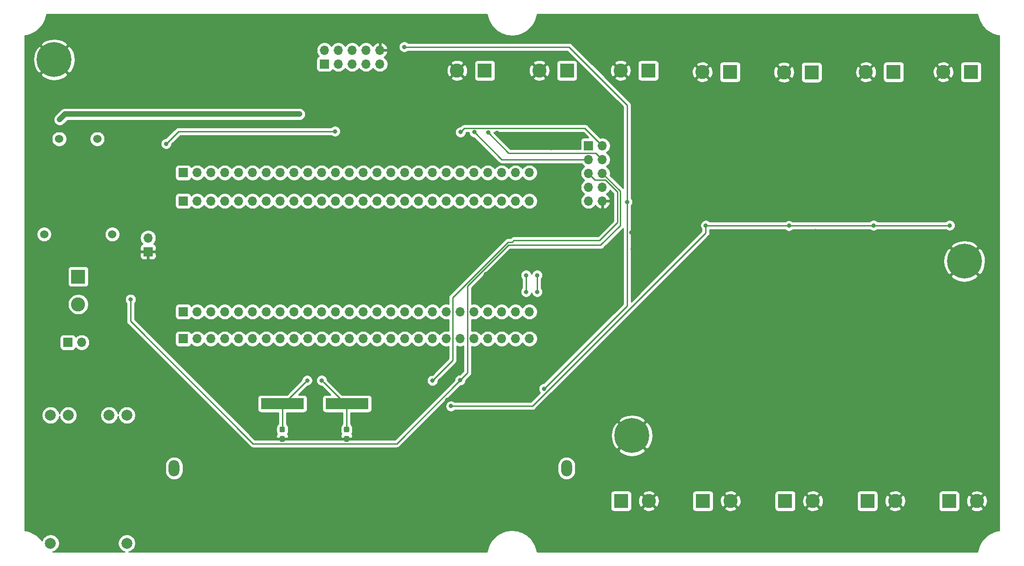
<source format=gbl>
G04 #@! TF.GenerationSoftware,KiCad,Pcbnew,(5.1.9)-1*
G04 #@! TF.CreationDate,2021-06-14T16:42:46+02:00*
G04 #@! TF.ProjectId,Test,54657374-2e6b-4696-9361-645f70636258,rev?*
G04 #@! TF.SameCoordinates,Original*
G04 #@! TF.FileFunction,Copper,L2,Bot*
G04 #@! TF.FilePolarity,Positive*
%FSLAX46Y46*%
G04 Gerber Fmt 4.6, Leading zero omitted, Abs format (unit mm)*
G04 Created by KiCad (PCBNEW (5.1.9)-1) date 2021-06-14 16:42:46*
%MOMM*%
%LPD*%
G01*
G04 APERTURE LIST*
G04 #@! TA.AperFunction,ComponentPad*
%ADD10O,2.000000X3.000000*%
G04 #@! TD*
G04 #@! TA.AperFunction,ComponentPad*
%ADD11C,1.524000*%
G04 #@! TD*
G04 #@! TA.AperFunction,ComponentPad*
%ADD12O,1.700000X1.700000*%
G04 #@! TD*
G04 #@! TA.AperFunction,ComponentPad*
%ADD13R,1.700000X1.700000*%
G04 #@! TD*
G04 #@! TA.AperFunction,ComponentPad*
%ADD14C,2.600000*%
G04 #@! TD*
G04 #@! TA.AperFunction,ComponentPad*
%ADD15R,2.600000X2.600000*%
G04 #@! TD*
G04 #@! TA.AperFunction,ComponentPad*
%ADD16C,2.000000*%
G04 #@! TD*
G04 #@! TA.AperFunction,SMDPad,CuDef*
%ADD17R,7.875000X2.000000*%
G04 #@! TD*
G04 #@! TA.AperFunction,ComponentPad*
%ADD18C,6.400000*%
G04 #@! TD*
G04 #@! TA.AperFunction,ViaPad*
%ADD19C,0.800000*%
G04 #@! TD*
G04 #@! TA.AperFunction,Conductor*
%ADD20C,0.250000*%
G04 #@! TD*
G04 #@! TA.AperFunction,Conductor*
%ADD21C,1.000000*%
G04 #@! TD*
G04 #@! TA.AperFunction,Conductor*
%ADD22C,0.254000*%
G04 #@! TD*
G04 #@! TA.AperFunction,Conductor*
%ADD23C,0.100000*%
G04 #@! TD*
G04 APERTURE END LIST*
D10*
X155000000Y-119000000D03*
X83000000Y-119000000D03*
D11*
X61905000Y-58540000D03*
X68905000Y-58540000D03*
X71655000Y-76040000D03*
X59155000Y-76040000D03*
D12*
X120745000Y-42260000D03*
X120745000Y-44800000D03*
X118205000Y-42260000D03*
X118205000Y-44800000D03*
X115665000Y-42260000D03*
X115665000Y-44800000D03*
X113125000Y-42260000D03*
X113125000Y-44800000D03*
X110585000Y-42260000D03*
D13*
X110585000Y-44800000D03*
D14*
X65405000Y-88900000D03*
D15*
X65405000Y-83820000D03*
D14*
X150000000Y-46000000D03*
D15*
X155080000Y-46000000D03*
D16*
X74325000Y-132750000D03*
X60325000Y-132750000D03*
X74325000Y-109250000D03*
X71075000Y-109250000D03*
X63575000Y-109250000D03*
X60325000Y-109250000D03*
D14*
X179920000Y-46260000D03*
D15*
X185000000Y-46260000D03*
D14*
X230280000Y-125020000D03*
D15*
X225200000Y-125020000D03*
D12*
X148177000Y-69946000D03*
X145637000Y-69946000D03*
X143097000Y-69946000D03*
X140557000Y-69946000D03*
X138017000Y-69946000D03*
X135477000Y-69946000D03*
X132937000Y-69946000D03*
X130397000Y-69946000D03*
X127857000Y-69946000D03*
X125317000Y-69946000D03*
X122777000Y-69946000D03*
X120237000Y-69946000D03*
X117697000Y-69946000D03*
X115157000Y-69946000D03*
X112617000Y-69946000D03*
X110077000Y-69946000D03*
X107537000Y-69946000D03*
X104997000Y-69946000D03*
X102457000Y-69946000D03*
X99917000Y-69946000D03*
X97377000Y-69946000D03*
X94837000Y-69946000D03*
X92297000Y-69946000D03*
X89757000Y-69946000D03*
X87217000Y-69946000D03*
D13*
X84677000Y-69946000D03*
D12*
X161575500Y-69946000D03*
X159035500Y-69946000D03*
X161575500Y-67406000D03*
X159035500Y-67406000D03*
X161575500Y-64866000D03*
X159035500Y-64866000D03*
X161575500Y-62326000D03*
X159035500Y-62326000D03*
X161575500Y-59786000D03*
D13*
X159035500Y-59786000D03*
D17*
X114744500Y-107157000D03*
X102869500Y-107157000D03*
D14*
X200180000Y-125000000D03*
D15*
X195100000Y-125000000D03*
D14*
X194876000Y-46320000D03*
D15*
X199956000Y-46320000D03*
D14*
X224120000Y-46260000D03*
D15*
X229200000Y-46260000D03*
D14*
X209920000Y-46260000D03*
D15*
X215000000Y-46260000D03*
D14*
X185080000Y-125000000D03*
D15*
X180000000Y-125000000D03*
D14*
X215280000Y-125000000D03*
D15*
X210200000Y-125000000D03*
D14*
X164920000Y-46000000D03*
D15*
X170000000Y-46000000D03*
D12*
X148177000Y-64739000D03*
X145637000Y-64739000D03*
X143097000Y-64739000D03*
X140557000Y-64739000D03*
X138017000Y-64739000D03*
X135477000Y-64739000D03*
X132937000Y-64739000D03*
X130397000Y-64739000D03*
X127857000Y-64739000D03*
X125317000Y-64739000D03*
X122777000Y-64739000D03*
X120237000Y-64739000D03*
X117697000Y-64739000D03*
X115157000Y-64739000D03*
X112617000Y-64739000D03*
X110077000Y-64739000D03*
X107537000Y-64739000D03*
X104997000Y-64739000D03*
X102457000Y-64739000D03*
X99917000Y-64739000D03*
X97377000Y-64739000D03*
X94837000Y-64739000D03*
X92297000Y-64739000D03*
X89757000Y-64739000D03*
X87217000Y-64739000D03*
D13*
X84677000Y-64739000D03*
D12*
X148177000Y-90266000D03*
X145637000Y-90266000D03*
X143097000Y-90266000D03*
X140557000Y-90266000D03*
X138017000Y-90266000D03*
X135477000Y-90266000D03*
X132937000Y-90266000D03*
X130397000Y-90266000D03*
X127857000Y-90266000D03*
X125317000Y-90266000D03*
X122777000Y-90266000D03*
X120237000Y-90266000D03*
X117697000Y-90266000D03*
X115157000Y-90266000D03*
X112617000Y-90266000D03*
X110077000Y-90266000D03*
X107537000Y-90266000D03*
X104997000Y-90266000D03*
X102457000Y-90266000D03*
X99917000Y-90266000D03*
X97377000Y-90266000D03*
X94837000Y-90266000D03*
X92297000Y-90266000D03*
X89757000Y-90266000D03*
X87217000Y-90266000D03*
D13*
X84677000Y-90266000D03*
D12*
X148177000Y-95219000D03*
X145637000Y-95219000D03*
X143097000Y-95219000D03*
X140557000Y-95219000D03*
X138017000Y-95219000D03*
X135477000Y-95219000D03*
X132937000Y-95219000D03*
X130397000Y-95219000D03*
X127857000Y-95219000D03*
X125317000Y-95219000D03*
X122777000Y-95219000D03*
X120237000Y-95219000D03*
X117697000Y-95219000D03*
X115157000Y-95219000D03*
X112617000Y-95219000D03*
X110077000Y-95219000D03*
X107537000Y-95219000D03*
X104997000Y-95219000D03*
X102457000Y-95219000D03*
X99917000Y-95219000D03*
X97377000Y-95219000D03*
X94837000Y-95219000D03*
X92297000Y-95219000D03*
X89757000Y-95219000D03*
X87217000Y-95219000D03*
D13*
X84677000Y-95219000D03*
D12*
X66040000Y-95885000D03*
D13*
X63500000Y-95885000D03*
D14*
X134920000Y-46000000D03*
D15*
X140000000Y-46000000D03*
D14*
X170080000Y-125000000D03*
D15*
X165000000Y-125000000D03*
G04 #@! TA.AperFunction,SMDPad,CuDef*
G36*
G01*
X114411500Y-113070000D02*
X114886500Y-113070000D01*
G75*
G02*
X115124000Y-113307500I0J-237500D01*
G01*
X115124000Y-113907500D01*
G75*
G02*
X114886500Y-114145000I-237500J0D01*
G01*
X114411500Y-114145000D01*
G75*
G02*
X114174000Y-113907500I0J237500D01*
G01*
X114174000Y-113307500D01*
G75*
G02*
X114411500Y-113070000I237500J0D01*
G01*
G37*
G04 #@! TD.AperFunction*
G04 #@! TA.AperFunction,SMDPad,CuDef*
G36*
G01*
X114411500Y-111345000D02*
X114886500Y-111345000D01*
G75*
G02*
X115124000Y-111582500I0J-237500D01*
G01*
X115124000Y-112182500D01*
G75*
G02*
X114886500Y-112420000I-237500J0D01*
G01*
X114411500Y-112420000D01*
G75*
G02*
X114174000Y-112182500I0J237500D01*
G01*
X114174000Y-111582500D01*
G75*
G02*
X114411500Y-111345000I237500J0D01*
G01*
G37*
G04 #@! TD.AperFunction*
G04 #@! TA.AperFunction,SMDPad,CuDef*
G36*
G01*
X102600500Y-113070000D02*
X103075500Y-113070000D01*
G75*
G02*
X103313000Y-113307500I0J-237500D01*
G01*
X103313000Y-113907500D01*
G75*
G02*
X103075500Y-114145000I-237500J0D01*
G01*
X102600500Y-114145000D01*
G75*
G02*
X102363000Y-113907500I0J237500D01*
G01*
X102363000Y-113307500D01*
G75*
G02*
X102600500Y-113070000I237500J0D01*
G01*
G37*
G04 #@! TD.AperFunction*
G04 #@! TA.AperFunction,SMDPad,CuDef*
G36*
G01*
X102600500Y-111345000D02*
X103075500Y-111345000D01*
G75*
G02*
X103313000Y-111582500I0J-237500D01*
G01*
X103313000Y-112182500D01*
G75*
G02*
X103075500Y-112420000I-237500J0D01*
G01*
X102600500Y-112420000D01*
G75*
G02*
X102363000Y-112182500I0J237500D01*
G01*
X102363000Y-111582500D01*
G75*
G02*
X102600500Y-111345000I237500J0D01*
G01*
G37*
G04 #@! TD.AperFunction*
D13*
X78232000Y-79248000D03*
D12*
X78232000Y-76708000D03*
D18*
X228000000Y-81000000D03*
X61000000Y-44000000D03*
X167000000Y-113000000D03*
D19*
X149606000Y-83566000D03*
X147574000Y-83566000D03*
X149606000Y-86614000D03*
X147574000Y-86614000D03*
X118364000Y-86868000D03*
X99314000Y-86614000D03*
X138176000Y-86614000D03*
X144780000Y-87376000D03*
X154178000Y-66548000D03*
X61468000Y-103632000D03*
X152146000Y-60198000D03*
X136398000Y-83312000D03*
X140208000Y-83312000D03*
X133350000Y-86614000D03*
X140970000Y-86614000D03*
X143764000Y-86868000D03*
X146050000Y-86868000D03*
X145796000Y-83312000D03*
X151130000Y-83312000D03*
X147320000Y-88138000D03*
X151130000Y-88138000D03*
X159258000Y-83312000D03*
X162560000Y-83566000D03*
X164592000Y-83566000D03*
X165100000Y-80772000D03*
X164592000Y-77470000D03*
X166878000Y-75692000D03*
X167132000Y-78740000D03*
X163322000Y-90170000D03*
X167894000Y-90424000D03*
X174244000Y-83820000D03*
X170434000Y-83566000D03*
X167386000Y-83566000D03*
X178816000Y-83820000D03*
X181864000Y-84328000D03*
X192024000Y-84074000D03*
X195580000Y-84328000D03*
X214884000Y-84582000D03*
X218186000Y-85344000D03*
X186690000Y-75692000D03*
X190500000Y-75946000D03*
X188976000Y-73152000D03*
X192786000Y-73152000D03*
X203200000Y-72898000D03*
X207010000Y-73152000D03*
X200660000Y-75438000D03*
X204470000Y-75692000D03*
X219456000Y-73152000D03*
X219456000Y-75692000D03*
X164846000Y-52832000D03*
X167386000Y-52832000D03*
X164846000Y-55118000D03*
X167386000Y-55118000D03*
X143510000Y-55118000D03*
X147574000Y-55118000D03*
X150876000Y-55118000D03*
X149352000Y-57658000D03*
X142240000Y-57404000D03*
X144526000Y-59182000D03*
X146812000Y-59182000D03*
X149606000Y-59944000D03*
X156972000Y-59944000D03*
X156972000Y-63754000D03*
X150622000Y-63754000D03*
X152654000Y-63754000D03*
X154686000Y-63754000D03*
X163576000Y-65024000D03*
X163068000Y-68834000D03*
X164846000Y-66548000D03*
X163068000Y-72390000D03*
X163068000Y-78232000D03*
X140716000Y-78994000D03*
X144272000Y-75946000D03*
X143002000Y-81026000D03*
X147066000Y-79248000D03*
X105156000Y-103378000D03*
X107950000Y-104140000D03*
X109728000Y-104140000D03*
X112776000Y-103378000D03*
X125222000Y-110744000D03*
X129540000Y-106172000D03*
X133096000Y-106426000D03*
X128524000Y-112014000D03*
X131318000Y-108966000D03*
X128524000Y-108204000D03*
X70866000Y-44196000D03*
X70866000Y-50800000D03*
X66802000Y-50546000D03*
X66802000Y-48514000D03*
X66802000Y-46482000D03*
X66802000Y-44704000D03*
X66802000Y-52070000D03*
X70866000Y-52070000D03*
X101092000Y-113030000D03*
X77978000Y-97028000D03*
X81280000Y-100076000D03*
X81534000Y-96520000D03*
X78232000Y-93472000D03*
X85852000Y-97282000D03*
X83312000Y-98298000D03*
X56896000Y-77724000D03*
X60960000Y-77724000D03*
X69596000Y-76454000D03*
X72136000Y-73660000D03*
X75692000Y-74930000D03*
X78994000Y-74676000D03*
X75438000Y-68834000D03*
X76200000Y-65278000D03*
X75692000Y-60706000D03*
X76962000Y-58674000D03*
X79248000Y-71628000D03*
X80518000Y-65278000D03*
X81788000Y-61468000D03*
X80772000Y-58166000D03*
X81788000Y-57404000D03*
X71374000Y-55880000D03*
X74676000Y-55880000D03*
X76708000Y-55626000D03*
X73152000Y-52070000D03*
X76962000Y-52070000D03*
X80264000Y-51816000D03*
X69342000Y-82550000D03*
X71628000Y-82550000D03*
X68580000Y-85344000D03*
X71628000Y-85090000D03*
X73914000Y-85852000D03*
X77724000Y-84074000D03*
X81788000Y-83058000D03*
X81788000Y-86360000D03*
X76962000Y-89154000D03*
X77978000Y-90678000D03*
X107409970Y-102870000D03*
X110077000Y-102870000D03*
X75000000Y-88000000D03*
X135477000Y-102839000D03*
X130397000Y-102902500D03*
X140620500Y-57373000D03*
X138080500Y-57309500D03*
X135540500Y-57309500D03*
X133800000Y-107600000D03*
X180552000Y-74422000D03*
X211328000Y-74422000D03*
X225288000Y-74422000D03*
X195804000Y-74482000D03*
X150876000Y-104394000D03*
X166116000Y-70104000D03*
X125222000Y-41656000D03*
X106000000Y-54000000D03*
X62000000Y-55000000D03*
X81534000Y-59436000D03*
X112522000Y-57150000D03*
D20*
X102838000Y-107188500D02*
X102869500Y-107157000D01*
X102838000Y-111882500D02*
X102838000Y-107188500D01*
X102869500Y-107157000D02*
X103122970Y-107157000D01*
X103122970Y-107157000D02*
X107009971Y-103269999D01*
X107009971Y-103269999D02*
X107409970Y-102870000D01*
X114649000Y-107252500D02*
X114744500Y-107157000D01*
X114649000Y-111882500D02*
X114649000Y-107252500D01*
X114744500Y-107157000D02*
X114364000Y-107157000D01*
X114364000Y-107157000D02*
X110476999Y-103269999D01*
X110476999Y-103269999D02*
X110077000Y-102870000D01*
X147574000Y-83566000D02*
X147574000Y-86614000D01*
X149606000Y-83566000D02*
X149606000Y-86614000D01*
X136841999Y-101474001D02*
X136841999Y-85535501D01*
X135477000Y-102839000D02*
X136841999Y-101474001D01*
X144335250Y-78042250D02*
X161226250Y-78042250D01*
X136841999Y-85535501D02*
X144335250Y-78042250D01*
X161226250Y-78042250D02*
X164814000Y-74454500D01*
X164814000Y-68104500D02*
X161575500Y-64866000D01*
X164814000Y-74454500D02*
X164814000Y-68104500D01*
X75000000Y-88000000D02*
X75000000Y-92000000D01*
X123845990Y-114470010D02*
X135477000Y-102839000D01*
X97470010Y-114470010D02*
X123845990Y-114470010D01*
X75000000Y-92000000D02*
X97470010Y-114470010D01*
X134112001Y-99187499D02*
X134112001Y-87629089D01*
X130397000Y-102902500D02*
X134112001Y-99187499D01*
X145001295Y-77501795D02*
X145318090Y-77185000D01*
X144239295Y-77501795D02*
X145001295Y-77501795D01*
X134112001Y-87629089D02*
X144239295Y-77501795D01*
X161067500Y-77185000D02*
X164363990Y-73888510D01*
X145318090Y-77185000D02*
X161067500Y-77185000D01*
X164363990Y-73888510D02*
X164363990Y-68290900D01*
X160210501Y-66041001D02*
X159035500Y-64866000D01*
X162114091Y-66041001D02*
X160210501Y-66041001D01*
X164363990Y-68290900D02*
X162114091Y-66041001D01*
X160400499Y-61150999D02*
X161575500Y-62326000D01*
X144398499Y-61150999D02*
X160400499Y-61150999D01*
X140620500Y-57373000D02*
X144398499Y-61150999D01*
X143097000Y-62326000D02*
X159035500Y-62326000D01*
X138080500Y-57309500D02*
X143097000Y-62326000D01*
X158373999Y-56584499D02*
X161575500Y-59786000D01*
X136265501Y-56584499D02*
X158373999Y-56584499D01*
X135540500Y-57309500D02*
X136265501Y-56584499D01*
X225288000Y-74422000D02*
X211328000Y-74422000D01*
X195864000Y-74422000D02*
X195804000Y-74482000D01*
X211328000Y-74422000D02*
X195864000Y-74422000D01*
X180612000Y-74482000D02*
X180552000Y-74422000D01*
X195804000Y-74482000D02*
X180612000Y-74482000D01*
X148743002Y-107600000D02*
X133800000Y-107600000D01*
X180552000Y-75791002D02*
X148743002Y-107600000D01*
X180552000Y-74422000D02*
X180552000Y-75791002D01*
X166116000Y-89154000D02*
X166116000Y-70104000D01*
X150876000Y-104394000D02*
X166116000Y-89154000D01*
X155448000Y-41656000D02*
X166116000Y-52324000D01*
X125222000Y-41656000D02*
X155448000Y-41656000D01*
X166116000Y-70104000D02*
X166116000Y-52578000D01*
X166116000Y-52324000D02*
X166116000Y-52578000D01*
D21*
X63000000Y-54000000D02*
X62000000Y-55000000D01*
X106000000Y-54000000D02*
X63000000Y-54000000D01*
D20*
X83820000Y-57150000D02*
X112522000Y-57150000D01*
X81534000Y-59436000D02*
X83820000Y-57150000D01*
D22*
X140431523Y-35905217D02*
X140443957Y-35963713D01*
X140455579Y-36022408D01*
X140458304Y-36031211D01*
X140694353Y-36775332D01*
X140717909Y-36830292D01*
X140740713Y-36885619D01*
X140745097Y-36893725D01*
X141121184Y-37577826D01*
X141154965Y-37627162D01*
X141188082Y-37677008D01*
X141193957Y-37684108D01*
X141695758Y-38282131D01*
X141738488Y-38323975D01*
X141780647Y-38366430D01*
X141787789Y-38372254D01*
X142396188Y-38861420D01*
X142446225Y-38894163D01*
X142495835Y-38927626D01*
X142503972Y-38931952D01*
X143195799Y-39293630D01*
X143251267Y-39316040D01*
X143306406Y-39339219D01*
X143315228Y-39341882D01*
X144064129Y-39562296D01*
X144122862Y-39573500D01*
X144181486Y-39585534D01*
X144190657Y-39586433D01*
X144968107Y-39657187D01*
X145027925Y-39656769D01*
X145087743Y-39657187D01*
X145096914Y-39656287D01*
X145873302Y-39574685D01*
X145931871Y-39562662D01*
X145990657Y-39551449D01*
X145999479Y-39548785D01*
X146745229Y-39317937D01*
X146800359Y-39294762D01*
X146855838Y-39272348D01*
X146863974Y-39268021D01*
X147550684Y-38896718D01*
X147600268Y-38863273D01*
X147650331Y-38830513D01*
X147657472Y-38824689D01*
X148258983Y-38327076D01*
X148301140Y-38284624D01*
X148343873Y-38242777D01*
X148349741Y-38235682D01*
X148349747Y-38235676D01*
X148349751Y-38235669D01*
X148843148Y-37630706D01*
X148876230Y-37580913D01*
X148910048Y-37531524D01*
X148914430Y-37523417D01*
X149280930Y-36834133D01*
X149303729Y-36778818D01*
X149327290Y-36723846D01*
X149330015Y-36715043D01*
X149555652Y-35967698D01*
X149567277Y-35908989D01*
X149579708Y-35850506D01*
X149580671Y-35841341D01*
X149598452Y-35660000D01*
X230402896Y-35660000D01*
X230425315Y-35873302D01*
X230437338Y-35931871D01*
X230448551Y-35990657D01*
X230451215Y-35999479D01*
X230682063Y-36745229D01*
X230705238Y-36800359D01*
X230727652Y-36855838D01*
X230731979Y-36863974D01*
X231103282Y-37550684D01*
X231136727Y-37600268D01*
X231169487Y-37650331D01*
X231175311Y-37657472D01*
X231672924Y-38258983D01*
X231715376Y-38301140D01*
X231757223Y-38343873D01*
X231764318Y-38349741D01*
X231764324Y-38349747D01*
X231764331Y-38349751D01*
X232369294Y-38843148D01*
X232419087Y-38876230D01*
X232468476Y-38910048D01*
X232476583Y-38914430D01*
X233165867Y-39280930D01*
X233221182Y-39303729D01*
X233276154Y-39327290D01*
X233284957Y-39330015D01*
X234032302Y-39555652D01*
X234091011Y-39567277D01*
X234149494Y-39579708D01*
X234158657Y-39580671D01*
X234158659Y-39580671D01*
X234340000Y-39598452D01*
X234340001Y-130402896D01*
X234126699Y-130425315D01*
X234068106Y-130437342D01*
X234009342Y-130448552D01*
X234000520Y-130451215D01*
X233254771Y-130682063D01*
X233199608Y-130705251D01*
X233144162Y-130727653D01*
X233136026Y-130731979D01*
X232449316Y-131103282D01*
X232399741Y-131136721D01*
X232349670Y-131169486D01*
X232342529Y-131175311D01*
X231741017Y-131672924D01*
X231698863Y-131715374D01*
X231656127Y-131757224D01*
X231650253Y-131764324D01*
X231156852Y-132369295D01*
X231123764Y-132419096D01*
X231089953Y-132468476D01*
X231085570Y-132476582D01*
X230719071Y-133165867D01*
X230696280Y-133221161D01*
X230672710Y-133276154D01*
X230669985Y-133284957D01*
X230444348Y-134032302D01*
X230432725Y-134091005D01*
X230420292Y-134149494D01*
X230419329Y-134158658D01*
X230401548Y-134340000D01*
X149595983Y-134340000D01*
X149568477Y-134094783D01*
X149556043Y-134036286D01*
X149544421Y-133977592D01*
X149541696Y-133968789D01*
X149305647Y-133224668D01*
X149282086Y-133169696D01*
X149259287Y-133114381D01*
X149254904Y-133106275D01*
X148878816Y-132422175D01*
X148845035Y-132372838D01*
X148811918Y-132322993D01*
X148806043Y-132315892D01*
X148304242Y-131717869D01*
X148261512Y-131676025D01*
X148219353Y-131633570D01*
X148212211Y-131627746D01*
X147603811Y-131138580D01*
X147553766Y-131105832D01*
X147504165Y-131072375D01*
X147496029Y-131068049D01*
X146804201Y-130706370D01*
X146748722Y-130683955D01*
X146693594Y-130660781D01*
X146684772Y-130658118D01*
X145935871Y-130437704D01*
X145877144Y-130426501D01*
X145818514Y-130414466D01*
X145809343Y-130413567D01*
X145031893Y-130342813D01*
X144972075Y-130343231D01*
X144912257Y-130342813D01*
X144903086Y-130343713D01*
X144126699Y-130425315D01*
X144068106Y-130437342D01*
X144009342Y-130448552D01*
X144000520Y-130451215D01*
X143254771Y-130682063D01*
X143199608Y-130705251D01*
X143144162Y-130727653D01*
X143136026Y-130731979D01*
X142449316Y-131103282D01*
X142399741Y-131136721D01*
X142349670Y-131169486D01*
X142342529Y-131175311D01*
X141741017Y-131672924D01*
X141698863Y-131715374D01*
X141656127Y-131757224D01*
X141650253Y-131764324D01*
X141156852Y-132369295D01*
X141123764Y-132419096D01*
X141089953Y-132468476D01*
X141085570Y-132476582D01*
X140719071Y-133165867D01*
X140696280Y-133221161D01*
X140672710Y-133276154D01*
X140669985Y-133284957D01*
X140444348Y-134032302D01*
X140432725Y-134091005D01*
X140420292Y-134149494D01*
X140419329Y-134158658D01*
X140401548Y-134340000D01*
X74712264Y-134340000D01*
X74801912Y-134322168D01*
X75099463Y-134198918D01*
X75367252Y-134019987D01*
X75594987Y-133792252D01*
X75773918Y-133524463D01*
X75897168Y-133226912D01*
X75960000Y-132911033D01*
X75960000Y-132588967D01*
X75897168Y-132273088D01*
X75773918Y-131975537D01*
X75594987Y-131707748D01*
X75367252Y-131480013D01*
X75099463Y-131301082D01*
X74801912Y-131177832D01*
X74486033Y-131115000D01*
X74163967Y-131115000D01*
X73848088Y-131177832D01*
X73550537Y-131301082D01*
X73282748Y-131480013D01*
X73055013Y-131707748D01*
X72876082Y-131975537D01*
X72752832Y-132273088D01*
X72690000Y-132588967D01*
X72690000Y-132911033D01*
X72752832Y-133226912D01*
X72876082Y-133524463D01*
X73055013Y-133792252D01*
X73282748Y-134019987D01*
X73550537Y-134198918D01*
X73848088Y-134322168D01*
X73937736Y-134340000D01*
X60712264Y-134340000D01*
X60801912Y-134322168D01*
X61099463Y-134198918D01*
X61367252Y-134019987D01*
X61594987Y-133792252D01*
X61773918Y-133524463D01*
X61897168Y-133226912D01*
X61960000Y-132911033D01*
X61960000Y-132588967D01*
X61897168Y-132273088D01*
X61773918Y-131975537D01*
X61594987Y-131707748D01*
X61367252Y-131480013D01*
X61099463Y-131301082D01*
X60801912Y-131177832D01*
X60486033Y-131115000D01*
X60163967Y-131115000D01*
X59848088Y-131177832D01*
X59550537Y-131301082D01*
X59282748Y-131480013D01*
X59055013Y-131707748D01*
X58876082Y-131975537D01*
X58757640Y-132261481D01*
X58327076Y-131741017D01*
X58284621Y-131698858D01*
X58242776Y-131656127D01*
X58235676Y-131650253D01*
X57630705Y-131156852D01*
X57580904Y-131123764D01*
X57531524Y-131089953D01*
X57523418Y-131085570D01*
X56834133Y-130719071D01*
X56778839Y-130696280D01*
X56723846Y-130672710D01*
X56715043Y-130669985D01*
X55967698Y-130444348D01*
X55908995Y-130432725D01*
X55850506Y-130420292D01*
X55841342Y-130419329D01*
X55660000Y-130401548D01*
X55660000Y-123700000D01*
X163061928Y-123700000D01*
X163061928Y-126300000D01*
X163074188Y-126424482D01*
X163110498Y-126544180D01*
X163169463Y-126654494D01*
X163248815Y-126751185D01*
X163345506Y-126830537D01*
X163455820Y-126889502D01*
X163575518Y-126925812D01*
X163700000Y-126938072D01*
X166300000Y-126938072D01*
X166424482Y-126925812D01*
X166544180Y-126889502D01*
X166654494Y-126830537D01*
X166751185Y-126751185D01*
X166830537Y-126654494D01*
X166889502Y-126544180D01*
X166925812Y-126424482D01*
X166933224Y-126349224D01*
X168910381Y-126349224D01*
X169042317Y-126644312D01*
X169383045Y-126815159D01*
X169750557Y-126916250D01*
X170130729Y-126943701D01*
X170508951Y-126896457D01*
X170870690Y-126776333D01*
X171117683Y-126644312D01*
X171249619Y-126349224D01*
X170080000Y-125179605D01*
X168910381Y-126349224D01*
X166933224Y-126349224D01*
X166938072Y-126300000D01*
X166938072Y-125050729D01*
X168136299Y-125050729D01*
X168183543Y-125428951D01*
X168303667Y-125790690D01*
X168435688Y-126037683D01*
X168730776Y-126169619D01*
X169900395Y-125000000D01*
X170259605Y-125000000D01*
X171429224Y-126169619D01*
X171724312Y-126037683D01*
X171895159Y-125696955D01*
X171996250Y-125329443D01*
X172023701Y-124949271D01*
X171976457Y-124571049D01*
X171856333Y-124209310D01*
X171724312Y-123962317D01*
X171429224Y-123830381D01*
X170259605Y-125000000D01*
X169900395Y-125000000D01*
X168730776Y-123830381D01*
X168435688Y-123962317D01*
X168264841Y-124303045D01*
X168163750Y-124670557D01*
X168136299Y-125050729D01*
X166938072Y-125050729D01*
X166938072Y-123700000D01*
X166933225Y-123650776D01*
X168910381Y-123650776D01*
X170080000Y-124820395D01*
X171200395Y-123700000D01*
X178061928Y-123700000D01*
X178061928Y-126300000D01*
X178074188Y-126424482D01*
X178110498Y-126544180D01*
X178169463Y-126654494D01*
X178248815Y-126751185D01*
X178345506Y-126830537D01*
X178455820Y-126889502D01*
X178575518Y-126925812D01*
X178700000Y-126938072D01*
X181300000Y-126938072D01*
X181424482Y-126925812D01*
X181544180Y-126889502D01*
X181654494Y-126830537D01*
X181751185Y-126751185D01*
X181830537Y-126654494D01*
X181889502Y-126544180D01*
X181925812Y-126424482D01*
X181933224Y-126349224D01*
X183910381Y-126349224D01*
X184042317Y-126644312D01*
X184383045Y-126815159D01*
X184750557Y-126916250D01*
X185130729Y-126943701D01*
X185508951Y-126896457D01*
X185870690Y-126776333D01*
X186117683Y-126644312D01*
X186249619Y-126349224D01*
X185080000Y-125179605D01*
X183910381Y-126349224D01*
X181933224Y-126349224D01*
X181938072Y-126300000D01*
X181938072Y-125050729D01*
X183136299Y-125050729D01*
X183183543Y-125428951D01*
X183303667Y-125790690D01*
X183435688Y-126037683D01*
X183730776Y-126169619D01*
X184900395Y-125000000D01*
X185259605Y-125000000D01*
X186429224Y-126169619D01*
X186724312Y-126037683D01*
X186895159Y-125696955D01*
X186996250Y-125329443D01*
X187023701Y-124949271D01*
X186976457Y-124571049D01*
X186856333Y-124209310D01*
X186724312Y-123962317D01*
X186429224Y-123830381D01*
X185259605Y-125000000D01*
X184900395Y-125000000D01*
X183730776Y-123830381D01*
X183435688Y-123962317D01*
X183264841Y-124303045D01*
X183163750Y-124670557D01*
X183136299Y-125050729D01*
X181938072Y-125050729D01*
X181938072Y-123700000D01*
X181933225Y-123650776D01*
X183910381Y-123650776D01*
X185080000Y-124820395D01*
X186200395Y-123700000D01*
X193161928Y-123700000D01*
X193161928Y-126300000D01*
X193174188Y-126424482D01*
X193210498Y-126544180D01*
X193269463Y-126654494D01*
X193348815Y-126751185D01*
X193445506Y-126830537D01*
X193555820Y-126889502D01*
X193675518Y-126925812D01*
X193800000Y-126938072D01*
X196400000Y-126938072D01*
X196524482Y-126925812D01*
X196644180Y-126889502D01*
X196754494Y-126830537D01*
X196851185Y-126751185D01*
X196930537Y-126654494D01*
X196989502Y-126544180D01*
X197025812Y-126424482D01*
X197033224Y-126349224D01*
X199010381Y-126349224D01*
X199142317Y-126644312D01*
X199483045Y-126815159D01*
X199850557Y-126916250D01*
X200230729Y-126943701D01*
X200608951Y-126896457D01*
X200970690Y-126776333D01*
X201217683Y-126644312D01*
X201349619Y-126349224D01*
X200180000Y-125179605D01*
X199010381Y-126349224D01*
X197033224Y-126349224D01*
X197038072Y-126300000D01*
X197038072Y-125050729D01*
X198236299Y-125050729D01*
X198283543Y-125428951D01*
X198403667Y-125790690D01*
X198535688Y-126037683D01*
X198830776Y-126169619D01*
X200000395Y-125000000D01*
X200359605Y-125000000D01*
X201529224Y-126169619D01*
X201824312Y-126037683D01*
X201995159Y-125696955D01*
X202096250Y-125329443D01*
X202123701Y-124949271D01*
X202076457Y-124571049D01*
X201956333Y-124209310D01*
X201824312Y-123962317D01*
X201529224Y-123830381D01*
X200359605Y-125000000D01*
X200000395Y-125000000D01*
X198830776Y-123830381D01*
X198535688Y-123962317D01*
X198364841Y-124303045D01*
X198263750Y-124670557D01*
X198236299Y-125050729D01*
X197038072Y-125050729D01*
X197038072Y-123700000D01*
X197033225Y-123650776D01*
X199010381Y-123650776D01*
X200180000Y-124820395D01*
X201300395Y-123700000D01*
X208261928Y-123700000D01*
X208261928Y-126300000D01*
X208274188Y-126424482D01*
X208310498Y-126544180D01*
X208369463Y-126654494D01*
X208448815Y-126751185D01*
X208545506Y-126830537D01*
X208655820Y-126889502D01*
X208775518Y-126925812D01*
X208900000Y-126938072D01*
X211500000Y-126938072D01*
X211624482Y-126925812D01*
X211744180Y-126889502D01*
X211854494Y-126830537D01*
X211951185Y-126751185D01*
X212030537Y-126654494D01*
X212089502Y-126544180D01*
X212125812Y-126424482D01*
X212133224Y-126349224D01*
X214110381Y-126349224D01*
X214242317Y-126644312D01*
X214583045Y-126815159D01*
X214950557Y-126916250D01*
X215330729Y-126943701D01*
X215708951Y-126896457D01*
X216070690Y-126776333D01*
X216317683Y-126644312D01*
X216449619Y-126349224D01*
X215280000Y-125179605D01*
X214110381Y-126349224D01*
X212133224Y-126349224D01*
X212138072Y-126300000D01*
X212138072Y-125050729D01*
X213336299Y-125050729D01*
X213383543Y-125428951D01*
X213503667Y-125790690D01*
X213635688Y-126037683D01*
X213930776Y-126169619D01*
X215100395Y-125000000D01*
X215459605Y-125000000D01*
X216629224Y-126169619D01*
X216924312Y-126037683D01*
X217095159Y-125696955D01*
X217196250Y-125329443D01*
X217223701Y-124949271D01*
X217176457Y-124571049D01*
X217056333Y-124209310D01*
X216924312Y-123962317D01*
X216629224Y-123830381D01*
X215459605Y-125000000D01*
X215100395Y-125000000D01*
X213930776Y-123830381D01*
X213635688Y-123962317D01*
X213464841Y-124303045D01*
X213363750Y-124670557D01*
X213336299Y-125050729D01*
X212138072Y-125050729D01*
X212138072Y-123700000D01*
X212133225Y-123650776D01*
X214110381Y-123650776D01*
X215280000Y-124820395D01*
X216380395Y-123720000D01*
X223261928Y-123720000D01*
X223261928Y-126320000D01*
X223274188Y-126444482D01*
X223310498Y-126564180D01*
X223369463Y-126674494D01*
X223448815Y-126771185D01*
X223545506Y-126850537D01*
X223655820Y-126909502D01*
X223775518Y-126945812D01*
X223900000Y-126958072D01*
X226500000Y-126958072D01*
X226624482Y-126945812D01*
X226744180Y-126909502D01*
X226854494Y-126850537D01*
X226951185Y-126771185D01*
X227030537Y-126674494D01*
X227089502Y-126564180D01*
X227125812Y-126444482D01*
X227133224Y-126369224D01*
X229110381Y-126369224D01*
X229242317Y-126664312D01*
X229583045Y-126835159D01*
X229950557Y-126936250D01*
X230330729Y-126963701D01*
X230708951Y-126916457D01*
X231070690Y-126796333D01*
X231317683Y-126664312D01*
X231449619Y-126369224D01*
X230280000Y-125199605D01*
X229110381Y-126369224D01*
X227133224Y-126369224D01*
X227138072Y-126320000D01*
X227138072Y-125070729D01*
X228336299Y-125070729D01*
X228383543Y-125448951D01*
X228503667Y-125810690D01*
X228635688Y-126057683D01*
X228930776Y-126189619D01*
X230100395Y-125020000D01*
X230459605Y-125020000D01*
X231629224Y-126189619D01*
X231924312Y-126057683D01*
X232095159Y-125716955D01*
X232196250Y-125349443D01*
X232223701Y-124969271D01*
X232176457Y-124591049D01*
X232056333Y-124229310D01*
X231924312Y-123982317D01*
X231629224Y-123850381D01*
X230459605Y-125020000D01*
X230100395Y-125020000D01*
X228930776Y-123850381D01*
X228635688Y-123982317D01*
X228464841Y-124323045D01*
X228363750Y-124690557D01*
X228336299Y-125070729D01*
X227138072Y-125070729D01*
X227138072Y-123720000D01*
X227133225Y-123670776D01*
X229110381Y-123670776D01*
X230280000Y-124840395D01*
X231449619Y-123670776D01*
X231317683Y-123375688D01*
X230976955Y-123204841D01*
X230609443Y-123103750D01*
X230229271Y-123076299D01*
X229851049Y-123123543D01*
X229489310Y-123243667D01*
X229242317Y-123375688D01*
X229110381Y-123670776D01*
X227133225Y-123670776D01*
X227125812Y-123595518D01*
X227089502Y-123475820D01*
X227030537Y-123365506D01*
X226951185Y-123268815D01*
X226854494Y-123189463D01*
X226744180Y-123130498D01*
X226624482Y-123094188D01*
X226500000Y-123081928D01*
X223900000Y-123081928D01*
X223775518Y-123094188D01*
X223655820Y-123130498D01*
X223545506Y-123189463D01*
X223448815Y-123268815D01*
X223369463Y-123365506D01*
X223310498Y-123475820D01*
X223274188Y-123595518D01*
X223261928Y-123720000D01*
X216380395Y-123720000D01*
X216449619Y-123650776D01*
X216317683Y-123355688D01*
X215976955Y-123184841D01*
X215609443Y-123083750D01*
X215229271Y-123056299D01*
X214851049Y-123103543D01*
X214489310Y-123223667D01*
X214242317Y-123355688D01*
X214110381Y-123650776D01*
X212133225Y-123650776D01*
X212125812Y-123575518D01*
X212089502Y-123455820D01*
X212030537Y-123345506D01*
X211951185Y-123248815D01*
X211854494Y-123169463D01*
X211744180Y-123110498D01*
X211624482Y-123074188D01*
X211500000Y-123061928D01*
X208900000Y-123061928D01*
X208775518Y-123074188D01*
X208655820Y-123110498D01*
X208545506Y-123169463D01*
X208448815Y-123248815D01*
X208369463Y-123345506D01*
X208310498Y-123455820D01*
X208274188Y-123575518D01*
X208261928Y-123700000D01*
X201300395Y-123700000D01*
X201349619Y-123650776D01*
X201217683Y-123355688D01*
X200876955Y-123184841D01*
X200509443Y-123083750D01*
X200129271Y-123056299D01*
X199751049Y-123103543D01*
X199389310Y-123223667D01*
X199142317Y-123355688D01*
X199010381Y-123650776D01*
X197033225Y-123650776D01*
X197025812Y-123575518D01*
X196989502Y-123455820D01*
X196930537Y-123345506D01*
X196851185Y-123248815D01*
X196754494Y-123169463D01*
X196644180Y-123110498D01*
X196524482Y-123074188D01*
X196400000Y-123061928D01*
X193800000Y-123061928D01*
X193675518Y-123074188D01*
X193555820Y-123110498D01*
X193445506Y-123169463D01*
X193348815Y-123248815D01*
X193269463Y-123345506D01*
X193210498Y-123455820D01*
X193174188Y-123575518D01*
X193161928Y-123700000D01*
X186200395Y-123700000D01*
X186249619Y-123650776D01*
X186117683Y-123355688D01*
X185776955Y-123184841D01*
X185409443Y-123083750D01*
X185029271Y-123056299D01*
X184651049Y-123103543D01*
X184289310Y-123223667D01*
X184042317Y-123355688D01*
X183910381Y-123650776D01*
X181933225Y-123650776D01*
X181925812Y-123575518D01*
X181889502Y-123455820D01*
X181830537Y-123345506D01*
X181751185Y-123248815D01*
X181654494Y-123169463D01*
X181544180Y-123110498D01*
X181424482Y-123074188D01*
X181300000Y-123061928D01*
X178700000Y-123061928D01*
X178575518Y-123074188D01*
X178455820Y-123110498D01*
X178345506Y-123169463D01*
X178248815Y-123248815D01*
X178169463Y-123345506D01*
X178110498Y-123455820D01*
X178074188Y-123575518D01*
X178061928Y-123700000D01*
X171200395Y-123700000D01*
X171249619Y-123650776D01*
X171117683Y-123355688D01*
X170776955Y-123184841D01*
X170409443Y-123083750D01*
X170029271Y-123056299D01*
X169651049Y-123103543D01*
X169289310Y-123223667D01*
X169042317Y-123355688D01*
X168910381Y-123650776D01*
X166933225Y-123650776D01*
X166925812Y-123575518D01*
X166889502Y-123455820D01*
X166830537Y-123345506D01*
X166751185Y-123248815D01*
X166654494Y-123169463D01*
X166544180Y-123110498D01*
X166424482Y-123074188D01*
X166300000Y-123061928D01*
X163700000Y-123061928D01*
X163575518Y-123074188D01*
X163455820Y-123110498D01*
X163345506Y-123169463D01*
X163248815Y-123248815D01*
X163169463Y-123345506D01*
X163110498Y-123455820D01*
X163074188Y-123575518D01*
X163061928Y-123700000D01*
X55660000Y-123700000D01*
X55660000Y-118419679D01*
X81365000Y-118419679D01*
X81365000Y-119580322D01*
X81388657Y-119820516D01*
X81482148Y-120128715D01*
X81633970Y-120412752D01*
X81838287Y-120661714D01*
X82087249Y-120866031D01*
X82371286Y-121017852D01*
X82679485Y-121111343D01*
X83000000Y-121142911D01*
X83320516Y-121111343D01*
X83628715Y-121017852D01*
X83912752Y-120866031D01*
X84161714Y-120661714D01*
X84366031Y-120412752D01*
X84517852Y-120128715D01*
X84611343Y-119820516D01*
X84635000Y-119580322D01*
X84635000Y-118419679D01*
X153365000Y-118419679D01*
X153365000Y-119580322D01*
X153388657Y-119820516D01*
X153482148Y-120128715D01*
X153633970Y-120412752D01*
X153838287Y-120661714D01*
X154087249Y-120866031D01*
X154371286Y-121017852D01*
X154679485Y-121111343D01*
X155000000Y-121142911D01*
X155320516Y-121111343D01*
X155628715Y-121017852D01*
X155912752Y-120866031D01*
X156161714Y-120661714D01*
X156366031Y-120412752D01*
X156517852Y-120128715D01*
X156611343Y-119820516D01*
X156635000Y-119580322D01*
X156635000Y-118419678D01*
X156611343Y-118179484D01*
X156517852Y-117871285D01*
X156366031Y-117587248D01*
X156161714Y-117338286D01*
X155912751Y-117133969D01*
X155628714Y-116982148D01*
X155320515Y-116888657D01*
X155000000Y-116857089D01*
X154679484Y-116888657D01*
X154371285Y-116982148D01*
X154087248Y-117133969D01*
X153838286Y-117338286D01*
X153633969Y-117587249D01*
X153482148Y-117871286D01*
X153388657Y-118179485D01*
X153365000Y-118419679D01*
X84635000Y-118419679D01*
X84635000Y-118419678D01*
X84611343Y-118179484D01*
X84517852Y-117871285D01*
X84366031Y-117587248D01*
X84161714Y-117338286D01*
X83912751Y-117133969D01*
X83628714Y-116982148D01*
X83320515Y-116888657D01*
X83000000Y-116857089D01*
X82679484Y-116888657D01*
X82371285Y-116982148D01*
X82087248Y-117133969D01*
X81838286Y-117338286D01*
X81633969Y-117587249D01*
X81482148Y-117871286D01*
X81388657Y-118179485D01*
X81365000Y-118419679D01*
X55660000Y-118419679D01*
X55660000Y-115700881D01*
X164478724Y-115700881D01*
X164838912Y-116190548D01*
X165502882Y-116550849D01*
X166224385Y-116774694D01*
X166975695Y-116853480D01*
X167727938Y-116784178D01*
X168452208Y-116569452D01*
X169120670Y-116217555D01*
X169161088Y-116190548D01*
X169521276Y-115700881D01*
X167000000Y-113179605D01*
X164478724Y-115700881D01*
X55660000Y-115700881D01*
X55660000Y-109088967D01*
X58690000Y-109088967D01*
X58690000Y-109411033D01*
X58752832Y-109726912D01*
X58876082Y-110024463D01*
X59055013Y-110292252D01*
X59282748Y-110519987D01*
X59550537Y-110698918D01*
X59848088Y-110822168D01*
X60163967Y-110885000D01*
X60486033Y-110885000D01*
X60801912Y-110822168D01*
X61099463Y-110698918D01*
X61367252Y-110519987D01*
X61594987Y-110292252D01*
X61773918Y-110024463D01*
X61897168Y-109726912D01*
X61950000Y-109461307D01*
X62002832Y-109726912D01*
X62126082Y-110024463D01*
X62305013Y-110292252D01*
X62532748Y-110519987D01*
X62800537Y-110698918D01*
X63098088Y-110822168D01*
X63413967Y-110885000D01*
X63736033Y-110885000D01*
X64051912Y-110822168D01*
X64349463Y-110698918D01*
X64617252Y-110519987D01*
X64844987Y-110292252D01*
X65023918Y-110024463D01*
X65147168Y-109726912D01*
X65210000Y-109411033D01*
X65210000Y-109088967D01*
X69440000Y-109088967D01*
X69440000Y-109411033D01*
X69502832Y-109726912D01*
X69626082Y-110024463D01*
X69805013Y-110292252D01*
X70032748Y-110519987D01*
X70300537Y-110698918D01*
X70598088Y-110822168D01*
X70913967Y-110885000D01*
X71236033Y-110885000D01*
X71551912Y-110822168D01*
X71849463Y-110698918D01*
X72117252Y-110519987D01*
X72344987Y-110292252D01*
X72523918Y-110024463D01*
X72647168Y-109726912D01*
X72700000Y-109461307D01*
X72752832Y-109726912D01*
X72876082Y-110024463D01*
X73055013Y-110292252D01*
X73282748Y-110519987D01*
X73550537Y-110698918D01*
X73848088Y-110822168D01*
X74163967Y-110885000D01*
X74486033Y-110885000D01*
X74801912Y-110822168D01*
X75099463Y-110698918D01*
X75367252Y-110519987D01*
X75594987Y-110292252D01*
X75773918Y-110024463D01*
X75897168Y-109726912D01*
X75960000Y-109411033D01*
X75960000Y-109088967D01*
X75897168Y-108773088D01*
X75773918Y-108475537D01*
X75594987Y-108207748D01*
X75367252Y-107980013D01*
X75099463Y-107801082D01*
X74801912Y-107677832D01*
X74486033Y-107615000D01*
X74163967Y-107615000D01*
X73848088Y-107677832D01*
X73550537Y-107801082D01*
X73282748Y-107980013D01*
X73055013Y-108207748D01*
X72876082Y-108475537D01*
X72752832Y-108773088D01*
X72700000Y-109038693D01*
X72647168Y-108773088D01*
X72523918Y-108475537D01*
X72344987Y-108207748D01*
X72117252Y-107980013D01*
X71849463Y-107801082D01*
X71551912Y-107677832D01*
X71236033Y-107615000D01*
X70913967Y-107615000D01*
X70598088Y-107677832D01*
X70300537Y-107801082D01*
X70032748Y-107980013D01*
X69805013Y-108207748D01*
X69626082Y-108475537D01*
X69502832Y-108773088D01*
X69440000Y-109088967D01*
X65210000Y-109088967D01*
X65147168Y-108773088D01*
X65023918Y-108475537D01*
X64844987Y-108207748D01*
X64617252Y-107980013D01*
X64349463Y-107801082D01*
X64051912Y-107677832D01*
X63736033Y-107615000D01*
X63413967Y-107615000D01*
X63098088Y-107677832D01*
X62800537Y-107801082D01*
X62532748Y-107980013D01*
X62305013Y-108207748D01*
X62126082Y-108475537D01*
X62002832Y-108773088D01*
X61950000Y-109038693D01*
X61897168Y-108773088D01*
X61773918Y-108475537D01*
X61594987Y-108207748D01*
X61367252Y-107980013D01*
X61099463Y-107801082D01*
X60801912Y-107677832D01*
X60486033Y-107615000D01*
X60163967Y-107615000D01*
X59848088Y-107677832D01*
X59550537Y-107801082D01*
X59282748Y-107980013D01*
X59055013Y-108207748D01*
X58876082Y-108475537D01*
X58752832Y-108773088D01*
X58690000Y-109088967D01*
X55660000Y-109088967D01*
X55660000Y-95035000D01*
X62011928Y-95035000D01*
X62011928Y-96735000D01*
X62024188Y-96859482D01*
X62060498Y-96979180D01*
X62119463Y-97089494D01*
X62198815Y-97186185D01*
X62295506Y-97265537D01*
X62405820Y-97324502D01*
X62525518Y-97360812D01*
X62650000Y-97373072D01*
X64350000Y-97373072D01*
X64474482Y-97360812D01*
X64594180Y-97324502D01*
X64704494Y-97265537D01*
X64801185Y-97186185D01*
X64880537Y-97089494D01*
X64939502Y-96979180D01*
X64961513Y-96906620D01*
X65093368Y-97038475D01*
X65336589Y-97200990D01*
X65606842Y-97312932D01*
X65893740Y-97370000D01*
X66186260Y-97370000D01*
X66473158Y-97312932D01*
X66743411Y-97200990D01*
X66986632Y-97038475D01*
X67193475Y-96831632D01*
X67355990Y-96588411D01*
X67467932Y-96318158D01*
X67525000Y-96031260D01*
X67525000Y-95738740D01*
X67467932Y-95451842D01*
X67355990Y-95181589D01*
X67193475Y-94938368D01*
X66986632Y-94731525D01*
X66743411Y-94569010D01*
X66473158Y-94457068D01*
X66186260Y-94400000D01*
X65893740Y-94400000D01*
X65606842Y-94457068D01*
X65336589Y-94569010D01*
X65093368Y-94731525D01*
X64961513Y-94863380D01*
X64939502Y-94790820D01*
X64880537Y-94680506D01*
X64801185Y-94583815D01*
X64704494Y-94504463D01*
X64594180Y-94445498D01*
X64474482Y-94409188D01*
X64350000Y-94396928D01*
X62650000Y-94396928D01*
X62525518Y-94409188D01*
X62405820Y-94445498D01*
X62295506Y-94504463D01*
X62198815Y-94583815D01*
X62119463Y-94680506D01*
X62060498Y-94790820D01*
X62024188Y-94910518D01*
X62011928Y-95035000D01*
X55660000Y-95035000D01*
X55660000Y-88709419D01*
X63470000Y-88709419D01*
X63470000Y-89090581D01*
X63544361Y-89464419D01*
X63690225Y-89816566D01*
X63901987Y-90133491D01*
X64171509Y-90403013D01*
X64488434Y-90614775D01*
X64840581Y-90760639D01*
X65214419Y-90835000D01*
X65595581Y-90835000D01*
X65969419Y-90760639D01*
X66321566Y-90614775D01*
X66638491Y-90403013D01*
X66908013Y-90133491D01*
X67119775Y-89816566D01*
X67265639Y-89464419D01*
X67340000Y-89090581D01*
X67340000Y-88709419D01*
X67265639Y-88335581D01*
X67119775Y-87983434D01*
X67062731Y-87898061D01*
X73965000Y-87898061D01*
X73965000Y-88101939D01*
X74004774Y-88301898D01*
X74082795Y-88490256D01*
X74196063Y-88659774D01*
X74240000Y-88703711D01*
X74240001Y-91962668D01*
X74236324Y-92000000D01*
X74250998Y-92148985D01*
X74294454Y-92292246D01*
X74365026Y-92424276D01*
X74436201Y-92511002D01*
X74460000Y-92540001D01*
X74488998Y-92563799D01*
X96906211Y-114981013D01*
X96930009Y-115010011D01*
X96959007Y-115033809D01*
X97045733Y-115104984D01*
X97177763Y-115175556D01*
X97321024Y-115219013D01*
X97432677Y-115230010D01*
X97432687Y-115230010D01*
X97470010Y-115233686D01*
X97507333Y-115230010D01*
X123808668Y-115230010D01*
X123845990Y-115233686D01*
X123883312Y-115230010D01*
X123883323Y-115230010D01*
X123994976Y-115219013D01*
X124138237Y-115175556D01*
X124270266Y-115104984D01*
X124385991Y-115010011D01*
X124409794Y-114981007D01*
X126415106Y-112975695D01*
X163146520Y-112975695D01*
X163215822Y-113727938D01*
X163430548Y-114452208D01*
X163782445Y-115120670D01*
X163809452Y-115161088D01*
X164299119Y-115521276D01*
X166820395Y-113000000D01*
X167179605Y-113000000D01*
X169700881Y-115521276D01*
X170190548Y-115161088D01*
X170550849Y-114497118D01*
X170774694Y-113775615D01*
X170853480Y-113024305D01*
X170784178Y-112272062D01*
X170569452Y-111547792D01*
X170217555Y-110879330D01*
X170190548Y-110838912D01*
X169700881Y-110478724D01*
X167179605Y-113000000D01*
X166820395Y-113000000D01*
X164299119Y-110478724D01*
X163809452Y-110838912D01*
X163449151Y-111502882D01*
X163225306Y-112224385D01*
X163146520Y-112975695D01*
X126415106Y-112975695D01*
X129091682Y-110299119D01*
X164478724Y-110299119D01*
X167000000Y-112820395D01*
X169521276Y-110299119D01*
X169161088Y-109809452D01*
X168497118Y-109449151D01*
X167775615Y-109225306D01*
X167024305Y-109146520D01*
X166272062Y-109215822D01*
X165547792Y-109430548D01*
X164879330Y-109782445D01*
X164838912Y-109809452D01*
X164478724Y-110299119D01*
X129091682Y-110299119D01*
X135516802Y-103874000D01*
X135578939Y-103874000D01*
X135778898Y-103834226D01*
X135967256Y-103756205D01*
X136136774Y-103642937D01*
X136280937Y-103498774D01*
X136394205Y-103329256D01*
X136472226Y-103140898D01*
X136512000Y-102940939D01*
X136512000Y-102878801D01*
X137353003Y-102037799D01*
X137382000Y-102014002D01*
X137408331Y-101981918D01*
X137476973Y-101898278D01*
X137547545Y-101766248D01*
X137547545Y-101766247D01*
X137591002Y-101622987D01*
X137601999Y-101511334D01*
X137601999Y-101511325D01*
X137605675Y-101474002D01*
X137601999Y-101436679D01*
X137601999Y-96650544D01*
X137870740Y-96704000D01*
X138163260Y-96704000D01*
X138450158Y-96646932D01*
X138720411Y-96534990D01*
X138963632Y-96372475D01*
X139170475Y-96165632D01*
X139287000Y-95991240D01*
X139403525Y-96165632D01*
X139610368Y-96372475D01*
X139853589Y-96534990D01*
X140123842Y-96646932D01*
X140410740Y-96704000D01*
X140703260Y-96704000D01*
X140990158Y-96646932D01*
X141260411Y-96534990D01*
X141503632Y-96372475D01*
X141710475Y-96165632D01*
X141827000Y-95991240D01*
X141943525Y-96165632D01*
X142150368Y-96372475D01*
X142393589Y-96534990D01*
X142663842Y-96646932D01*
X142950740Y-96704000D01*
X143243260Y-96704000D01*
X143530158Y-96646932D01*
X143800411Y-96534990D01*
X144043632Y-96372475D01*
X144250475Y-96165632D01*
X144367000Y-95991240D01*
X144483525Y-96165632D01*
X144690368Y-96372475D01*
X144933589Y-96534990D01*
X145203842Y-96646932D01*
X145490740Y-96704000D01*
X145783260Y-96704000D01*
X146070158Y-96646932D01*
X146340411Y-96534990D01*
X146583632Y-96372475D01*
X146790475Y-96165632D01*
X146907000Y-95991240D01*
X147023525Y-96165632D01*
X147230368Y-96372475D01*
X147473589Y-96534990D01*
X147743842Y-96646932D01*
X148030740Y-96704000D01*
X148323260Y-96704000D01*
X148610158Y-96646932D01*
X148880411Y-96534990D01*
X149123632Y-96372475D01*
X149330475Y-96165632D01*
X149492990Y-95922411D01*
X149604932Y-95652158D01*
X149662000Y-95365260D01*
X149662000Y-95072740D01*
X149604932Y-94785842D01*
X149492990Y-94515589D01*
X149330475Y-94272368D01*
X149123632Y-94065525D01*
X148880411Y-93903010D01*
X148610158Y-93791068D01*
X148323260Y-93734000D01*
X148030740Y-93734000D01*
X147743842Y-93791068D01*
X147473589Y-93903010D01*
X147230368Y-94065525D01*
X147023525Y-94272368D01*
X146907000Y-94446760D01*
X146790475Y-94272368D01*
X146583632Y-94065525D01*
X146340411Y-93903010D01*
X146070158Y-93791068D01*
X145783260Y-93734000D01*
X145490740Y-93734000D01*
X145203842Y-93791068D01*
X144933589Y-93903010D01*
X144690368Y-94065525D01*
X144483525Y-94272368D01*
X144367000Y-94446760D01*
X144250475Y-94272368D01*
X144043632Y-94065525D01*
X143800411Y-93903010D01*
X143530158Y-93791068D01*
X143243260Y-93734000D01*
X142950740Y-93734000D01*
X142663842Y-93791068D01*
X142393589Y-93903010D01*
X142150368Y-94065525D01*
X141943525Y-94272368D01*
X141827000Y-94446760D01*
X141710475Y-94272368D01*
X141503632Y-94065525D01*
X141260411Y-93903010D01*
X140990158Y-93791068D01*
X140703260Y-93734000D01*
X140410740Y-93734000D01*
X140123842Y-93791068D01*
X139853589Y-93903010D01*
X139610368Y-94065525D01*
X139403525Y-94272368D01*
X139287000Y-94446760D01*
X139170475Y-94272368D01*
X138963632Y-94065525D01*
X138720411Y-93903010D01*
X138450158Y-93791068D01*
X138163260Y-93734000D01*
X137870740Y-93734000D01*
X137601999Y-93787456D01*
X137601999Y-91697544D01*
X137870740Y-91751000D01*
X138163260Y-91751000D01*
X138450158Y-91693932D01*
X138720411Y-91581990D01*
X138963632Y-91419475D01*
X139170475Y-91212632D01*
X139287000Y-91038240D01*
X139403525Y-91212632D01*
X139610368Y-91419475D01*
X139853589Y-91581990D01*
X140123842Y-91693932D01*
X140410740Y-91751000D01*
X140703260Y-91751000D01*
X140990158Y-91693932D01*
X141260411Y-91581990D01*
X141503632Y-91419475D01*
X141710475Y-91212632D01*
X141827000Y-91038240D01*
X141943525Y-91212632D01*
X142150368Y-91419475D01*
X142393589Y-91581990D01*
X142663842Y-91693932D01*
X142950740Y-91751000D01*
X143243260Y-91751000D01*
X143530158Y-91693932D01*
X143800411Y-91581990D01*
X144043632Y-91419475D01*
X144250475Y-91212632D01*
X144367000Y-91038240D01*
X144483525Y-91212632D01*
X144690368Y-91419475D01*
X144933589Y-91581990D01*
X145203842Y-91693932D01*
X145490740Y-91751000D01*
X145783260Y-91751000D01*
X146070158Y-91693932D01*
X146340411Y-91581990D01*
X146583632Y-91419475D01*
X146790475Y-91212632D01*
X146907000Y-91038240D01*
X147023525Y-91212632D01*
X147230368Y-91419475D01*
X147473589Y-91581990D01*
X147743842Y-91693932D01*
X148030740Y-91751000D01*
X148323260Y-91751000D01*
X148610158Y-91693932D01*
X148880411Y-91581990D01*
X149123632Y-91419475D01*
X149330475Y-91212632D01*
X149492990Y-90969411D01*
X149604932Y-90699158D01*
X149662000Y-90412260D01*
X149662000Y-90119740D01*
X149604932Y-89832842D01*
X149492990Y-89562589D01*
X149330475Y-89319368D01*
X149123632Y-89112525D01*
X148880411Y-88950010D01*
X148610158Y-88838068D01*
X148323260Y-88781000D01*
X148030740Y-88781000D01*
X147743842Y-88838068D01*
X147473589Y-88950010D01*
X147230368Y-89112525D01*
X147023525Y-89319368D01*
X146907000Y-89493760D01*
X146790475Y-89319368D01*
X146583632Y-89112525D01*
X146340411Y-88950010D01*
X146070158Y-88838068D01*
X145783260Y-88781000D01*
X145490740Y-88781000D01*
X145203842Y-88838068D01*
X144933589Y-88950010D01*
X144690368Y-89112525D01*
X144483525Y-89319368D01*
X144367000Y-89493760D01*
X144250475Y-89319368D01*
X144043632Y-89112525D01*
X143800411Y-88950010D01*
X143530158Y-88838068D01*
X143243260Y-88781000D01*
X142950740Y-88781000D01*
X142663842Y-88838068D01*
X142393589Y-88950010D01*
X142150368Y-89112525D01*
X141943525Y-89319368D01*
X141827000Y-89493760D01*
X141710475Y-89319368D01*
X141503632Y-89112525D01*
X141260411Y-88950010D01*
X140990158Y-88838068D01*
X140703260Y-88781000D01*
X140410740Y-88781000D01*
X140123842Y-88838068D01*
X139853589Y-88950010D01*
X139610368Y-89112525D01*
X139403525Y-89319368D01*
X139287000Y-89493760D01*
X139170475Y-89319368D01*
X138963632Y-89112525D01*
X138720411Y-88950010D01*
X138450158Y-88838068D01*
X138163260Y-88781000D01*
X137870740Y-88781000D01*
X137601999Y-88834456D01*
X137601999Y-85850302D01*
X139988240Y-83464061D01*
X146539000Y-83464061D01*
X146539000Y-83667939D01*
X146578774Y-83867898D01*
X146656795Y-84056256D01*
X146770063Y-84225774D01*
X146814000Y-84269711D01*
X146814001Y-85910288D01*
X146770063Y-85954226D01*
X146656795Y-86123744D01*
X146578774Y-86312102D01*
X146539000Y-86512061D01*
X146539000Y-86715939D01*
X146578774Y-86915898D01*
X146656795Y-87104256D01*
X146770063Y-87273774D01*
X146914226Y-87417937D01*
X147083744Y-87531205D01*
X147272102Y-87609226D01*
X147472061Y-87649000D01*
X147675939Y-87649000D01*
X147875898Y-87609226D01*
X148064256Y-87531205D01*
X148233774Y-87417937D01*
X148377937Y-87273774D01*
X148491205Y-87104256D01*
X148569226Y-86915898D01*
X148590000Y-86811459D01*
X148610774Y-86915898D01*
X148688795Y-87104256D01*
X148802063Y-87273774D01*
X148946226Y-87417937D01*
X149115744Y-87531205D01*
X149304102Y-87609226D01*
X149504061Y-87649000D01*
X149707939Y-87649000D01*
X149907898Y-87609226D01*
X150096256Y-87531205D01*
X150265774Y-87417937D01*
X150409937Y-87273774D01*
X150523205Y-87104256D01*
X150601226Y-86915898D01*
X150641000Y-86715939D01*
X150641000Y-86512061D01*
X150601226Y-86312102D01*
X150523205Y-86123744D01*
X150409937Y-85954226D01*
X150366000Y-85910289D01*
X150366000Y-84269711D01*
X150409937Y-84225774D01*
X150523205Y-84056256D01*
X150601226Y-83867898D01*
X150641000Y-83667939D01*
X150641000Y-83464061D01*
X150601226Y-83264102D01*
X150523205Y-83075744D01*
X150409937Y-82906226D01*
X150265774Y-82762063D01*
X150096256Y-82648795D01*
X149907898Y-82570774D01*
X149707939Y-82531000D01*
X149504061Y-82531000D01*
X149304102Y-82570774D01*
X149115744Y-82648795D01*
X148946226Y-82762063D01*
X148802063Y-82906226D01*
X148688795Y-83075744D01*
X148610774Y-83264102D01*
X148590000Y-83368541D01*
X148569226Y-83264102D01*
X148491205Y-83075744D01*
X148377937Y-82906226D01*
X148233774Y-82762063D01*
X148064256Y-82648795D01*
X147875898Y-82570774D01*
X147675939Y-82531000D01*
X147472061Y-82531000D01*
X147272102Y-82570774D01*
X147083744Y-82648795D01*
X146914226Y-82762063D01*
X146770063Y-82906226D01*
X146656795Y-83075744D01*
X146578774Y-83264102D01*
X146539000Y-83464061D01*
X139988240Y-83464061D01*
X144650052Y-78802250D01*
X161188928Y-78802250D01*
X161226250Y-78805926D01*
X161263572Y-78802250D01*
X161263583Y-78802250D01*
X161375236Y-78791253D01*
X161518497Y-78747796D01*
X161650526Y-78677224D01*
X161766251Y-78582251D01*
X161790054Y-78553247D01*
X165325004Y-75018298D01*
X165354001Y-74994501D01*
X165356001Y-74992064D01*
X165356000Y-88839198D01*
X150836199Y-103359000D01*
X150774061Y-103359000D01*
X150574102Y-103398774D01*
X150385744Y-103476795D01*
X150216226Y-103590063D01*
X150072063Y-103734226D01*
X149958795Y-103903744D01*
X149880774Y-104092102D01*
X149841000Y-104292061D01*
X149841000Y-104495939D01*
X149880774Y-104695898D01*
X149958795Y-104884256D01*
X150072063Y-105053774D01*
X150143245Y-105124956D01*
X148428201Y-106840000D01*
X134503711Y-106840000D01*
X134459774Y-106796063D01*
X134290256Y-106682795D01*
X134101898Y-106604774D01*
X133901939Y-106565000D01*
X133698061Y-106565000D01*
X133498102Y-106604774D01*
X133309744Y-106682795D01*
X133140226Y-106796063D01*
X132996063Y-106940226D01*
X132882795Y-107109744D01*
X132804774Y-107298102D01*
X132765000Y-107498061D01*
X132765000Y-107701939D01*
X132804774Y-107901898D01*
X132882795Y-108090256D01*
X132996063Y-108259774D01*
X133140226Y-108403937D01*
X133309744Y-108517205D01*
X133498102Y-108595226D01*
X133698061Y-108635000D01*
X133901939Y-108635000D01*
X134101898Y-108595226D01*
X134290256Y-108517205D01*
X134459774Y-108403937D01*
X134503711Y-108360000D01*
X148705680Y-108360000D01*
X148743002Y-108363676D01*
X148780324Y-108360000D01*
X148780335Y-108360000D01*
X148891988Y-108349003D01*
X149035249Y-108305546D01*
X149167278Y-108234974D01*
X149283003Y-108140001D01*
X149306806Y-108110997D01*
X173716922Y-83700881D01*
X225478724Y-83700881D01*
X225838912Y-84190548D01*
X226502882Y-84550849D01*
X227224385Y-84774694D01*
X227975695Y-84853480D01*
X228727938Y-84784178D01*
X229452208Y-84569452D01*
X230120670Y-84217555D01*
X230161088Y-84190548D01*
X230521276Y-83700881D01*
X228000000Y-81179605D01*
X225478724Y-83700881D01*
X173716922Y-83700881D01*
X176442109Y-80975695D01*
X224146520Y-80975695D01*
X224215822Y-81727938D01*
X224430548Y-82452208D01*
X224782445Y-83120670D01*
X224809452Y-83161088D01*
X225299119Y-83521276D01*
X227820395Y-81000000D01*
X228179605Y-81000000D01*
X230700881Y-83521276D01*
X231190548Y-83161088D01*
X231550849Y-82497118D01*
X231774694Y-81775615D01*
X231853480Y-81024305D01*
X231784178Y-80272062D01*
X231569452Y-79547792D01*
X231217555Y-78879330D01*
X231190548Y-78838912D01*
X230700881Y-78478724D01*
X228179605Y-81000000D01*
X227820395Y-81000000D01*
X225299119Y-78478724D01*
X224809452Y-78838912D01*
X224449151Y-79502882D01*
X224225306Y-80224385D01*
X224146520Y-80975695D01*
X176442109Y-80975695D01*
X179118685Y-78299119D01*
X225478724Y-78299119D01*
X228000000Y-80820395D01*
X230521276Y-78299119D01*
X230161088Y-77809452D01*
X229497118Y-77449151D01*
X228775615Y-77225306D01*
X228024305Y-77146520D01*
X227272062Y-77215822D01*
X226547792Y-77430548D01*
X225879330Y-77782445D01*
X225838912Y-77809452D01*
X225478724Y-78299119D01*
X179118685Y-78299119D01*
X181063008Y-76354797D01*
X181092001Y-76331003D01*
X181115795Y-76302010D01*
X181115799Y-76302006D01*
X181186973Y-76215279D01*
X181186974Y-76215278D01*
X181257546Y-76083249D01*
X181301003Y-75939988D01*
X181312000Y-75828335D01*
X181312000Y-75828326D01*
X181315676Y-75791003D01*
X181312000Y-75753680D01*
X181312000Y-75242000D01*
X195100289Y-75242000D01*
X195144226Y-75285937D01*
X195313744Y-75399205D01*
X195502102Y-75477226D01*
X195702061Y-75517000D01*
X195905939Y-75517000D01*
X196105898Y-75477226D01*
X196294256Y-75399205D01*
X196463774Y-75285937D01*
X196567711Y-75182000D01*
X210624289Y-75182000D01*
X210668226Y-75225937D01*
X210837744Y-75339205D01*
X211026102Y-75417226D01*
X211226061Y-75457000D01*
X211429939Y-75457000D01*
X211629898Y-75417226D01*
X211818256Y-75339205D01*
X211987774Y-75225937D01*
X212031711Y-75182000D01*
X224584289Y-75182000D01*
X224628226Y-75225937D01*
X224797744Y-75339205D01*
X224986102Y-75417226D01*
X225186061Y-75457000D01*
X225389939Y-75457000D01*
X225589898Y-75417226D01*
X225778256Y-75339205D01*
X225947774Y-75225937D01*
X226091937Y-75081774D01*
X226205205Y-74912256D01*
X226283226Y-74723898D01*
X226323000Y-74523939D01*
X226323000Y-74320061D01*
X226283226Y-74120102D01*
X226205205Y-73931744D01*
X226091937Y-73762226D01*
X225947774Y-73618063D01*
X225778256Y-73504795D01*
X225589898Y-73426774D01*
X225389939Y-73387000D01*
X225186061Y-73387000D01*
X224986102Y-73426774D01*
X224797744Y-73504795D01*
X224628226Y-73618063D01*
X224584289Y-73662000D01*
X212031711Y-73662000D01*
X211987774Y-73618063D01*
X211818256Y-73504795D01*
X211629898Y-73426774D01*
X211429939Y-73387000D01*
X211226061Y-73387000D01*
X211026102Y-73426774D01*
X210837744Y-73504795D01*
X210668226Y-73618063D01*
X210624289Y-73662000D01*
X196439734Y-73662000D01*
X196294256Y-73564795D01*
X196105898Y-73486774D01*
X195905939Y-73447000D01*
X195702061Y-73447000D01*
X195502102Y-73486774D01*
X195313744Y-73564795D01*
X195144226Y-73678063D01*
X195100289Y-73722000D01*
X181315711Y-73722000D01*
X181211774Y-73618063D01*
X181042256Y-73504795D01*
X180853898Y-73426774D01*
X180653939Y-73387000D01*
X180450061Y-73387000D01*
X180250102Y-73426774D01*
X180061744Y-73504795D01*
X179892226Y-73618063D01*
X179748063Y-73762226D01*
X179634795Y-73931744D01*
X179556774Y-74120102D01*
X179517000Y-74320061D01*
X179517000Y-74523939D01*
X179556774Y-74723898D01*
X179634795Y-74912256D01*
X179748063Y-75081774D01*
X179792001Y-75125712D01*
X179792001Y-75476198D01*
X166876000Y-88392200D01*
X166876000Y-70807711D01*
X166919937Y-70763774D01*
X167033205Y-70594256D01*
X167111226Y-70405898D01*
X167151000Y-70205939D01*
X167151000Y-70002061D01*
X167111226Y-69802102D01*
X167033205Y-69613744D01*
X166919937Y-69444226D01*
X166876000Y-69400289D01*
X166876000Y-52361322D01*
X166879676Y-52323999D01*
X166876000Y-52286676D01*
X166876000Y-52286667D01*
X166865003Y-52175014D01*
X166821546Y-52031753D01*
X166750974Y-51899724D01*
X166656001Y-51783999D01*
X166627004Y-51760202D01*
X162216026Y-47349224D01*
X163750381Y-47349224D01*
X163882317Y-47644312D01*
X164223045Y-47815159D01*
X164590557Y-47916250D01*
X164970729Y-47943701D01*
X165348951Y-47896457D01*
X165710690Y-47776333D01*
X165957683Y-47644312D01*
X166089619Y-47349224D01*
X164920000Y-46179605D01*
X163750381Y-47349224D01*
X162216026Y-47349224D01*
X160917531Y-46050729D01*
X162976299Y-46050729D01*
X163023543Y-46428951D01*
X163143667Y-46790690D01*
X163275688Y-47037683D01*
X163570776Y-47169619D01*
X164740395Y-46000000D01*
X165099605Y-46000000D01*
X166269224Y-47169619D01*
X166564312Y-47037683D01*
X166735159Y-46696955D01*
X166836250Y-46329443D01*
X166863701Y-45949271D01*
X166816457Y-45571049D01*
X166696333Y-45209310D01*
X166564312Y-44962317D01*
X166269224Y-44830381D01*
X165099605Y-46000000D01*
X164740395Y-46000000D01*
X163570776Y-44830381D01*
X163275688Y-44962317D01*
X163104841Y-45303045D01*
X163003750Y-45670557D01*
X162976299Y-46050729D01*
X160917531Y-46050729D01*
X159517578Y-44650776D01*
X163750381Y-44650776D01*
X164920000Y-45820395D01*
X166040395Y-44700000D01*
X168061928Y-44700000D01*
X168061928Y-47300000D01*
X168074188Y-47424482D01*
X168110498Y-47544180D01*
X168169463Y-47654494D01*
X168248815Y-47751185D01*
X168345506Y-47830537D01*
X168455820Y-47889502D01*
X168575518Y-47925812D01*
X168700000Y-47938072D01*
X171300000Y-47938072D01*
X171424482Y-47925812D01*
X171544180Y-47889502D01*
X171654494Y-47830537D01*
X171751185Y-47751185D01*
X171830537Y-47654494D01*
X171854734Y-47609224D01*
X178750381Y-47609224D01*
X178882317Y-47904312D01*
X179223045Y-48075159D01*
X179590557Y-48176250D01*
X179970729Y-48203701D01*
X180348951Y-48156457D01*
X180710690Y-48036333D01*
X180957683Y-47904312D01*
X181089619Y-47609224D01*
X179920000Y-46439605D01*
X178750381Y-47609224D01*
X171854734Y-47609224D01*
X171889502Y-47544180D01*
X171925812Y-47424482D01*
X171938072Y-47300000D01*
X171938072Y-46310729D01*
X177976299Y-46310729D01*
X178023543Y-46688951D01*
X178143667Y-47050690D01*
X178275688Y-47297683D01*
X178570776Y-47429619D01*
X179740395Y-46260000D01*
X180099605Y-46260000D01*
X181269224Y-47429619D01*
X181564312Y-47297683D01*
X181735159Y-46956955D01*
X181836250Y-46589443D01*
X181863701Y-46209271D01*
X181816457Y-45831049D01*
X181696333Y-45469310D01*
X181564312Y-45222317D01*
X181269224Y-45090381D01*
X180099605Y-46260000D01*
X179740395Y-46260000D01*
X178570776Y-45090381D01*
X178275688Y-45222317D01*
X178104841Y-45563045D01*
X178003750Y-45930557D01*
X177976299Y-46310729D01*
X171938072Y-46310729D01*
X171938072Y-44910776D01*
X178750381Y-44910776D01*
X179920000Y-46080395D01*
X181040395Y-44960000D01*
X183061928Y-44960000D01*
X183061928Y-47560000D01*
X183074188Y-47684482D01*
X183110498Y-47804180D01*
X183169463Y-47914494D01*
X183248815Y-48011185D01*
X183345506Y-48090537D01*
X183455820Y-48149502D01*
X183575518Y-48185812D01*
X183700000Y-48198072D01*
X186300000Y-48198072D01*
X186424482Y-48185812D01*
X186544180Y-48149502D01*
X186654494Y-48090537D01*
X186751185Y-48011185D01*
X186830537Y-47914494D01*
X186889502Y-47804180D01*
X186925812Y-47684482D01*
X186927314Y-47669224D01*
X193706381Y-47669224D01*
X193838317Y-47964312D01*
X194179045Y-48135159D01*
X194546557Y-48236250D01*
X194926729Y-48263701D01*
X195304951Y-48216457D01*
X195666690Y-48096333D01*
X195913683Y-47964312D01*
X196045619Y-47669224D01*
X194876000Y-46499605D01*
X193706381Y-47669224D01*
X186927314Y-47669224D01*
X186938072Y-47560000D01*
X186938072Y-46370729D01*
X192932299Y-46370729D01*
X192979543Y-46748951D01*
X193099667Y-47110690D01*
X193231688Y-47357683D01*
X193526776Y-47489619D01*
X194696395Y-46320000D01*
X195055605Y-46320000D01*
X196225224Y-47489619D01*
X196520312Y-47357683D01*
X196691159Y-47016955D01*
X196792250Y-46649443D01*
X196819701Y-46269271D01*
X196772457Y-45891049D01*
X196652333Y-45529310D01*
X196520312Y-45282317D01*
X196225224Y-45150381D01*
X195055605Y-46320000D01*
X194696395Y-46320000D01*
X193526776Y-45150381D01*
X193231688Y-45282317D01*
X193060841Y-45623045D01*
X192959750Y-45990557D01*
X192932299Y-46370729D01*
X186938072Y-46370729D01*
X186938072Y-44970776D01*
X193706381Y-44970776D01*
X194876000Y-46140395D01*
X195996395Y-45020000D01*
X198017928Y-45020000D01*
X198017928Y-47620000D01*
X198030188Y-47744482D01*
X198066498Y-47864180D01*
X198125463Y-47974494D01*
X198204815Y-48071185D01*
X198301506Y-48150537D01*
X198411820Y-48209502D01*
X198531518Y-48245812D01*
X198656000Y-48258072D01*
X201256000Y-48258072D01*
X201380482Y-48245812D01*
X201500180Y-48209502D01*
X201610494Y-48150537D01*
X201707185Y-48071185D01*
X201786537Y-47974494D01*
X201845502Y-47864180D01*
X201881812Y-47744482D01*
X201894072Y-47620000D01*
X201894072Y-47609224D01*
X208750381Y-47609224D01*
X208882317Y-47904312D01*
X209223045Y-48075159D01*
X209590557Y-48176250D01*
X209970729Y-48203701D01*
X210348951Y-48156457D01*
X210710690Y-48036333D01*
X210957683Y-47904312D01*
X211089619Y-47609224D01*
X209920000Y-46439605D01*
X208750381Y-47609224D01*
X201894072Y-47609224D01*
X201894072Y-46310729D01*
X207976299Y-46310729D01*
X208023543Y-46688951D01*
X208143667Y-47050690D01*
X208275688Y-47297683D01*
X208570776Y-47429619D01*
X209740395Y-46260000D01*
X210099605Y-46260000D01*
X211269224Y-47429619D01*
X211564312Y-47297683D01*
X211735159Y-46956955D01*
X211836250Y-46589443D01*
X211863701Y-46209271D01*
X211816457Y-45831049D01*
X211696333Y-45469310D01*
X211564312Y-45222317D01*
X211269224Y-45090381D01*
X210099605Y-46260000D01*
X209740395Y-46260000D01*
X208570776Y-45090381D01*
X208275688Y-45222317D01*
X208104841Y-45563045D01*
X208003750Y-45930557D01*
X207976299Y-46310729D01*
X201894072Y-46310729D01*
X201894072Y-45020000D01*
X201883315Y-44910776D01*
X208750381Y-44910776D01*
X209920000Y-46080395D01*
X211040395Y-44960000D01*
X213061928Y-44960000D01*
X213061928Y-47560000D01*
X213074188Y-47684482D01*
X213110498Y-47804180D01*
X213169463Y-47914494D01*
X213248815Y-48011185D01*
X213345506Y-48090537D01*
X213455820Y-48149502D01*
X213575518Y-48185812D01*
X213700000Y-48198072D01*
X216300000Y-48198072D01*
X216424482Y-48185812D01*
X216544180Y-48149502D01*
X216654494Y-48090537D01*
X216751185Y-48011185D01*
X216830537Y-47914494D01*
X216889502Y-47804180D01*
X216925812Y-47684482D01*
X216933224Y-47609224D01*
X222950381Y-47609224D01*
X223082317Y-47904312D01*
X223423045Y-48075159D01*
X223790557Y-48176250D01*
X224170729Y-48203701D01*
X224548951Y-48156457D01*
X224910690Y-48036333D01*
X225157683Y-47904312D01*
X225289619Y-47609224D01*
X224120000Y-46439605D01*
X222950381Y-47609224D01*
X216933224Y-47609224D01*
X216938072Y-47560000D01*
X216938072Y-46310729D01*
X222176299Y-46310729D01*
X222223543Y-46688951D01*
X222343667Y-47050690D01*
X222475688Y-47297683D01*
X222770776Y-47429619D01*
X223940395Y-46260000D01*
X224299605Y-46260000D01*
X225469224Y-47429619D01*
X225764312Y-47297683D01*
X225935159Y-46956955D01*
X226036250Y-46589443D01*
X226063701Y-46209271D01*
X226016457Y-45831049D01*
X225896333Y-45469310D01*
X225764312Y-45222317D01*
X225469224Y-45090381D01*
X224299605Y-46260000D01*
X223940395Y-46260000D01*
X222770776Y-45090381D01*
X222475688Y-45222317D01*
X222304841Y-45563045D01*
X222203750Y-45930557D01*
X222176299Y-46310729D01*
X216938072Y-46310729D01*
X216938072Y-44960000D01*
X216933225Y-44910776D01*
X222950381Y-44910776D01*
X224120000Y-46080395D01*
X225240395Y-44960000D01*
X227261928Y-44960000D01*
X227261928Y-47560000D01*
X227274188Y-47684482D01*
X227310498Y-47804180D01*
X227369463Y-47914494D01*
X227448815Y-48011185D01*
X227545506Y-48090537D01*
X227655820Y-48149502D01*
X227775518Y-48185812D01*
X227900000Y-48198072D01*
X230500000Y-48198072D01*
X230624482Y-48185812D01*
X230744180Y-48149502D01*
X230854494Y-48090537D01*
X230951185Y-48011185D01*
X231030537Y-47914494D01*
X231089502Y-47804180D01*
X231125812Y-47684482D01*
X231138072Y-47560000D01*
X231138072Y-44960000D01*
X231125812Y-44835518D01*
X231089502Y-44715820D01*
X231030537Y-44605506D01*
X230951185Y-44508815D01*
X230854494Y-44429463D01*
X230744180Y-44370498D01*
X230624482Y-44334188D01*
X230500000Y-44321928D01*
X227900000Y-44321928D01*
X227775518Y-44334188D01*
X227655820Y-44370498D01*
X227545506Y-44429463D01*
X227448815Y-44508815D01*
X227369463Y-44605506D01*
X227310498Y-44715820D01*
X227274188Y-44835518D01*
X227261928Y-44960000D01*
X225240395Y-44960000D01*
X225289619Y-44910776D01*
X225157683Y-44615688D01*
X224816955Y-44444841D01*
X224449443Y-44343750D01*
X224069271Y-44316299D01*
X223691049Y-44363543D01*
X223329310Y-44483667D01*
X223082317Y-44615688D01*
X222950381Y-44910776D01*
X216933225Y-44910776D01*
X216925812Y-44835518D01*
X216889502Y-44715820D01*
X216830537Y-44605506D01*
X216751185Y-44508815D01*
X216654494Y-44429463D01*
X216544180Y-44370498D01*
X216424482Y-44334188D01*
X216300000Y-44321928D01*
X213700000Y-44321928D01*
X213575518Y-44334188D01*
X213455820Y-44370498D01*
X213345506Y-44429463D01*
X213248815Y-44508815D01*
X213169463Y-44605506D01*
X213110498Y-44715820D01*
X213074188Y-44835518D01*
X213061928Y-44960000D01*
X211040395Y-44960000D01*
X211089619Y-44910776D01*
X210957683Y-44615688D01*
X210616955Y-44444841D01*
X210249443Y-44343750D01*
X209869271Y-44316299D01*
X209491049Y-44363543D01*
X209129310Y-44483667D01*
X208882317Y-44615688D01*
X208750381Y-44910776D01*
X201883315Y-44910776D01*
X201881812Y-44895518D01*
X201845502Y-44775820D01*
X201786537Y-44665506D01*
X201707185Y-44568815D01*
X201610494Y-44489463D01*
X201500180Y-44430498D01*
X201380482Y-44394188D01*
X201256000Y-44381928D01*
X198656000Y-44381928D01*
X198531518Y-44394188D01*
X198411820Y-44430498D01*
X198301506Y-44489463D01*
X198204815Y-44568815D01*
X198125463Y-44665506D01*
X198066498Y-44775820D01*
X198030188Y-44895518D01*
X198017928Y-45020000D01*
X195996395Y-45020000D01*
X196045619Y-44970776D01*
X195913683Y-44675688D01*
X195572955Y-44504841D01*
X195205443Y-44403750D01*
X194825271Y-44376299D01*
X194447049Y-44423543D01*
X194085310Y-44543667D01*
X193838317Y-44675688D01*
X193706381Y-44970776D01*
X186938072Y-44970776D01*
X186938072Y-44960000D01*
X186925812Y-44835518D01*
X186889502Y-44715820D01*
X186830537Y-44605506D01*
X186751185Y-44508815D01*
X186654494Y-44429463D01*
X186544180Y-44370498D01*
X186424482Y-44334188D01*
X186300000Y-44321928D01*
X183700000Y-44321928D01*
X183575518Y-44334188D01*
X183455820Y-44370498D01*
X183345506Y-44429463D01*
X183248815Y-44508815D01*
X183169463Y-44605506D01*
X183110498Y-44715820D01*
X183074188Y-44835518D01*
X183061928Y-44960000D01*
X181040395Y-44960000D01*
X181089619Y-44910776D01*
X180957683Y-44615688D01*
X180616955Y-44444841D01*
X180249443Y-44343750D01*
X179869271Y-44316299D01*
X179491049Y-44363543D01*
X179129310Y-44483667D01*
X178882317Y-44615688D01*
X178750381Y-44910776D01*
X171938072Y-44910776D01*
X171938072Y-44700000D01*
X171925812Y-44575518D01*
X171889502Y-44455820D01*
X171830537Y-44345506D01*
X171751185Y-44248815D01*
X171654494Y-44169463D01*
X171544180Y-44110498D01*
X171424482Y-44074188D01*
X171300000Y-44061928D01*
X168700000Y-44061928D01*
X168575518Y-44074188D01*
X168455820Y-44110498D01*
X168345506Y-44169463D01*
X168248815Y-44248815D01*
X168169463Y-44345506D01*
X168110498Y-44455820D01*
X168074188Y-44575518D01*
X168061928Y-44700000D01*
X166040395Y-44700000D01*
X166089619Y-44650776D01*
X165957683Y-44355688D01*
X165616955Y-44184841D01*
X165249443Y-44083750D01*
X164869271Y-44056299D01*
X164491049Y-44103543D01*
X164129310Y-44223667D01*
X163882317Y-44355688D01*
X163750381Y-44650776D01*
X159517578Y-44650776D01*
X156011804Y-41145003D01*
X155988001Y-41115999D01*
X155872276Y-41021026D01*
X155740247Y-40950454D01*
X155596986Y-40906997D01*
X155485333Y-40896000D01*
X155485322Y-40896000D01*
X155448000Y-40892324D01*
X155410678Y-40896000D01*
X125925711Y-40896000D01*
X125881774Y-40852063D01*
X125712256Y-40738795D01*
X125523898Y-40660774D01*
X125323939Y-40621000D01*
X125120061Y-40621000D01*
X124920102Y-40660774D01*
X124731744Y-40738795D01*
X124562226Y-40852063D01*
X124418063Y-40996226D01*
X124304795Y-41165744D01*
X124226774Y-41354102D01*
X124187000Y-41554061D01*
X124187000Y-41757939D01*
X124226774Y-41957898D01*
X124304795Y-42146256D01*
X124418063Y-42315774D01*
X124562226Y-42459937D01*
X124731744Y-42573205D01*
X124920102Y-42651226D01*
X125120061Y-42691000D01*
X125323939Y-42691000D01*
X125523898Y-42651226D01*
X125712256Y-42573205D01*
X125881774Y-42459937D01*
X125925711Y-42416000D01*
X155133199Y-42416000D01*
X165356001Y-52638803D01*
X165356000Y-67566935D01*
X165354001Y-67564499D01*
X165325003Y-67540701D01*
X163016709Y-65232408D01*
X163060500Y-65012260D01*
X163060500Y-64719740D01*
X163003432Y-64432842D01*
X162891490Y-64162589D01*
X162728975Y-63919368D01*
X162522132Y-63712525D01*
X162347740Y-63596000D01*
X162522132Y-63479475D01*
X162728975Y-63272632D01*
X162891490Y-63029411D01*
X163003432Y-62759158D01*
X163060500Y-62472260D01*
X163060500Y-62179740D01*
X163003432Y-61892842D01*
X162891490Y-61622589D01*
X162728975Y-61379368D01*
X162522132Y-61172525D01*
X162347740Y-61056000D01*
X162522132Y-60939475D01*
X162728975Y-60732632D01*
X162891490Y-60489411D01*
X163003432Y-60219158D01*
X163060500Y-59932260D01*
X163060500Y-59639740D01*
X163003432Y-59352842D01*
X162891490Y-59082589D01*
X162728975Y-58839368D01*
X162522132Y-58632525D01*
X162278911Y-58470010D01*
X162008658Y-58358068D01*
X161721760Y-58301000D01*
X161429240Y-58301000D01*
X161209092Y-58344790D01*
X158937803Y-56073502D01*
X158914000Y-56044498D01*
X158798275Y-55949525D01*
X158666246Y-55878953D01*
X158522985Y-55835496D01*
X158411332Y-55824499D01*
X158411321Y-55824499D01*
X158373999Y-55820823D01*
X158336677Y-55824499D01*
X136302823Y-55824499D01*
X136265500Y-55820823D01*
X136228177Y-55824499D01*
X136228168Y-55824499D01*
X136116515Y-55835496D01*
X135973254Y-55878953D01*
X135841225Y-55949525D01*
X135725500Y-56044498D01*
X135701702Y-56073497D01*
X135500698Y-56274500D01*
X135438561Y-56274500D01*
X135238602Y-56314274D01*
X135050244Y-56392295D01*
X134880726Y-56505563D01*
X134736563Y-56649726D01*
X134623295Y-56819244D01*
X134545274Y-57007602D01*
X134505500Y-57207561D01*
X134505500Y-57411439D01*
X134545274Y-57611398D01*
X134623295Y-57799756D01*
X134736563Y-57969274D01*
X134880726Y-58113437D01*
X135050244Y-58226705D01*
X135238602Y-58304726D01*
X135438561Y-58344500D01*
X135642439Y-58344500D01*
X135842398Y-58304726D01*
X136030756Y-58226705D01*
X136200274Y-58113437D01*
X136344437Y-57969274D01*
X136457705Y-57799756D01*
X136535726Y-57611398D01*
X136575500Y-57411439D01*
X136575500Y-57349302D01*
X136580303Y-57344499D01*
X137045500Y-57344499D01*
X137045500Y-57411439D01*
X137085274Y-57611398D01*
X137163295Y-57799756D01*
X137276563Y-57969274D01*
X137420726Y-58113437D01*
X137590244Y-58226705D01*
X137778602Y-58304726D01*
X137978561Y-58344500D01*
X138040699Y-58344500D01*
X142533201Y-62837003D01*
X142556999Y-62866001D01*
X142672724Y-62960974D01*
X142804753Y-63031546D01*
X142948014Y-63075003D01*
X143059667Y-63086000D01*
X143059676Y-63086000D01*
X143096999Y-63089676D01*
X143134322Y-63086000D01*
X157757322Y-63086000D01*
X157882025Y-63272632D01*
X158088868Y-63479475D01*
X158263260Y-63596000D01*
X158088868Y-63712525D01*
X157882025Y-63919368D01*
X157719510Y-64162589D01*
X157607568Y-64432842D01*
X157550500Y-64719740D01*
X157550500Y-65012260D01*
X157607568Y-65299158D01*
X157719510Y-65569411D01*
X157882025Y-65812632D01*
X158088868Y-66019475D01*
X158263260Y-66136000D01*
X158088868Y-66252525D01*
X157882025Y-66459368D01*
X157719510Y-66702589D01*
X157607568Y-66972842D01*
X157550500Y-67259740D01*
X157550500Y-67552260D01*
X157607568Y-67839158D01*
X157719510Y-68109411D01*
X157882025Y-68352632D01*
X158088868Y-68559475D01*
X158263260Y-68676000D01*
X158088868Y-68792525D01*
X157882025Y-68999368D01*
X157719510Y-69242589D01*
X157607568Y-69512842D01*
X157550500Y-69799740D01*
X157550500Y-70092260D01*
X157607568Y-70379158D01*
X157719510Y-70649411D01*
X157882025Y-70892632D01*
X158088868Y-71099475D01*
X158332089Y-71261990D01*
X158602342Y-71373932D01*
X158889240Y-71431000D01*
X159181760Y-71431000D01*
X159468658Y-71373932D01*
X159738911Y-71261990D01*
X159982132Y-71099475D01*
X160188975Y-70892632D01*
X160306600Y-70716594D01*
X160477912Y-70946269D01*
X160694145Y-71141178D01*
X160944248Y-71290157D01*
X161218609Y-71387481D01*
X161448500Y-71266814D01*
X161448500Y-70073000D01*
X161702500Y-70073000D01*
X161702500Y-71266814D01*
X161932391Y-71387481D01*
X162206752Y-71290157D01*
X162456855Y-71141178D01*
X162673088Y-70946269D01*
X162847141Y-70712920D01*
X162972325Y-70450099D01*
X163016976Y-70302890D01*
X162895655Y-70073000D01*
X161702500Y-70073000D01*
X161448500Y-70073000D01*
X161428500Y-70073000D01*
X161428500Y-69819000D01*
X161448500Y-69819000D01*
X161448500Y-69799000D01*
X161702500Y-69799000D01*
X161702500Y-69819000D01*
X162895655Y-69819000D01*
X163016976Y-69589110D01*
X162972325Y-69441901D01*
X162847141Y-69179080D01*
X162673088Y-68945731D01*
X162456855Y-68750822D01*
X162339966Y-68681195D01*
X162522132Y-68559475D01*
X162728975Y-68352632D01*
X162891490Y-68109411D01*
X162954816Y-67956528D01*
X163603991Y-68605703D01*
X163603990Y-73573708D01*
X160752699Y-76425000D01*
X145355415Y-76425000D01*
X145318090Y-76421324D01*
X145280765Y-76425000D01*
X145280757Y-76425000D01*
X145169104Y-76435997D01*
X145025843Y-76479454D01*
X144893814Y-76550026D01*
X144778089Y-76644999D01*
X144754286Y-76674003D01*
X144686494Y-76741795D01*
X144276628Y-76741795D01*
X144239295Y-76738118D01*
X144201962Y-76741795D01*
X144090309Y-76752792D01*
X143947048Y-76796249D01*
X143815019Y-76866821D01*
X143699294Y-76961794D01*
X143675496Y-76990792D01*
X133600999Y-87065290D01*
X133572001Y-87089088D01*
X133548203Y-87118086D01*
X133548202Y-87118087D01*
X133477027Y-87204813D01*
X133406455Y-87336843D01*
X133376181Y-87436647D01*
X133369098Y-87459999D01*
X133362999Y-87480104D01*
X133348325Y-87629089D01*
X133352002Y-87666421D01*
X133352002Y-88834456D01*
X133083260Y-88781000D01*
X132790740Y-88781000D01*
X132503842Y-88838068D01*
X132233589Y-88950010D01*
X131990368Y-89112525D01*
X131783525Y-89319368D01*
X131667000Y-89493760D01*
X131550475Y-89319368D01*
X131343632Y-89112525D01*
X131100411Y-88950010D01*
X130830158Y-88838068D01*
X130543260Y-88781000D01*
X130250740Y-88781000D01*
X129963842Y-88838068D01*
X129693589Y-88950010D01*
X129450368Y-89112525D01*
X129243525Y-89319368D01*
X129127000Y-89493760D01*
X129010475Y-89319368D01*
X128803632Y-89112525D01*
X128560411Y-88950010D01*
X128290158Y-88838068D01*
X128003260Y-88781000D01*
X127710740Y-88781000D01*
X127423842Y-88838068D01*
X127153589Y-88950010D01*
X126910368Y-89112525D01*
X126703525Y-89319368D01*
X126587000Y-89493760D01*
X126470475Y-89319368D01*
X126263632Y-89112525D01*
X126020411Y-88950010D01*
X125750158Y-88838068D01*
X125463260Y-88781000D01*
X125170740Y-88781000D01*
X124883842Y-88838068D01*
X124613589Y-88950010D01*
X124370368Y-89112525D01*
X124163525Y-89319368D01*
X124047000Y-89493760D01*
X123930475Y-89319368D01*
X123723632Y-89112525D01*
X123480411Y-88950010D01*
X123210158Y-88838068D01*
X122923260Y-88781000D01*
X122630740Y-88781000D01*
X122343842Y-88838068D01*
X122073589Y-88950010D01*
X121830368Y-89112525D01*
X121623525Y-89319368D01*
X121507000Y-89493760D01*
X121390475Y-89319368D01*
X121183632Y-89112525D01*
X120940411Y-88950010D01*
X120670158Y-88838068D01*
X120383260Y-88781000D01*
X120090740Y-88781000D01*
X119803842Y-88838068D01*
X119533589Y-88950010D01*
X119290368Y-89112525D01*
X119083525Y-89319368D01*
X118967000Y-89493760D01*
X118850475Y-89319368D01*
X118643632Y-89112525D01*
X118400411Y-88950010D01*
X118130158Y-88838068D01*
X117843260Y-88781000D01*
X117550740Y-88781000D01*
X117263842Y-88838068D01*
X116993589Y-88950010D01*
X116750368Y-89112525D01*
X116543525Y-89319368D01*
X116427000Y-89493760D01*
X116310475Y-89319368D01*
X116103632Y-89112525D01*
X115860411Y-88950010D01*
X115590158Y-88838068D01*
X115303260Y-88781000D01*
X115010740Y-88781000D01*
X114723842Y-88838068D01*
X114453589Y-88950010D01*
X114210368Y-89112525D01*
X114003525Y-89319368D01*
X113887000Y-89493760D01*
X113770475Y-89319368D01*
X113563632Y-89112525D01*
X113320411Y-88950010D01*
X113050158Y-88838068D01*
X112763260Y-88781000D01*
X112470740Y-88781000D01*
X112183842Y-88838068D01*
X111913589Y-88950010D01*
X111670368Y-89112525D01*
X111463525Y-89319368D01*
X111347000Y-89493760D01*
X111230475Y-89319368D01*
X111023632Y-89112525D01*
X110780411Y-88950010D01*
X110510158Y-88838068D01*
X110223260Y-88781000D01*
X109930740Y-88781000D01*
X109643842Y-88838068D01*
X109373589Y-88950010D01*
X109130368Y-89112525D01*
X108923525Y-89319368D01*
X108807000Y-89493760D01*
X108690475Y-89319368D01*
X108483632Y-89112525D01*
X108240411Y-88950010D01*
X107970158Y-88838068D01*
X107683260Y-88781000D01*
X107390740Y-88781000D01*
X107103842Y-88838068D01*
X106833589Y-88950010D01*
X106590368Y-89112525D01*
X106383525Y-89319368D01*
X106267000Y-89493760D01*
X106150475Y-89319368D01*
X105943632Y-89112525D01*
X105700411Y-88950010D01*
X105430158Y-88838068D01*
X105143260Y-88781000D01*
X104850740Y-88781000D01*
X104563842Y-88838068D01*
X104293589Y-88950010D01*
X104050368Y-89112525D01*
X103843525Y-89319368D01*
X103727000Y-89493760D01*
X103610475Y-89319368D01*
X103403632Y-89112525D01*
X103160411Y-88950010D01*
X102890158Y-88838068D01*
X102603260Y-88781000D01*
X102310740Y-88781000D01*
X102023842Y-88838068D01*
X101753589Y-88950010D01*
X101510368Y-89112525D01*
X101303525Y-89319368D01*
X101187000Y-89493760D01*
X101070475Y-89319368D01*
X100863632Y-89112525D01*
X100620411Y-88950010D01*
X100350158Y-88838068D01*
X100063260Y-88781000D01*
X99770740Y-88781000D01*
X99483842Y-88838068D01*
X99213589Y-88950010D01*
X98970368Y-89112525D01*
X98763525Y-89319368D01*
X98647000Y-89493760D01*
X98530475Y-89319368D01*
X98323632Y-89112525D01*
X98080411Y-88950010D01*
X97810158Y-88838068D01*
X97523260Y-88781000D01*
X97230740Y-88781000D01*
X96943842Y-88838068D01*
X96673589Y-88950010D01*
X96430368Y-89112525D01*
X96223525Y-89319368D01*
X96107000Y-89493760D01*
X95990475Y-89319368D01*
X95783632Y-89112525D01*
X95540411Y-88950010D01*
X95270158Y-88838068D01*
X94983260Y-88781000D01*
X94690740Y-88781000D01*
X94403842Y-88838068D01*
X94133589Y-88950010D01*
X93890368Y-89112525D01*
X93683525Y-89319368D01*
X93567000Y-89493760D01*
X93450475Y-89319368D01*
X93243632Y-89112525D01*
X93000411Y-88950010D01*
X92730158Y-88838068D01*
X92443260Y-88781000D01*
X92150740Y-88781000D01*
X91863842Y-88838068D01*
X91593589Y-88950010D01*
X91350368Y-89112525D01*
X91143525Y-89319368D01*
X91027000Y-89493760D01*
X90910475Y-89319368D01*
X90703632Y-89112525D01*
X90460411Y-88950010D01*
X90190158Y-88838068D01*
X89903260Y-88781000D01*
X89610740Y-88781000D01*
X89323842Y-88838068D01*
X89053589Y-88950010D01*
X88810368Y-89112525D01*
X88603525Y-89319368D01*
X88487000Y-89493760D01*
X88370475Y-89319368D01*
X88163632Y-89112525D01*
X87920411Y-88950010D01*
X87650158Y-88838068D01*
X87363260Y-88781000D01*
X87070740Y-88781000D01*
X86783842Y-88838068D01*
X86513589Y-88950010D01*
X86270368Y-89112525D01*
X86138513Y-89244380D01*
X86116502Y-89171820D01*
X86057537Y-89061506D01*
X85978185Y-88964815D01*
X85881494Y-88885463D01*
X85771180Y-88826498D01*
X85651482Y-88790188D01*
X85527000Y-88777928D01*
X83827000Y-88777928D01*
X83702518Y-88790188D01*
X83582820Y-88826498D01*
X83472506Y-88885463D01*
X83375815Y-88964815D01*
X83296463Y-89061506D01*
X83237498Y-89171820D01*
X83201188Y-89291518D01*
X83188928Y-89416000D01*
X83188928Y-91116000D01*
X83201188Y-91240482D01*
X83237498Y-91360180D01*
X83296463Y-91470494D01*
X83375815Y-91567185D01*
X83472506Y-91646537D01*
X83582820Y-91705502D01*
X83702518Y-91741812D01*
X83827000Y-91754072D01*
X85527000Y-91754072D01*
X85651482Y-91741812D01*
X85771180Y-91705502D01*
X85881494Y-91646537D01*
X85978185Y-91567185D01*
X86057537Y-91470494D01*
X86116502Y-91360180D01*
X86138513Y-91287620D01*
X86270368Y-91419475D01*
X86513589Y-91581990D01*
X86783842Y-91693932D01*
X87070740Y-91751000D01*
X87363260Y-91751000D01*
X87650158Y-91693932D01*
X87920411Y-91581990D01*
X88163632Y-91419475D01*
X88370475Y-91212632D01*
X88487000Y-91038240D01*
X88603525Y-91212632D01*
X88810368Y-91419475D01*
X89053589Y-91581990D01*
X89323842Y-91693932D01*
X89610740Y-91751000D01*
X89903260Y-91751000D01*
X90190158Y-91693932D01*
X90460411Y-91581990D01*
X90703632Y-91419475D01*
X90910475Y-91212632D01*
X91027000Y-91038240D01*
X91143525Y-91212632D01*
X91350368Y-91419475D01*
X91593589Y-91581990D01*
X91863842Y-91693932D01*
X92150740Y-91751000D01*
X92443260Y-91751000D01*
X92730158Y-91693932D01*
X93000411Y-91581990D01*
X93243632Y-91419475D01*
X93450475Y-91212632D01*
X93567000Y-91038240D01*
X93683525Y-91212632D01*
X93890368Y-91419475D01*
X94133589Y-91581990D01*
X94403842Y-91693932D01*
X94690740Y-91751000D01*
X94983260Y-91751000D01*
X95270158Y-91693932D01*
X95540411Y-91581990D01*
X95783632Y-91419475D01*
X95990475Y-91212632D01*
X96107000Y-91038240D01*
X96223525Y-91212632D01*
X96430368Y-91419475D01*
X96673589Y-91581990D01*
X96943842Y-91693932D01*
X97230740Y-91751000D01*
X97523260Y-91751000D01*
X97810158Y-91693932D01*
X98080411Y-91581990D01*
X98323632Y-91419475D01*
X98530475Y-91212632D01*
X98647000Y-91038240D01*
X98763525Y-91212632D01*
X98970368Y-91419475D01*
X99213589Y-91581990D01*
X99483842Y-91693932D01*
X99770740Y-91751000D01*
X100063260Y-91751000D01*
X100350158Y-91693932D01*
X100620411Y-91581990D01*
X100863632Y-91419475D01*
X101070475Y-91212632D01*
X101187000Y-91038240D01*
X101303525Y-91212632D01*
X101510368Y-91419475D01*
X101753589Y-91581990D01*
X102023842Y-91693932D01*
X102310740Y-91751000D01*
X102603260Y-91751000D01*
X102890158Y-91693932D01*
X103160411Y-91581990D01*
X103403632Y-91419475D01*
X103610475Y-91212632D01*
X103727000Y-91038240D01*
X103843525Y-91212632D01*
X104050368Y-91419475D01*
X104293589Y-91581990D01*
X104563842Y-91693932D01*
X104850740Y-91751000D01*
X105143260Y-91751000D01*
X105430158Y-91693932D01*
X105700411Y-91581990D01*
X105943632Y-91419475D01*
X106150475Y-91212632D01*
X106267000Y-91038240D01*
X106383525Y-91212632D01*
X106590368Y-91419475D01*
X106833589Y-91581990D01*
X107103842Y-91693932D01*
X107390740Y-91751000D01*
X107683260Y-91751000D01*
X107970158Y-91693932D01*
X108240411Y-91581990D01*
X108483632Y-91419475D01*
X108690475Y-91212632D01*
X108807000Y-91038240D01*
X108923525Y-91212632D01*
X109130368Y-91419475D01*
X109373589Y-91581990D01*
X109643842Y-91693932D01*
X109930740Y-91751000D01*
X110223260Y-91751000D01*
X110510158Y-91693932D01*
X110780411Y-91581990D01*
X111023632Y-91419475D01*
X111230475Y-91212632D01*
X111347000Y-91038240D01*
X111463525Y-91212632D01*
X111670368Y-91419475D01*
X111913589Y-91581990D01*
X112183842Y-91693932D01*
X112470740Y-91751000D01*
X112763260Y-91751000D01*
X113050158Y-91693932D01*
X113320411Y-91581990D01*
X113563632Y-91419475D01*
X113770475Y-91212632D01*
X113887000Y-91038240D01*
X114003525Y-91212632D01*
X114210368Y-91419475D01*
X114453589Y-91581990D01*
X114723842Y-91693932D01*
X115010740Y-91751000D01*
X115303260Y-91751000D01*
X115590158Y-91693932D01*
X115860411Y-91581990D01*
X116103632Y-91419475D01*
X116310475Y-91212632D01*
X116427000Y-91038240D01*
X116543525Y-91212632D01*
X116750368Y-91419475D01*
X116993589Y-91581990D01*
X117263842Y-91693932D01*
X117550740Y-91751000D01*
X117843260Y-91751000D01*
X118130158Y-91693932D01*
X118400411Y-91581990D01*
X118643632Y-91419475D01*
X118850475Y-91212632D01*
X118967000Y-91038240D01*
X119083525Y-91212632D01*
X119290368Y-91419475D01*
X119533589Y-91581990D01*
X119803842Y-91693932D01*
X120090740Y-91751000D01*
X120383260Y-91751000D01*
X120670158Y-91693932D01*
X120940411Y-91581990D01*
X121183632Y-91419475D01*
X121390475Y-91212632D01*
X121507000Y-91038240D01*
X121623525Y-91212632D01*
X121830368Y-91419475D01*
X122073589Y-91581990D01*
X122343842Y-91693932D01*
X122630740Y-91751000D01*
X122923260Y-91751000D01*
X123210158Y-91693932D01*
X123480411Y-91581990D01*
X123723632Y-91419475D01*
X123930475Y-91212632D01*
X124047000Y-91038240D01*
X124163525Y-91212632D01*
X124370368Y-91419475D01*
X124613589Y-91581990D01*
X124883842Y-91693932D01*
X125170740Y-91751000D01*
X125463260Y-91751000D01*
X125750158Y-91693932D01*
X126020411Y-91581990D01*
X126263632Y-91419475D01*
X126470475Y-91212632D01*
X126587000Y-91038240D01*
X126703525Y-91212632D01*
X126910368Y-91419475D01*
X127153589Y-91581990D01*
X127423842Y-91693932D01*
X127710740Y-91751000D01*
X128003260Y-91751000D01*
X128290158Y-91693932D01*
X128560411Y-91581990D01*
X128803632Y-91419475D01*
X129010475Y-91212632D01*
X129127000Y-91038240D01*
X129243525Y-91212632D01*
X129450368Y-91419475D01*
X129693589Y-91581990D01*
X129963842Y-91693932D01*
X130250740Y-91751000D01*
X130543260Y-91751000D01*
X130830158Y-91693932D01*
X131100411Y-91581990D01*
X131343632Y-91419475D01*
X131550475Y-91212632D01*
X131667000Y-91038240D01*
X131783525Y-91212632D01*
X131990368Y-91419475D01*
X132233589Y-91581990D01*
X132503842Y-91693932D01*
X132790740Y-91751000D01*
X133083260Y-91751000D01*
X133352002Y-91697544D01*
X133352001Y-93787456D01*
X133083260Y-93734000D01*
X132790740Y-93734000D01*
X132503842Y-93791068D01*
X132233589Y-93903010D01*
X131990368Y-94065525D01*
X131783525Y-94272368D01*
X131667000Y-94446760D01*
X131550475Y-94272368D01*
X131343632Y-94065525D01*
X131100411Y-93903010D01*
X130830158Y-93791068D01*
X130543260Y-93734000D01*
X130250740Y-93734000D01*
X129963842Y-93791068D01*
X129693589Y-93903010D01*
X129450368Y-94065525D01*
X129243525Y-94272368D01*
X129127000Y-94446760D01*
X129010475Y-94272368D01*
X128803632Y-94065525D01*
X128560411Y-93903010D01*
X128290158Y-93791068D01*
X128003260Y-93734000D01*
X127710740Y-93734000D01*
X127423842Y-93791068D01*
X127153589Y-93903010D01*
X126910368Y-94065525D01*
X126703525Y-94272368D01*
X126587000Y-94446760D01*
X126470475Y-94272368D01*
X126263632Y-94065525D01*
X126020411Y-93903010D01*
X125750158Y-93791068D01*
X125463260Y-93734000D01*
X125170740Y-93734000D01*
X124883842Y-93791068D01*
X124613589Y-93903010D01*
X124370368Y-94065525D01*
X124163525Y-94272368D01*
X124047000Y-94446760D01*
X123930475Y-94272368D01*
X123723632Y-94065525D01*
X123480411Y-93903010D01*
X123210158Y-93791068D01*
X122923260Y-93734000D01*
X122630740Y-93734000D01*
X122343842Y-93791068D01*
X122073589Y-93903010D01*
X121830368Y-94065525D01*
X121623525Y-94272368D01*
X121507000Y-94446760D01*
X121390475Y-94272368D01*
X121183632Y-94065525D01*
X120940411Y-93903010D01*
X120670158Y-93791068D01*
X120383260Y-93734000D01*
X120090740Y-93734000D01*
X119803842Y-93791068D01*
X119533589Y-93903010D01*
X119290368Y-94065525D01*
X119083525Y-94272368D01*
X118967000Y-94446760D01*
X118850475Y-94272368D01*
X118643632Y-94065525D01*
X118400411Y-93903010D01*
X118130158Y-93791068D01*
X117843260Y-93734000D01*
X117550740Y-93734000D01*
X117263842Y-93791068D01*
X116993589Y-93903010D01*
X116750368Y-94065525D01*
X116543525Y-94272368D01*
X116427000Y-94446760D01*
X116310475Y-94272368D01*
X116103632Y-94065525D01*
X115860411Y-93903010D01*
X115590158Y-93791068D01*
X115303260Y-93734000D01*
X115010740Y-93734000D01*
X114723842Y-93791068D01*
X114453589Y-93903010D01*
X114210368Y-94065525D01*
X114003525Y-94272368D01*
X113887000Y-94446760D01*
X113770475Y-94272368D01*
X113563632Y-94065525D01*
X113320411Y-93903010D01*
X113050158Y-93791068D01*
X112763260Y-93734000D01*
X112470740Y-93734000D01*
X112183842Y-93791068D01*
X111913589Y-93903010D01*
X111670368Y-94065525D01*
X111463525Y-94272368D01*
X111347000Y-94446760D01*
X111230475Y-94272368D01*
X111023632Y-94065525D01*
X110780411Y-93903010D01*
X110510158Y-93791068D01*
X110223260Y-93734000D01*
X109930740Y-93734000D01*
X109643842Y-93791068D01*
X109373589Y-93903010D01*
X109130368Y-94065525D01*
X108923525Y-94272368D01*
X108807000Y-94446760D01*
X108690475Y-94272368D01*
X108483632Y-94065525D01*
X108240411Y-93903010D01*
X107970158Y-93791068D01*
X107683260Y-93734000D01*
X107390740Y-93734000D01*
X107103842Y-93791068D01*
X106833589Y-93903010D01*
X106590368Y-94065525D01*
X106383525Y-94272368D01*
X106267000Y-94446760D01*
X106150475Y-94272368D01*
X105943632Y-94065525D01*
X105700411Y-93903010D01*
X105430158Y-93791068D01*
X105143260Y-93734000D01*
X104850740Y-93734000D01*
X104563842Y-93791068D01*
X104293589Y-93903010D01*
X104050368Y-94065525D01*
X103843525Y-94272368D01*
X103727000Y-94446760D01*
X103610475Y-94272368D01*
X103403632Y-94065525D01*
X103160411Y-93903010D01*
X102890158Y-93791068D01*
X102603260Y-93734000D01*
X102310740Y-93734000D01*
X102023842Y-93791068D01*
X101753589Y-93903010D01*
X101510368Y-94065525D01*
X101303525Y-94272368D01*
X101187000Y-94446760D01*
X101070475Y-94272368D01*
X100863632Y-94065525D01*
X100620411Y-93903010D01*
X100350158Y-93791068D01*
X100063260Y-93734000D01*
X99770740Y-93734000D01*
X99483842Y-93791068D01*
X99213589Y-93903010D01*
X98970368Y-94065525D01*
X98763525Y-94272368D01*
X98647000Y-94446760D01*
X98530475Y-94272368D01*
X98323632Y-94065525D01*
X98080411Y-93903010D01*
X97810158Y-93791068D01*
X97523260Y-93734000D01*
X97230740Y-93734000D01*
X96943842Y-93791068D01*
X96673589Y-93903010D01*
X96430368Y-94065525D01*
X96223525Y-94272368D01*
X96107000Y-94446760D01*
X95990475Y-94272368D01*
X95783632Y-94065525D01*
X95540411Y-93903010D01*
X95270158Y-93791068D01*
X94983260Y-93734000D01*
X94690740Y-93734000D01*
X94403842Y-93791068D01*
X94133589Y-93903010D01*
X93890368Y-94065525D01*
X93683525Y-94272368D01*
X93567000Y-94446760D01*
X93450475Y-94272368D01*
X93243632Y-94065525D01*
X93000411Y-93903010D01*
X92730158Y-93791068D01*
X92443260Y-93734000D01*
X92150740Y-93734000D01*
X91863842Y-93791068D01*
X91593589Y-93903010D01*
X91350368Y-94065525D01*
X91143525Y-94272368D01*
X91027000Y-94446760D01*
X90910475Y-94272368D01*
X90703632Y-94065525D01*
X90460411Y-93903010D01*
X90190158Y-93791068D01*
X89903260Y-93734000D01*
X89610740Y-93734000D01*
X89323842Y-93791068D01*
X89053589Y-93903010D01*
X88810368Y-94065525D01*
X88603525Y-94272368D01*
X88487000Y-94446760D01*
X88370475Y-94272368D01*
X88163632Y-94065525D01*
X87920411Y-93903010D01*
X87650158Y-93791068D01*
X87363260Y-93734000D01*
X87070740Y-93734000D01*
X86783842Y-93791068D01*
X86513589Y-93903010D01*
X86270368Y-94065525D01*
X86138513Y-94197380D01*
X86116502Y-94124820D01*
X86057537Y-94014506D01*
X85978185Y-93917815D01*
X85881494Y-93838463D01*
X85771180Y-93779498D01*
X85651482Y-93743188D01*
X85527000Y-93730928D01*
X83827000Y-93730928D01*
X83702518Y-93743188D01*
X83582820Y-93779498D01*
X83472506Y-93838463D01*
X83375815Y-93917815D01*
X83296463Y-94014506D01*
X83237498Y-94124820D01*
X83201188Y-94244518D01*
X83188928Y-94369000D01*
X83188928Y-96069000D01*
X83201188Y-96193482D01*
X83237498Y-96313180D01*
X83296463Y-96423494D01*
X83375815Y-96520185D01*
X83472506Y-96599537D01*
X83582820Y-96658502D01*
X83702518Y-96694812D01*
X83827000Y-96707072D01*
X85527000Y-96707072D01*
X85651482Y-96694812D01*
X85771180Y-96658502D01*
X85881494Y-96599537D01*
X85978185Y-96520185D01*
X86057537Y-96423494D01*
X86116502Y-96313180D01*
X86138513Y-96240620D01*
X86270368Y-96372475D01*
X86513589Y-96534990D01*
X86783842Y-96646932D01*
X87070740Y-96704000D01*
X87363260Y-96704000D01*
X87650158Y-96646932D01*
X87920411Y-96534990D01*
X88163632Y-96372475D01*
X88370475Y-96165632D01*
X88487000Y-95991240D01*
X88603525Y-96165632D01*
X88810368Y-96372475D01*
X89053589Y-96534990D01*
X89323842Y-96646932D01*
X89610740Y-96704000D01*
X89903260Y-96704000D01*
X90190158Y-96646932D01*
X90460411Y-96534990D01*
X90703632Y-96372475D01*
X90910475Y-96165632D01*
X91027000Y-95991240D01*
X91143525Y-96165632D01*
X91350368Y-96372475D01*
X91593589Y-96534990D01*
X91863842Y-96646932D01*
X92150740Y-96704000D01*
X92443260Y-96704000D01*
X92730158Y-96646932D01*
X93000411Y-96534990D01*
X93243632Y-96372475D01*
X93450475Y-96165632D01*
X93567000Y-95991240D01*
X93683525Y-96165632D01*
X93890368Y-96372475D01*
X94133589Y-96534990D01*
X94403842Y-96646932D01*
X94690740Y-96704000D01*
X94983260Y-96704000D01*
X95270158Y-96646932D01*
X95540411Y-96534990D01*
X95783632Y-96372475D01*
X95990475Y-96165632D01*
X96107000Y-95991240D01*
X96223525Y-96165632D01*
X96430368Y-96372475D01*
X96673589Y-96534990D01*
X96943842Y-96646932D01*
X97230740Y-96704000D01*
X97523260Y-96704000D01*
X97810158Y-96646932D01*
X98080411Y-96534990D01*
X98323632Y-96372475D01*
X98530475Y-96165632D01*
X98647000Y-95991240D01*
X98763525Y-96165632D01*
X98970368Y-96372475D01*
X99213589Y-96534990D01*
X99483842Y-96646932D01*
X99770740Y-96704000D01*
X100063260Y-96704000D01*
X100350158Y-96646932D01*
X100620411Y-96534990D01*
X100863632Y-96372475D01*
X101070475Y-96165632D01*
X101187000Y-95991240D01*
X101303525Y-96165632D01*
X101510368Y-96372475D01*
X101753589Y-96534990D01*
X102023842Y-96646932D01*
X102310740Y-96704000D01*
X102603260Y-96704000D01*
X102890158Y-96646932D01*
X103160411Y-96534990D01*
X103403632Y-96372475D01*
X103610475Y-96165632D01*
X103727000Y-95991240D01*
X103843525Y-96165632D01*
X104050368Y-96372475D01*
X104293589Y-96534990D01*
X104563842Y-96646932D01*
X104850740Y-96704000D01*
X105143260Y-96704000D01*
X105430158Y-96646932D01*
X105700411Y-96534990D01*
X105943632Y-96372475D01*
X106150475Y-96165632D01*
X106267000Y-95991240D01*
X106383525Y-96165632D01*
X106590368Y-96372475D01*
X106833589Y-96534990D01*
X107103842Y-96646932D01*
X107390740Y-96704000D01*
X107683260Y-96704000D01*
X107970158Y-96646932D01*
X108240411Y-96534990D01*
X108483632Y-96372475D01*
X108690475Y-96165632D01*
X108807000Y-95991240D01*
X108923525Y-96165632D01*
X109130368Y-96372475D01*
X109373589Y-96534990D01*
X109643842Y-96646932D01*
X109930740Y-96704000D01*
X110223260Y-96704000D01*
X110510158Y-96646932D01*
X110780411Y-96534990D01*
X111023632Y-96372475D01*
X111230475Y-96165632D01*
X111347000Y-95991240D01*
X111463525Y-96165632D01*
X111670368Y-96372475D01*
X111913589Y-96534990D01*
X112183842Y-96646932D01*
X112470740Y-96704000D01*
X112763260Y-96704000D01*
X113050158Y-96646932D01*
X113320411Y-96534990D01*
X113563632Y-96372475D01*
X113770475Y-96165632D01*
X113887000Y-95991240D01*
X114003525Y-96165632D01*
X114210368Y-96372475D01*
X114453589Y-96534990D01*
X114723842Y-96646932D01*
X115010740Y-96704000D01*
X115303260Y-96704000D01*
X115590158Y-96646932D01*
X115860411Y-96534990D01*
X116103632Y-96372475D01*
X116310475Y-96165632D01*
X116427000Y-95991240D01*
X116543525Y-96165632D01*
X116750368Y-96372475D01*
X116993589Y-96534990D01*
X117263842Y-96646932D01*
X117550740Y-96704000D01*
X117843260Y-96704000D01*
X118130158Y-96646932D01*
X118400411Y-96534990D01*
X118643632Y-96372475D01*
X118850475Y-96165632D01*
X118967000Y-95991240D01*
X119083525Y-96165632D01*
X119290368Y-96372475D01*
X119533589Y-96534990D01*
X119803842Y-96646932D01*
X120090740Y-96704000D01*
X120383260Y-96704000D01*
X120670158Y-96646932D01*
X120940411Y-96534990D01*
X121183632Y-96372475D01*
X121390475Y-96165632D01*
X121507000Y-95991240D01*
X121623525Y-96165632D01*
X121830368Y-96372475D01*
X122073589Y-96534990D01*
X122343842Y-96646932D01*
X122630740Y-96704000D01*
X122923260Y-96704000D01*
X123210158Y-96646932D01*
X123480411Y-96534990D01*
X123723632Y-96372475D01*
X123930475Y-96165632D01*
X124047000Y-95991240D01*
X124163525Y-96165632D01*
X124370368Y-96372475D01*
X124613589Y-96534990D01*
X124883842Y-96646932D01*
X125170740Y-96704000D01*
X125463260Y-96704000D01*
X125750158Y-96646932D01*
X126020411Y-96534990D01*
X126263632Y-96372475D01*
X126470475Y-96165632D01*
X126587000Y-95991240D01*
X126703525Y-96165632D01*
X126910368Y-96372475D01*
X127153589Y-96534990D01*
X127423842Y-96646932D01*
X127710740Y-96704000D01*
X128003260Y-96704000D01*
X128290158Y-96646932D01*
X128560411Y-96534990D01*
X128803632Y-96372475D01*
X129010475Y-96165632D01*
X129127000Y-95991240D01*
X129243525Y-96165632D01*
X129450368Y-96372475D01*
X129693589Y-96534990D01*
X129963842Y-96646932D01*
X130250740Y-96704000D01*
X130543260Y-96704000D01*
X130830158Y-96646932D01*
X131100411Y-96534990D01*
X131343632Y-96372475D01*
X131550475Y-96165632D01*
X131667000Y-95991240D01*
X131783525Y-96165632D01*
X131990368Y-96372475D01*
X132233589Y-96534990D01*
X132503842Y-96646932D01*
X132790740Y-96704000D01*
X133083260Y-96704000D01*
X133352001Y-96650544D01*
X133352001Y-98872697D01*
X130357199Y-101867500D01*
X130295061Y-101867500D01*
X130095102Y-101907274D01*
X129906744Y-101985295D01*
X129737226Y-102098563D01*
X129593063Y-102242726D01*
X129479795Y-102412244D01*
X129401774Y-102600602D01*
X129362000Y-102800561D01*
X129362000Y-103004439D01*
X129401774Y-103204398D01*
X129479795Y-103392756D01*
X129593063Y-103562274D01*
X129737226Y-103706437D01*
X129906744Y-103819705D01*
X130095102Y-103897726D01*
X130295061Y-103937500D01*
X130498939Y-103937500D01*
X130698898Y-103897726D01*
X130887256Y-103819705D01*
X131056774Y-103706437D01*
X131200937Y-103562274D01*
X131314205Y-103392756D01*
X131392226Y-103204398D01*
X131432000Y-103004439D01*
X131432000Y-102942301D01*
X134623005Y-99751297D01*
X134652002Y-99727500D01*
X134746975Y-99611775D01*
X134817547Y-99479746D01*
X134861004Y-99336485D01*
X134872001Y-99224832D01*
X134872001Y-99224824D01*
X134875677Y-99187499D01*
X134872001Y-99150174D01*
X134872001Y-96575753D01*
X135043842Y-96646932D01*
X135330740Y-96704000D01*
X135623260Y-96704000D01*
X135910158Y-96646932D01*
X136081999Y-96575753D01*
X136081999Y-101159199D01*
X135437199Y-101804000D01*
X135375061Y-101804000D01*
X135175102Y-101843774D01*
X134986744Y-101921795D01*
X134817226Y-102035063D01*
X134673063Y-102179226D01*
X134559795Y-102348744D01*
X134481774Y-102537102D01*
X134442000Y-102737061D01*
X134442000Y-102799198D01*
X123531189Y-113710010D01*
X97784812Y-113710010D01*
X90231802Y-106157000D01*
X98293928Y-106157000D01*
X98293928Y-108157000D01*
X98306188Y-108281482D01*
X98342498Y-108401180D01*
X98401463Y-108511494D01*
X98480815Y-108608185D01*
X98577506Y-108687537D01*
X98687820Y-108746502D01*
X98807518Y-108782812D01*
X98932000Y-108795072D01*
X102078001Y-108795072D01*
X102078000Y-110884080D01*
X101981377Y-110963377D01*
X101872488Y-111096058D01*
X101791577Y-111247433D01*
X101741752Y-111411684D01*
X101724928Y-111582500D01*
X101724928Y-112182500D01*
X101741752Y-112353316D01*
X101791577Y-112517567D01*
X101871774Y-112667606D01*
X101832463Y-112715506D01*
X101773498Y-112825820D01*
X101737188Y-112945518D01*
X101724928Y-113070000D01*
X101728000Y-113321750D01*
X101886750Y-113480500D01*
X102711000Y-113480500D01*
X102711000Y-113460500D01*
X102965000Y-113460500D01*
X102965000Y-113480500D01*
X103789250Y-113480500D01*
X103948000Y-113321750D01*
X103951072Y-113070000D01*
X103938812Y-112945518D01*
X103902502Y-112825820D01*
X103843537Y-112715506D01*
X103804226Y-112667606D01*
X103884423Y-112517567D01*
X103934248Y-112353316D01*
X103951072Y-112182500D01*
X103951072Y-111582500D01*
X103934248Y-111411684D01*
X103884423Y-111247433D01*
X103803512Y-111096058D01*
X103694623Y-110963377D01*
X103598000Y-110884080D01*
X103598000Y-108795072D01*
X106807000Y-108795072D01*
X106931482Y-108782812D01*
X107051180Y-108746502D01*
X107161494Y-108687537D01*
X107258185Y-108608185D01*
X107337537Y-108511494D01*
X107396502Y-108401180D01*
X107432812Y-108281482D01*
X107445072Y-108157000D01*
X107445072Y-106157000D01*
X107432812Y-106032518D01*
X107396502Y-105912820D01*
X107337537Y-105802506D01*
X107258185Y-105705815D01*
X107161494Y-105626463D01*
X107051180Y-105567498D01*
X106931482Y-105531188D01*
X106807000Y-105518928D01*
X105835844Y-105518928D01*
X107449772Y-103905000D01*
X107511909Y-103905000D01*
X107711868Y-103865226D01*
X107900226Y-103787205D01*
X108069744Y-103673937D01*
X108213907Y-103529774D01*
X108327175Y-103360256D01*
X108405196Y-103171898D01*
X108444970Y-102971939D01*
X108444970Y-102768061D01*
X109042000Y-102768061D01*
X109042000Y-102971939D01*
X109081774Y-103171898D01*
X109159795Y-103360256D01*
X109273063Y-103529774D01*
X109417226Y-103673937D01*
X109586744Y-103787205D01*
X109775102Y-103865226D01*
X109975061Y-103905000D01*
X110037199Y-103905000D01*
X111651127Y-105518928D01*
X110807000Y-105518928D01*
X110682518Y-105531188D01*
X110562820Y-105567498D01*
X110452506Y-105626463D01*
X110355815Y-105705815D01*
X110276463Y-105802506D01*
X110217498Y-105912820D01*
X110181188Y-106032518D01*
X110168928Y-106157000D01*
X110168928Y-108157000D01*
X110181188Y-108281482D01*
X110217498Y-108401180D01*
X110276463Y-108511494D01*
X110355815Y-108608185D01*
X110452506Y-108687537D01*
X110562820Y-108746502D01*
X110682518Y-108782812D01*
X110807000Y-108795072D01*
X113889001Y-108795072D01*
X113889000Y-110884080D01*
X113792377Y-110963377D01*
X113683488Y-111096058D01*
X113602577Y-111247433D01*
X113552752Y-111411684D01*
X113535928Y-111582500D01*
X113535928Y-112182500D01*
X113552752Y-112353316D01*
X113602577Y-112517567D01*
X113682774Y-112667606D01*
X113643463Y-112715506D01*
X113584498Y-112825820D01*
X113548188Y-112945518D01*
X113535928Y-113070000D01*
X113539000Y-113321750D01*
X113697750Y-113480500D01*
X114522000Y-113480500D01*
X114522000Y-113460500D01*
X114776000Y-113460500D01*
X114776000Y-113480500D01*
X115600250Y-113480500D01*
X115759000Y-113321750D01*
X115762072Y-113070000D01*
X115749812Y-112945518D01*
X115713502Y-112825820D01*
X115654537Y-112715506D01*
X115615226Y-112667606D01*
X115695423Y-112517567D01*
X115745248Y-112353316D01*
X115762072Y-112182500D01*
X115762072Y-111582500D01*
X115745248Y-111411684D01*
X115695423Y-111247433D01*
X115614512Y-111096058D01*
X115505623Y-110963377D01*
X115409000Y-110884080D01*
X115409000Y-108795072D01*
X118682000Y-108795072D01*
X118806482Y-108782812D01*
X118926180Y-108746502D01*
X119036494Y-108687537D01*
X119133185Y-108608185D01*
X119212537Y-108511494D01*
X119271502Y-108401180D01*
X119307812Y-108281482D01*
X119320072Y-108157000D01*
X119320072Y-106157000D01*
X119307812Y-106032518D01*
X119271502Y-105912820D01*
X119212537Y-105802506D01*
X119133185Y-105705815D01*
X119036494Y-105626463D01*
X118926180Y-105567498D01*
X118806482Y-105531188D01*
X118682000Y-105518928D01*
X113800730Y-105518928D01*
X111112000Y-102830199D01*
X111112000Y-102768061D01*
X111072226Y-102568102D01*
X110994205Y-102379744D01*
X110880937Y-102210226D01*
X110736774Y-102066063D01*
X110567256Y-101952795D01*
X110378898Y-101874774D01*
X110178939Y-101835000D01*
X109975061Y-101835000D01*
X109775102Y-101874774D01*
X109586744Y-101952795D01*
X109417226Y-102066063D01*
X109273063Y-102210226D01*
X109159795Y-102379744D01*
X109081774Y-102568102D01*
X109042000Y-102768061D01*
X108444970Y-102768061D01*
X108405196Y-102568102D01*
X108327175Y-102379744D01*
X108213907Y-102210226D01*
X108069744Y-102066063D01*
X107900226Y-101952795D01*
X107711868Y-101874774D01*
X107511909Y-101835000D01*
X107308031Y-101835000D01*
X107108072Y-101874774D01*
X106919714Y-101952795D01*
X106750196Y-102066063D01*
X106606033Y-102210226D01*
X106492765Y-102379744D01*
X106414744Y-102568102D01*
X106374970Y-102768061D01*
X106374970Y-102830198D01*
X103686241Y-105518928D01*
X98932000Y-105518928D01*
X98807518Y-105531188D01*
X98687820Y-105567498D01*
X98577506Y-105626463D01*
X98480815Y-105705815D01*
X98401463Y-105802506D01*
X98342498Y-105912820D01*
X98306188Y-106032518D01*
X98293928Y-106157000D01*
X90231802Y-106157000D01*
X75760000Y-91685199D01*
X75760000Y-88703711D01*
X75803937Y-88659774D01*
X75917205Y-88490256D01*
X75995226Y-88301898D01*
X76035000Y-88101939D01*
X76035000Y-87898061D01*
X75995226Y-87698102D01*
X75917205Y-87509744D01*
X75803937Y-87340226D01*
X75659774Y-87196063D01*
X75490256Y-87082795D01*
X75301898Y-87004774D01*
X75101939Y-86965000D01*
X74898061Y-86965000D01*
X74698102Y-87004774D01*
X74509744Y-87082795D01*
X74340226Y-87196063D01*
X74196063Y-87340226D01*
X74082795Y-87509744D01*
X74004774Y-87698102D01*
X73965000Y-87898061D01*
X67062731Y-87898061D01*
X66908013Y-87666509D01*
X66638491Y-87396987D01*
X66321566Y-87185225D01*
X65969419Y-87039361D01*
X65595581Y-86965000D01*
X65214419Y-86965000D01*
X64840581Y-87039361D01*
X64488434Y-87185225D01*
X64171509Y-87396987D01*
X63901987Y-87666509D01*
X63690225Y-87983434D01*
X63544361Y-88335581D01*
X63470000Y-88709419D01*
X55660000Y-88709419D01*
X55660000Y-82520000D01*
X63466928Y-82520000D01*
X63466928Y-85120000D01*
X63479188Y-85244482D01*
X63515498Y-85364180D01*
X63574463Y-85474494D01*
X63653815Y-85571185D01*
X63750506Y-85650537D01*
X63860820Y-85709502D01*
X63980518Y-85745812D01*
X64105000Y-85758072D01*
X66705000Y-85758072D01*
X66829482Y-85745812D01*
X66949180Y-85709502D01*
X67059494Y-85650537D01*
X67156185Y-85571185D01*
X67235537Y-85474494D01*
X67294502Y-85364180D01*
X67330812Y-85244482D01*
X67343072Y-85120000D01*
X67343072Y-82520000D01*
X67330812Y-82395518D01*
X67294502Y-82275820D01*
X67235537Y-82165506D01*
X67156185Y-82068815D01*
X67059494Y-81989463D01*
X66949180Y-81930498D01*
X66829482Y-81894188D01*
X66705000Y-81881928D01*
X64105000Y-81881928D01*
X63980518Y-81894188D01*
X63860820Y-81930498D01*
X63750506Y-81989463D01*
X63653815Y-82068815D01*
X63574463Y-82165506D01*
X63515498Y-82275820D01*
X63479188Y-82395518D01*
X63466928Y-82520000D01*
X55660000Y-82520000D01*
X55660000Y-80098000D01*
X76743928Y-80098000D01*
X76756188Y-80222482D01*
X76792498Y-80342180D01*
X76851463Y-80452494D01*
X76930815Y-80549185D01*
X77027506Y-80628537D01*
X77137820Y-80687502D01*
X77257518Y-80723812D01*
X77382000Y-80736072D01*
X77946250Y-80733000D01*
X78105000Y-80574250D01*
X78105000Y-79375000D01*
X78359000Y-79375000D01*
X78359000Y-80574250D01*
X78517750Y-80733000D01*
X79082000Y-80736072D01*
X79206482Y-80723812D01*
X79326180Y-80687502D01*
X79436494Y-80628537D01*
X79533185Y-80549185D01*
X79612537Y-80452494D01*
X79671502Y-80342180D01*
X79707812Y-80222482D01*
X79720072Y-80098000D01*
X79717000Y-79533750D01*
X79558250Y-79375000D01*
X78359000Y-79375000D01*
X78105000Y-79375000D01*
X76905750Y-79375000D01*
X76747000Y-79533750D01*
X76743928Y-80098000D01*
X55660000Y-80098000D01*
X55660000Y-78398000D01*
X76743928Y-78398000D01*
X76747000Y-78962250D01*
X76905750Y-79121000D01*
X78105000Y-79121000D01*
X78105000Y-79101000D01*
X78359000Y-79101000D01*
X78359000Y-79121000D01*
X79558250Y-79121000D01*
X79717000Y-78962250D01*
X79720072Y-78398000D01*
X79707812Y-78273518D01*
X79671502Y-78153820D01*
X79612537Y-78043506D01*
X79533185Y-77946815D01*
X79436494Y-77867463D01*
X79326180Y-77808498D01*
X79253620Y-77786487D01*
X79385475Y-77654632D01*
X79547990Y-77411411D01*
X79659932Y-77141158D01*
X79717000Y-76854260D01*
X79717000Y-76561740D01*
X79659932Y-76274842D01*
X79547990Y-76004589D01*
X79385475Y-75761368D01*
X79178632Y-75554525D01*
X78935411Y-75392010D01*
X78665158Y-75280068D01*
X78378260Y-75223000D01*
X78085740Y-75223000D01*
X77798842Y-75280068D01*
X77528589Y-75392010D01*
X77285368Y-75554525D01*
X77078525Y-75761368D01*
X76916010Y-76004589D01*
X76804068Y-76274842D01*
X76747000Y-76561740D01*
X76747000Y-76854260D01*
X76804068Y-77141158D01*
X76916010Y-77411411D01*
X77078525Y-77654632D01*
X77210380Y-77786487D01*
X77137820Y-77808498D01*
X77027506Y-77867463D01*
X76930815Y-77946815D01*
X76851463Y-78043506D01*
X76792498Y-78153820D01*
X76756188Y-78273518D01*
X76743928Y-78398000D01*
X55660000Y-78398000D01*
X55660000Y-75902408D01*
X57758000Y-75902408D01*
X57758000Y-76177592D01*
X57811686Y-76447490D01*
X57916995Y-76701727D01*
X58069880Y-76930535D01*
X58264465Y-77125120D01*
X58493273Y-77278005D01*
X58747510Y-77383314D01*
X59017408Y-77437000D01*
X59292592Y-77437000D01*
X59562490Y-77383314D01*
X59816727Y-77278005D01*
X60045535Y-77125120D01*
X60240120Y-76930535D01*
X60393005Y-76701727D01*
X60498314Y-76447490D01*
X60552000Y-76177592D01*
X60552000Y-75902408D01*
X70258000Y-75902408D01*
X70258000Y-76177592D01*
X70311686Y-76447490D01*
X70416995Y-76701727D01*
X70569880Y-76930535D01*
X70764465Y-77125120D01*
X70993273Y-77278005D01*
X71247510Y-77383314D01*
X71517408Y-77437000D01*
X71792592Y-77437000D01*
X72062490Y-77383314D01*
X72316727Y-77278005D01*
X72545535Y-77125120D01*
X72740120Y-76930535D01*
X72893005Y-76701727D01*
X72998314Y-76447490D01*
X73052000Y-76177592D01*
X73052000Y-75902408D01*
X72998314Y-75632510D01*
X72893005Y-75378273D01*
X72740120Y-75149465D01*
X72545535Y-74954880D01*
X72316727Y-74801995D01*
X72062490Y-74696686D01*
X71792592Y-74643000D01*
X71517408Y-74643000D01*
X71247510Y-74696686D01*
X70993273Y-74801995D01*
X70764465Y-74954880D01*
X70569880Y-75149465D01*
X70416995Y-75378273D01*
X70311686Y-75632510D01*
X70258000Y-75902408D01*
X60552000Y-75902408D01*
X60498314Y-75632510D01*
X60393005Y-75378273D01*
X60240120Y-75149465D01*
X60045535Y-74954880D01*
X59816727Y-74801995D01*
X59562490Y-74696686D01*
X59292592Y-74643000D01*
X59017408Y-74643000D01*
X58747510Y-74696686D01*
X58493273Y-74801995D01*
X58264465Y-74954880D01*
X58069880Y-75149465D01*
X57916995Y-75378273D01*
X57811686Y-75632510D01*
X57758000Y-75902408D01*
X55660000Y-75902408D01*
X55660000Y-69096000D01*
X83188928Y-69096000D01*
X83188928Y-70796000D01*
X83201188Y-70920482D01*
X83237498Y-71040180D01*
X83296463Y-71150494D01*
X83375815Y-71247185D01*
X83472506Y-71326537D01*
X83582820Y-71385502D01*
X83702518Y-71421812D01*
X83827000Y-71434072D01*
X85527000Y-71434072D01*
X85651482Y-71421812D01*
X85771180Y-71385502D01*
X85881494Y-71326537D01*
X85978185Y-71247185D01*
X86057537Y-71150494D01*
X86116502Y-71040180D01*
X86138513Y-70967620D01*
X86270368Y-71099475D01*
X86513589Y-71261990D01*
X86783842Y-71373932D01*
X87070740Y-71431000D01*
X87363260Y-71431000D01*
X87650158Y-71373932D01*
X87920411Y-71261990D01*
X88163632Y-71099475D01*
X88370475Y-70892632D01*
X88487000Y-70718240D01*
X88603525Y-70892632D01*
X88810368Y-71099475D01*
X89053589Y-71261990D01*
X89323842Y-71373932D01*
X89610740Y-71431000D01*
X89903260Y-71431000D01*
X90190158Y-71373932D01*
X90460411Y-71261990D01*
X90703632Y-71099475D01*
X90910475Y-70892632D01*
X91027000Y-70718240D01*
X91143525Y-70892632D01*
X91350368Y-71099475D01*
X91593589Y-71261990D01*
X91863842Y-71373932D01*
X92150740Y-71431000D01*
X92443260Y-71431000D01*
X92730158Y-71373932D01*
X93000411Y-71261990D01*
X93243632Y-71099475D01*
X93450475Y-70892632D01*
X93567000Y-70718240D01*
X93683525Y-70892632D01*
X93890368Y-71099475D01*
X94133589Y-71261990D01*
X94403842Y-71373932D01*
X94690740Y-71431000D01*
X94983260Y-71431000D01*
X95270158Y-71373932D01*
X95540411Y-71261990D01*
X95783632Y-71099475D01*
X95990475Y-70892632D01*
X96107000Y-70718240D01*
X96223525Y-70892632D01*
X96430368Y-71099475D01*
X96673589Y-71261990D01*
X96943842Y-71373932D01*
X97230740Y-71431000D01*
X97523260Y-71431000D01*
X97810158Y-71373932D01*
X98080411Y-71261990D01*
X98323632Y-71099475D01*
X98530475Y-70892632D01*
X98647000Y-70718240D01*
X98763525Y-70892632D01*
X98970368Y-71099475D01*
X99213589Y-71261990D01*
X99483842Y-71373932D01*
X99770740Y-71431000D01*
X100063260Y-71431000D01*
X100350158Y-71373932D01*
X100620411Y-71261990D01*
X100863632Y-71099475D01*
X101070475Y-70892632D01*
X101187000Y-70718240D01*
X101303525Y-70892632D01*
X101510368Y-71099475D01*
X101753589Y-71261990D01*
X102023842Y-71373932D01*
X102310740Y-71431000D01*
X102603260Y-71431000D01*
X102890158Y-71373932D01*
X103160411Y-71261990D01*
X103403632Y-71099475D01*
X103610475Y-70892632D01*
X103727000Y-70718240D01*
X103843525Y-70892632D01*
X104050368Y-71099475D01*
X104293589Y-71261990D01*
X104563842Y-71373932D01*
X104850740Y-71431000D01*
X105143260Y-71431000D01*
X105430158Y-71373932D01*
X105700411Y-71261990D01*
X105943632Y-71099475D01*
X106150475Y-70892632D01*
X106267000Y-70718240D01*
X106383525Y-70892632D01*
X106590368Y-71099475D01*
X106833589Y-71261990D01*
X107103842Y-71373932D01*
X107390740Y-71431000D01*
X107683260Y-71431000D01*
X107970158Y-71373932D01*
X108240411Y-71261990D01*
X108483632Y-71099475D01*
X108690475Y-70892632D01*
X108807000Y-70718240D01*
X108923525Y-70892632D01*
X109130368Y-71099475D01*
X109373589Y-71261990D01*
X109643842Y-71373932D01*
X109930740Y-71431000D01*
X110223260Y-71431000D01*
X110510158Y-71373932D01*
X110780411Y-71261990D01*
X111023632Y-71099475D01*
X111230475Y-70892632D01*
X111347000Y-70718240D01*
X111463525Y-70892632D01*
X111670368Y-71099475D01*
X111913589Y-71261990D01*
X112183842Y-71373932D01*
X112470740Y-71431000D01*
X112763260Y-71431000D01*
X113050158Y-71373932D01*
X113320411Y-71261990D01*
X113563632Y-71099475D01*
X113770475Y-70892632D01*
X113887000Y-70718240D01*
X114003525Y-70892632D01*
X114210368Y-71099475D01*
X114453589Y-71261990D01*
X114723842Y-71373932D01*
X115010740Y-71431000D01*
X115303260Y-71431000D01*
X115590158Y-71373932D01*
X115860411Y-71261990D01*
X116103632Y-71099475D01*
X116310475Y-70892632D01*
X116427000Y-70718240D01*
X116543525Y-70892632D01*
X116750368Y-71099475D01*
X116993589Y-71261990D01*
X117263842Y-71373932D01*
X117550740Y-71431000D01*
X117843260Y-71431000D01*
X118130158Y-71373932D01*
X118400411Y-71261990D01*
X118643632Y-71099475D01*
X118850475Y-70892632D01*
X118967000Y-70718240D01*
X119083525Y-70892632D01*
X119290368Y-71099475D01*
X119533589Y-71261990D01*
X119803842Y-71373932D01*
X120090740Y-71431000D01*
X120383260Y-71431000D01*
X120670158Y-71373932D01*
X120940411Y-71261990D01*
X121183632Y-71099475D01*
X121390475Y-70892632D01*
X121507000Y-70718240D01*
X121623525Y-70892632D01*
X121830368Y-71099475D01*
X122073589Y-71261990D01*
X122343842Y-71373932D01*
X122630740Y-71431000D01*
X122923260Y-71431000D01*
X123210158Y-71373932D01*
X123480411Y-71261990D01*
X123723632Y-71099475D01*
X123930475Y-70892632D01*
X124047000Y-70718240D01*
X124163525Y-70892632D01*
X124370368Y-71099475D01*
X124613589Y-71261990D01*
X124883842Y-71373932D01*
X125170740Y-71431000D01*
X125463260Y-71431000D01*
X125750158Y-71373932D01*
X126020411Y-71261990D01*
X126263632Y-71099475D01*
X126470475Y-70892632D01*
X126587000Y-70718240D01*
X126703525Y-70892632D01*
X126910368Y-71099475D01*
X127153589Y-71261990D01*
X127423842Y-71373932D01*
X127710740Y-71431000D01*
X128003260Y-71431000D01*
X128290158Y-71373932D01*
X128560411Y-71261990D01*
X128803632Y-71099475D01*
X129010475Y-70892632D01*
X129127000Y-70718240D01*
X129243525Y-70892632D01*
X129450368Y-71099475D01*
X129693589Y-71261990D01*
X129963842Y-71373932D01*
X130250740Y-71431000D01*
X130543260Y-71431000D01*
X130830158Y-71373932D01*
X131100411Y-71261990D01*
X131343632Y-71099475D01*
X131550475Y-70892632D01*
X131667000Y-70718240D01*
X131783525Y-70892632D01*
X131990368Y-71099475D01*
X132233589Y-71261990D01*
X132503842Y-71373932D01*
X132790740Y-71431000D01*
X133083260Y-71431000D01*
X133370158Y-71373932D01*
X133640411Y-71261990D01*
X133883632Y-71099475D01*
X134090475Y-70892632D01*
X134207000Y-70718240D01*
X134323525Y-70892632D01*
X134530368Y-71099475D01*
X134773589Y-71261990D01*
X135043842Y-71373932D01*
X135330740Y-71431000D01*
X135623260Y-71431000D01*
X135910158Y-71373932D01*
X136180411Y-71261990D01*
X136423632Y-71099475D01*
X136630475Y-70892632D01*
X136747000Y-70718240D01*
X136863525Y-70892632D01*
X137070368Y-71099475D01*
X137313589Y-71261990D01*
X137583842Y-71373932D01*
X137870740Y-71431000D01*
X138163260Y-71431000D01*
X138450158Y-71373932D01*
X138720411Y-71261990D01*
X138963632Y-71099475D01*
X139170475Y-70892632D01*
X139287000Y-70718240D01*
X139403525Y-70892632D01*
X139610368Y-71099475D01*
X139853589Y-71261990D01*
X140123842Y-71373932D01*
X140410740Y-71431000D01*
X140703260Y-71431000D01*
X140990158Y-71373932D01*
X141260411Y-71261990D01*
X141503632Y-71099475D01*
X141710475Y-70892632D01*
X141827000Y-70718240D01*
X141943525Y-70892632D01*
X142150368Y-71099475D01*
X142393589Y-71261990D01*
X142663842Y-71373932D01*
X142950740Y-71431000D01*
X143243260Y-71431000D01*
X143530158Y-71373932D01*
X143800411Y-71261990D01*
X144043632Y-71099475D01*
X144250475Y-70892632D01*
X144367000Y-70718240D01*
X144483525Y-70892632D01*
X144690368Y-71099475D01*
X144933589Y-71261990D01*
X145203842Y-71373932D01*
X145490740Y-71431000D01*
X145783260Y-71431000D01*
X146070158Y-71373932D01*
X146340411Y-71261990D01*
X146583632Y-71099475D01*
X146790475Y-70892632D01*
X146907000Y-70718240D01*
X147023525Y-70892632D01*
X147230368Y-71099475D01*
X147473589Y-71261990D01*
X147743842Y-71373932D01*
X148030740Y-71431000D01*
X148323260Y-71431000D01*
X148610158Y-71373932D01*
X148880411Y-71261990D01*
X149123632Y-71099475D01*
X149330475Y-70892632D01*
X149492990Y-70649411D01*
X149604932Y-70379158D01*
X149662000Y-70092260D01*
X149662000Y-69799740D01*
X149604932Y-69512842D01*
X149492990Y-69242589D01*
X149330475Y-68999368D01*
X149123632Y-68792525D01*
X148880411Y-68630010D01*
X148610158Y-68518068D01*
X148323260Y-68461000D01*
X148030740Y-68461000D01*
X147743842Y-68518068D01*
X147473589Y-68630010D01*
X147230368Y-68792525D01*
X147023525Y-68999368D01*
X146907000Y-69173760D01*
X146790475Y-68999368D01*
X146583632Y-68792525D01*
X146340411Y-68630010D01*
X146070158Y-68518068D01*
X145783260Y-68461000D01*
X145490740Y-68461000D01*
X145203842Y-68518068D01*
X144933589Y-68630010D01*
X144690368Y-68792525D01*
X144483525Y-68999368D01*
X144367000Y-69173760D01*
X144250475Y-68999368D01*
X144043632Y-68792525D01*
X143800411Y-68630010D01*
X143530158Y-68518068D01*
X143243260Y-68461000D01*
X142950740Y-68461000D01*
X142663842Y-68518068D01*
X142393589Y-68630010D01*
X142150368Y-68792525D01*
X141943525Y-68999368D01*
X141827000Y-69173760D01*
X141710475Y-68999368D01*
X141503632Y-68792525D01*
X141260411Y-68630010D01*
X140990158Y-68518068D01*
X140703260Y-68461000D01*
X140410740Y-68461000D01*
X140123842Y-68518068D01*
X139853589Y-68630010D01*
X139610368Y-68792525D01*
X139403525Y-68999368D01*
X139287000Y-69173760D01*
X139170475Y-68999368D01*
X138963632Y-68792525D01*
X138720411Y-68630010D01*
X138450158Y-68518068D01*
X138163260Y-68461000D01*
X137870740Y-68461000D01*
X137583842Y-68518068D01*
X137313589Y-68630010D01*
X137070368Y-68792525D01*
X136863525Y-68999368D01*
X136747000Y-69173760D01*
X136630475Y-68999368D01*
X136423632Y-68792525D01*
X136180411Y-68630010D01*
X135910158Y-68518068D01*
X135623260Y-68461000D01*
X135330740Y-68461000D01*
X135043842Y-68518068D01*
X134773589Y-68630010D01*
X134530368Y-68792525D01*
X134323525Y-68999368D01*
X134207000Y-69173760D01*
X134090475Y-68999368D01*
X133883632Y-68792525D01*
X133640411Y-68630010D01*
X133370158Y-68518068D01*
X133083260Y-68461000D01*
X132790740Y-68461000D01*
X132503842Y-68518068D01*
X132233589Y-68630010D01*
X131990368Y-68792525D01*
X131783525Y-68999368D01*
X131667000Y-69173760D01*
X131550475Y-68999368D01*
X131343632Y-68792525D01*
X131100411Y-68630010D01*
X130830158Y-68518068D01*
X130543260Y-68461000D01*
X130250740Y-68461000D01*
X129963842Y-68518068D01*
X129693589Y-68630010D01*
X129450368Y-68792525D01*
X129243525Y-68999368D01*
X129127000Y-69173760D01*
X129010475Y-68999368D01*
X128803632Y-68792525D01*
X128560411Y-68630010D01*
X128290158Y-68518068D01*
X128003260Y-68461000D01*
X127710740Y-68461000D01*
X127423842Y-68518068D01*
X127153589Y-68630010D01*
X126910368Y-68792525D01*
X126703525Y-68999368D01*
X126587000Y-69173760D01*
X126470475Y-68999368D01*
X126263632Y-68792525D01*
X126020411Y-68630010D01*
X125750158Y-68518068D01*
X125463260Y-68461000D01*
X125170740Y-68461000D01*
X124883842Y-68518068D01*
X124613589Y-68630010D01*
X124370368Y-68792525D01*
X124163525Y-68999368D01*
X124047000Y-69173760D01*
X123930475Y-68999368D01*
X123723632Y-68792525D01*
X123480411Y-68630010D01*
X123210158Y-68518068D01*
X122923260Y-68461000D01*
X122630740Y-68461000D01*
X122343842Y-68518068D01*
X122073589Y-68630010D01*
X121830368Y-68792525D01*
X121623525Y-68999368D01*
X121507000Y-69173760D01*
X121390475Y-68999368D01*
X121183632Y-68792525D01*
X120940411Y-68630010D01*
X120670158Y-68518068D01*
X120383260Y-68461000D01*
X120090740Y-68461000D01*
X119803842Y-68518068D01*
X119533589Y-68630010D01*
X119290368Y-68792525D01*
X119083525Y-68999368D01*
X118967000Y-69173760D01*
X118850475Y-68999368D01*
X118643632Y-68792525D01*
X118400411Y-68630010D01*
X118130158Y-68518068D01*
X117843260Y-68461000D01*
X117550740Y-68461000D01*
X117263842Y-68518068D01*
X116993589Y-68630010D01*
X116750368Y-68792525D01*
X116543525Y-68999368D01*
X116427000Y-69173760D01*
X116310475Y-68999368D01*
X116103632Y-68792525D01*
X115860411Y-68630010D01*
X115590158Y-68518068D01*
X115303260Y-68461000D01*
X115010740Y-68461000D01*
X114723842Y-68518068D01*
X114453589Y-68630010D01*
X114210368Y-68792525D01*
X114003525Y-68999368D01*
X113887000Y-69173760D01*
X113770475Y-68999368D01*
X113563632Y-68792525D01*
X113320411Y-68630010D01*
X113050158Y-68518068D01*
X112763260Y-68461000D01*
X112470740Y-68461000D01*
X112183842Y-68518068D01*
X111913589Y-68630010D01*
X111670368Y-68792525D01*
X111463525Y-68999368D01*
X111347000Y-69173760D01*
X111230475Y-68999368D01*
X111023632Y-68792525D01*
X110780411Y-68630010D01*
X110510158Y-68518068D01*
X110223260Y-68461000D01*
X109930740Y-68461000D01*
X109643842Y-68518068D01*
X109373589Y-68630010D01*
X109130368Y-68792525D01*
X108923525Y-68999368D01*
X108807000Y-69173760D01*
X108690475Y-68999368D01*
X108483632Y-68792525D01*
X108240411Y-68630010D01*
X107970158Y-68518068D01*
X107683260Y-68461000D01*
X107390740Y-68461000D01*
X107103842Y-68518068D01*
X106833589Y-68630010D01*
X106590368Y-68792525D01*
X106383525Y-68999368D01*
X106267000Y-69173760D01*
X106150475Y-68999368D01*
X105943632Y-68792525D01*
X105700411Y-68630010D01*
X105430158Y-68518068D01*
X105143260Y-68461000D01*
X104850740Y-68461000D01*
X104563842Y-68518068D01*
X104293589Y-68630010D01*
X104050368Y-68792525D01*
X103843525Y-68999368D01*
X103727000Y-69173760D01*
X103610475Y-68999368D01*
X103403632Y-68792525D01*
X103160411Y-68630010D01*
X102890158Y-68518068D01*
X102603260Y-68461000D01*
X102310740Y-68461000D01*
X102023842Y-68518068D01*
X101753589Y-68630010D01*
X101510368Y-68792525D01*
X101303525Y-68999368D01*
X101187000Y-69173760D01*
X101070475Y-68999368D01*
X100863632Y-68792525D01*
X100620411Y-68630010D01*
X100350158Y-68518068D01*
X100063260Y-68461000D01*
X99770740Y-68461000D01*
X99483842Y-68518068D01*
X99213589Y-68630010D01*
X98970368Y-68792525D01*
X98763525Y-68999368D01*
X98647000Y-69173760D01*
X98530475Y-68999368D01*
X98323632Y-68792525D01*
X98080411Y-68630010D01*
X97810158Y-68518068D01*
X97523260Y-68461000D01*
X97230740Y-68461000D01*
X96943842Y-68518068D01*
X96673589Y-68630010D01*
X96430368Y-68792525D01*
X96223525Y-68999368D01*
X96107000Y-69173760D01*
X95990475Y-68999368D01*
X95783632Y-68792525D01*
X95540411Y-68630010D01*
X95270158Y-68518068D01*
X94983260Y-68461000D01*
X94690740Y-68461000D01*
X94403842Y-68518068D01*
X94133589Y-68630010D01*
X93890368Y-68792525D01*
X93683525Y-68999368D01*
X93567000Y-69173760D01*
X93450475Y-68999368D01*
X93243632Y-68792525D01*
X93000411Y-68630010D01*
X92730158Y-68518068D01*
X92443260Y-68461000D01*
X92150740Y-68461000D01*
X91863842Y-68518068D01*
X91593589Y-68630010D01*
X91350368Y-68792525D01*
X91143525Y-68999368D01*
X91027000Y-69173760D01*
X90910475Y-68999368D01*
X90703632Y-68792525D01*
X90460411Y-68630010D01*
X90190158Y-68518068D01*
X89903260Y-68461000D01*
X89610740Y-68461000D01*
X89323842Y-68518068D01*
X89053589Y-68630010D01*
X88810368Y-68792525D01*
X88603525Y-68999368D01*
X88487000Y-69173760D01*
X88370475Y-68999368D01*
X88163632Y-68792525D01*
X87920411Y-68630010D01*
X87650158Y-68518068D01*
X87363260Y-68461000D01*
X87070740Y-68461000D01*
X86783842Y-68518068D01*
X86513589Y-68630010D01*
X86270368Y-68792525D01*
X86138513Y-68924380D01*
X86116502Y-68851820D01*
X86057537Y-68741506D01*
X85978185Y-68644815D01*
X85881494Y-68565463D01*
X85771180Y-68506498D01*
X85651482Y-68470188D01*
X85527000Y-68457928D01*
X83827000Y-68457928D01*
X83702518Y-68470188D01*
X83582820Y-68506498D01*
X83472506Y-68565463D01*
X83375815Y-68644815D01*
X83296463Y-68741506D01*
X83237498Y-68851820D01*
X83201188Y-68971518D01*
X83188928Y-69096000D01*
X55660000Y-69096000D01*
X55660000Y-63889000D01*
X83188928Y-63889000D01*
X83188928Y-65589000D01*
X83201188Y-65713482D01*
X83237498Y-65833180D01*
X83296463Y-65943494D01*
X83375815Y-66040185D01*
X83472506Y-66119537D01*
X83582820Y-66178502D01*
X83702518Y-66214812D01*
X83827000Y-66227072D01*
X85527000Y-66227072D01*
X85651482Y-66214812D01*
X85771180Y-66178502D01*
X85881494Y-66119537D01*
X85978185Y-66040185D01*
X86057537Y-65943494D01*
X86116502Y-65833180D01*
X86138513Y-65760620D01*
X86270368Y-65892475D01*
X86513589Y-66054990D01*
X86783842Y-66166932D01*
X87070740Y-66224000D01*
X87363260Y-66224000D01*
X87650158Y-66166932D01*
X87920411Y-66054990D01*
X88163632Y-65892475D01*
X88370475Y-65685632D01*
X88487000Y-65511240D01*
X88603525Y-65685632D01*
X88810368Y-65892475D01*
X89053589Y-66054990D01*
X89323842Y-66166932D01*
X89610740Y-66224000D01*
X89903260Y-66224000D01*
X90190158Y-66166932D01*
X90460411Y-66054990D01*
X90703632Y-65892475D01*
X90910475Y-65685632D01*
X91027000Y-65511240D01*
X91143525Y-65685632D01*
X91350368Y-65892475D01*
X91593589Y-66054990D01*
X91863842Y-66166932D01*
X92150740Y-66224000D01*
X92443260Y-66224000D01*
X92730158Y-66166932D01*
X93000411Y-66054990D01*
X93243632Y-65892475D01*
X93450475Y-65685632D01*
X93567000Y-65511240D01*
X93683525Y-65685632D01*
X93890368Y-65892475D01*
X94133589Y-66054990D01*
X94403842Y-66166932D01*
X94690740Y-66224000D01*
X94983260Y-66224000D01*
X95270158Y-66166932D01*
X95540411Y-66054990D01*
X95783632Y-65892475D01*
X95990475Y-65685632D01*
X96107000Y-65511240D01*
X96223525Y-65685632D01*
X96430368Y-65892475D01*
X96673589Y-66054990D01*
X96943842Y-66166932D01*
X97230740Y-66224000D01*
X97523260Y-66224000D01*
X97810158Y-66166932D01*
X98080411Y-66054990D01*
X98323632Y-65892475D01*
X98530475Y-65685632D01*
X98647000Y-65511240D01*
X98763525Y-65685632D01*
X98970368Y-65892475D01*
X99213589Y-66054990D01*
X99483842Y-66166932D01*
X99770740Y-66224000D01*
X100063260Y-66224000D01*
X100350158Y-66166932D01*
X100620411Y-66054990D01*
X100863632Y-65892475D01*
X101070475Y-65685632D01*
X101187000Y-65511240D01*
X101303525Y-65685632D01*
X101510368Y-65892475D01*
X101753589Y-66054990D01*
X102023842Y-66166932D01*
X102310740Y-66224000D01*
X102603260Y-66224000D01*
X102890158Y-66166932D01*
X103160411Y-66054990D01*
X103403632Y-65892475D01*
X103610475Y-65685632D01*
X103727000Y-65511240D01*
X103843525Y-65685632D01*
X104050368Y-65892475D01*
X104293589Y-66054990D01*
X104563842Y-66166932D01*
X104850740Y-66224000D01*
X105143260Y-66224000D01*
X105430158Y-66166932D01*
X105700411Y-66054990D01*
X105943632Y-65892475D01*
X106150475Y-65685632D01*
X106267000Y-65511240D01*
X106383525Y-65685632D01*
X106590368Y-65892475D01*
X106833589Y-66054990D01*
X107103842Y-66166932D01*
X107390740Y-66224000D01*
X107683260Y-66224000D01*
X107970158Y-66166932D01*
X108240411Y-66054990D01*
X108483632Y-65892475D01*
X108690475Y-65685632D01*
X108807000Y-65511240D01*
X108923525Y-65685632D01*
X109130368Y-65892475D01*
X109373589Y-66054990D01*
X109643842Y-66166932D01*
X109930740Y-66224000D01*
X110223260Y-66224000D01*
X110510158Y-66166932D01*
X110780411Y-66054990D01*
X111023632Y-65892475D01*
X111230475Y-65685632D01*
X111347000Y-65511240D01*
X111463525Y-65685632D01*
X111670368Y-65892475D01*
X111913589Y-66054990D01*
X112183842Y-66166932D01*
X112470740Y-66224000D01*
X112763260Y-66224000D01*
X113050158Y-66166932D01*
X113320411Y-66054990D01*
X113563632Y-65892475D01*
X113770475Y-65685632D01*
X113887000Y-65511240D01*
X114003525Y-65685632D01*
X114210368Y-65892475D01*
X114453589Y-66054990D01*
X114723842Y-66166932D01*
X115010740Y-66224000D01*
X115303260Y-66224000D01*
X115590158Y-66166932D01*
X115860411Y-66054990D01*
X116103632Y-65892475D01*
X116310475Y-65685632D01*
X116427000Y-65511240D01*
X116543525Y-65685632D01*
X116750368Y-65892475D01*
X116993589Y-66054990D01*
X117263842Y-66166932D01*
X117550740Y-66224000D01*
X117843260Y-66224000D01*
X118130158Y-66166932D01*
X118400411Y-66054990D01*
X118643632Y-65892475D01*
X118850475Y-65685632D01*
X118967000Y-65511240D01*
X119083525Y-65685632D01*
X119290368Y-65892475D01*
X119533589Y-66054990D01*
X119803842Y-66166932D01*
X120090740Y-66224000D01*
X120383260Y-66224000D01*
X120670158Y-66166932D01*
X120940411Y-66054990D01*
X121183632Y-65892475D01*
X121390475Y-65685632D01*
X121507000Y-65511240D01*
X121623525Y-65685632D01*
X121830368Y-65892475D01*
X122073589Y-66054990D01*
X122343842Y-66166932D01*
X122630740Y-66224000D01*
X122923260Y-66224000D01*
X123210158Y-66166932D01*
X123480411Y-66054990D01*
X123723632Y-65892475D01*
X123930475Y-65685632D01*
X124047000Y-65511240D01*
X124163525Y-65685632D01*
X124370368Y-65892475D01*
X124613589Y-66054990D01*
X124883842Y-66166932D01*
X125170740Y-66224000D01*
X125463260Y-66224000D01*
X125750158Y-66166932D01*
X126020411Y-66054990D01*
X126263632Y-65892475D01*
X126470475Y-65685632D01*
X126587000Y-65511240D01*
X126703525Y-65685632D01*
X126910368Y-65892475D01*
X127153589Y-66054990D01*
X127423842Y-66166932D01*
X127710740Y-66224000D01*
X128003260Y-66224000D01*
X128290158Y-66166932D01*
X128560411Y-66054990D01*
X128803632Y-65892475D01*
X129010475Y-65685632D01*
X129127000Y-65511240D01*
X129243525Y-65685632D01*
X129450368Y-65892475D01*
X129693589Y-66054990D01*
X129963842Y-66166932D01*
X130250740Y-66224000D01*
X130543260Y-66224000D01*
X130830158Y-66166932D01*
X131100411Y-66054990D01*
X131343632Y-65892475D01*
X131550475Y-65685632D01*
X131667000Y-65511240D01*
X131783525Y-65685632D01*
X131990368Y-65892475D01*
X132233589Y-66054990D01*
X132503842Y-66166932D01*
X132790740Y-66224000D01*
X133083260Y-66224000D01*
X133370158Y-66166932D01*
X133640411Y-66054990D01*
X133883632Y-65892475D01*
X134090475Y-65685632D01*
X134207000Y-65511240D01*
X134323525Y-65685632D01*
X134530368Y-65892475D01*
X134773589Y-66054990D01*
X135043842Y-66166932D01*
X135330740Y-66224000D01*
X135623260Y-66224000D01*
X135910158Y-66166932D01*
X136180411Y-66054990D01*
X136423632Y-65892475D01*
X136630475Y-65685632D01*
X136747000Y-65511240D01*
X136863525Y-65685632D01*
X137070368Y-65892475D01*
X137313589Y-66054990D01*
X137583842Y-66166932D01*
X137870740Y-66224000D01*
X138163260Y-66224000D01*
X138450158Y-66166932D01*
X138720411Y-66054990D01*
X138963632Y-65892475D01*
X139170475Y-65685632D01*
X139287000Y-65511240D01*
X139403525Y-65685632D01*
X139610368Y-65892475D01*
X139853589Y-66054990D01*
X140123842Y-66166932D01*
X140410740Y-66224000D01*
X140703260Y-66224000D01*
X140990158Y-66166932D01*
X141260411Y-66054990D01*
X141503632Y-65892475D01*
X141710475Y-65685632D01*
X141827000Y-65511240D01*
X141943525Y-65685632D01*
X142150368Y-65892475D01*
X142393589Y-66054990D01*
X142663842Y-66166932D01*
X142950740Y-66224000D01*
X143243260Y-66224000D01*
X143530158Y-66166932D01*
X143800411Y-66054990D01*
X144043632Y-65892475D01*
X144250475Y-65685632D01*
X144367000Y-65511240D01*
X144483525Y-65685632D01*
X144690368Y-65892475D01*
X144933589Y-66054990D01*
X145203842Y-66166932D01*
X145490740Y-66224000D01*
X145783260Y-66224000D01*
X146070158Y-66166932D01*
X146340411Y-66054990D01*
X146583632Y-65892475D01*
X146790475Y-65685632D01*
X146907000Y-65511240D01*
X147023525Y-65685632D01*
X147230368Y-65892475D01*
X147473589Y-66054990D01*
X147743842Y-66166932D01*
X148030740Y-66224000D01*
X148323260Y-66224000D01*
X148610158Y-66166932D01*
X148880411Y-66054990D01*
X149123632Y-65892475D01*
X149330475Y-65685632D01*
X149492990Y-65442411D01*
X149604932Y-65172158D01*
X149662000Y-64885260D01*
X149662000Y-64592740D01*
X149604932Y-64305842D01*
X149492990Y-64035589D01*
X149330475Y-63792368D01*
X149123632Y-63585525D01*
X148880411Y-63423010D01*
X148610158Y-63311068D01*
X148323260Y-63254000D01*
X148030740Y-63254000D01*
X147743842Y-63311068D01*
X147473589Y-63423010D01*
X147230368Y-63585525D01*
X147023525Y-63792368D01*
X146907000Y-63966760D01*
X146790475Y-63792368D01*
X146583632Y-63585525D01*
X146340411Y-63423010D01*
X146070158Y-63311068D01*
X145783260Y-63254000D01*
X145490740Y-63254000D01*
X145203842Y-63311068D01*
X144933589Y-63423010D01*
X144690368Y-63585525D01*
X144483525Y-63792368D01*
X144367000Y-63966760D01*
X144250475Y-63792368D01*
X144043632Y-63585525D01*
X143800411Y-63423010D01*
X143530158Y-63311068D01*
X143243260Y-63254000D01*
X142950740Y-63254000D01*
X142663842Y-63311068D01*
X142393589Y-63423010D01*
X142150368Y-63585525D01*
X141943525Y-63792368D01*
X141827000Y-63966760D01*
X141710475Y-63792368D01*
X141503632Y-63585525D01*
X141260411Y-63423010D01*
X140990158Y-63311068D01*
X140703260Y-63254000D01*
X140410740Y-63254000D01*
X140123842Y-63311068D01*
X139853589Y-63423010D01*
X139610368Y-63585525D01*
X139403525Y-63792368D01*
X139287000Y-63966760D01*
X139170475Y-63792368D01*
X138963632Y-63585525D01*
X138720411Y-63423010D01*
X138450158Y-63311068D01*
X138163260Y-63254000D01*
X137870740Y-63254000D01*
X137583842Y-63311068D01*
X137313589Y-63423010D01*
X137070368Y-63585525D01*
X136863525Y-63792368D01*
X136747000Y-63966760D01*
X136630475Y-63792368D01*
X136423632Y-63585525D01*
X136180411Y-63423010D01*
X135910158Y-63311068D01*
X135623260Y-63254000D01*
X135330740Y-63254000D01*
X135043842Y-63311068D01*
X134773589Y-63423010D01*
X134530368Y-63585525D01*
X134323525Y-63792368D01*
X134207000Y-63966760D01*
X134090475Y-63792368D01*
X133883632Y-63585525D01*
X133640411Y-63423010D01*
X133370158Y-63311068D01*
X133083260Y-63254000D01*
X132790740Y-63254000D01*
X132503842Y-63311068D01*
X132233589Y-63423010D01*
X131990368Y-63585525D01*
X131783525Y-63792368D01*
X131667000Y-63966760D01*
X131550475Y-63792368D01*
X131343632Y-63585525D01*
X131100411Y-63423010D01*
X130830158Y-63311068D01*
X130543260Y-63254000D01*
X130250740Y-63254000D01*
X129963842Y-63311068D01*
X129693589Y-63423010D01*
X129450368Y-63585525D01*
X129243525Y-63792368D01*
X129127000Y-63966760D01*
X129010475Y-63792368D01*
X128803632Y-63585525D01*
X128560411Y-63423010D01*
X128290158Y-63311068D01*
X128003260Y-63254000D01*
X127710740Y-63254000D01*
X127423842Y-63311068D01*
X127153589Y-63423010D01*
X126910368Y-63585525D01*
X126703525Y-63792368D01*
X126587000Y-63966760D01*
X126470475Y-63792368D01*
X126263632Y-63585525D01*
X126020411Y-63423010D01*
X125750158Y-63311068D01*
X125463260Y-63254000D01*
X125170740Y-63254000D01*
X124883842Y-63311068D01*
X124613589Y-63423010D01*
X124370368Y-63585525D01*
X124163525Y-63792368D01*
X124047000Y-63966760D01*
X123930475Y-63792368D01*
X123723632Y-63585525D01*
X123480411Y-63423010D01*
X123210158Y-63311068D01*
X122923260Y-63254000D01*
X122630740Y-63254000D01*
X122343842Y-63311068D01*
X122073589Y-63423010D01*
X121830368Y-63585525D01*
X121623525Y-63792368D01*
X121507000Y-63966760D01*
X121390475Y-63792368D01*
X121183632Y-63585525D01*
X120940411Y-63423010D01*
X120670158Y-63311068D01*
X120383260Y-63254000D01*
X120090740Y-63254000D01*
X119803842Y-63311068D01*
X119533589Y-63423010D01*
X119290368Y-63585525D01*
X119083525Y-63792368D01*
X118967000Y-63966760D01*
X118850475Y-63792368D01*
X118643632Y-63585525D01*
X118400411Y-63423010D01*
X118130158Y-63311068D01*
X117843260Y-63254000D01*
X117550740Y-63254000D01*
X117263842Y-63311068D01*
X116993589Y-63423010D01*
X116750368Y-63585525D01*
X116543525Y-63792368D01*
X116427000Y-63966760D01*
X116310475Y-63792368D01*
X116103632Y-63585525D01*
X115860411Y-63423010D01*
X115590158Y-63311068D01*
X115303260Y-63254000D01*
X115010740Y-63254000D01*
X114723842Y-63311068D01*
X114453589Y-63423010D01*
X114210368Y-63585525D01*
X114003525Y-63792368D01*
X113887000Y-63966760D01*
X113770475Y-63792368D01*
X113563632Y-63585525D01*
X113320411Y-63423010D01*
X113050158Y-63311068D01*
X112763260Y-63254000D01*
X112470740Y-63254000D01*
X112183842Y-63311068D01*
X111913589Y-63423010D01*
X111670368Y-63585525D01*
X111463525Y-63792368D01*
X111347000Y-63966760D01*
X111230475Y-63792368D01*
X111023632Y-63585525D01*
X110780411Y-63423010D01*
X110510158Y-63311068D01*
X110223260Y-63254000D01*
X109930740Y-63254000D01*
X109643842Y-63311068D01*
X109373589Y-63423010D01*
X109130368Y-63585525D01*
X108923525Y-63792368D01*
X108807000Y-63966760D01*
X108690475Y-63792368D01*
X108483632Y-63585525D01*
X108240411Y-63423010D01*
X107970158Y-63311068D01*
X107683260Y-63254000D01*
X107390740Y-63254000D01*
X107103842Y-63311068D01*
X106833589Y-63423010D01*
X106590368Y-63585525D01*
X106383525Y-63792368D01*
X106267000Y-63966760D01*
X106150475Y-63792368D01*
X105943632Y-63585525D01*
X105700411Y-63423010D01*
X105430158Y-63311068D01*
X105143260Y-63254000D01*
X104850740Y-63254000D01*
X104563842Y-63311068D01*
X104293589Y-63423010D01*
X104050368Y-63585525D01*
X103843525Y-63792368D01*
X103727000Y-63966760D01*
X103610475Y-63792368D01*
X103403632Y-63585525D01*
X103160411Y-63423010D01*
X102890158Y-63311068D01*
X102603260Y-63254000D01*
X102310740Y-63254000D01*
X102023842Y-63311068D01*
X101753589Y-63423010D01*
X101510368Y-63585525D01*
X101303525Y-63792368D01*
X101187000Y-63966760D01*
X101070475Y-63792368D01*
X100863632Y-63585525D01*
X100620411Y-63423010D01*
X100350158Y-63311068D01*
X100063260Y-63254000D01*
X99770740Y-63254000D01*
X99483842Y-63311068D01*
X99213589Y-63423010D01*
X98970368Y-63585525D01*
X98763525Y-63792368D01*
X98647000Y-63966760D01*
X98530475Y-63792368D01*
X98323632Y-63585525D01*
X98080411Y-63423010D01*
X97810158Y-63311068D01*
X97523260Y-63254000D01*
X97230740Y-63254000D01*
X96943842Y-63311068D01*
X96673589Y-63423010D01*
X96430368Y-63585525D01*
X96223525Y-63792368D01*
X96107000Y-63966760D01*
X95990475Y-63792368D01*
X95783632Y-63585525D01*
X95540411Y-63423010D01*
X95270158Y-63311068D01*
X94983260Y-63254000D01*
X94690740Y-63254000D01*
X94403842Y-63311068D01*
X94133589Y-63423010D01*
X93890368Y-63585525D01*
X93683525Y-63792368D01*
X93567000Y-63966760D01*
X93450475Y-63792368D01*
X93243632Y-63585525D01*
X93000411Y-63423010D01*
X92730158Y-63311068D01*
X92443260Y-63254000D01*
X92150740Y-63254000D01*
X91863842Y-63311068D01*
X91593589Y-63423010D01*
X91350368Y-63585525D01*
X91143525Y-63792368D01*
X91027000Y-63966760D01*
X90910475Y-63792368D01*
X90703632Y-63585525D01*
X90460411Y-63423010D01*
X90190158Y-63311068D01*
X89903260Y-63254000D01*
X89610740Y-63254000D01*
X89323842Y-63311068D01*
X89053589Y-63423010D01*
X88810368Y-63585525D01*
X88603525Y-63792368D01*
X88487000Y-63966760D01*
X88370475Y-63792368D01*
X88163632Y-63585525D01*
X87920411Y-63423010D01*
X87650158Y-63311068D01*
X87363260Y-63254000D01*
X87070740Y-63254000D01*
X86783842Y-63311068D01*
X86513589Y-63423010D01*
X86270368Y-63585525D01*
X86138513Y-63717380D01*
X86116502Y-63644820D01*
X86057537Y-63534506D01*
X85978185Y-63437815D01*
X85881494Y-63358463D01*
X85771180Y-63299498D01*
X85651482Y-63263188D01*
X85527000Y-63250928D01*
X83827000Y-63250928D01*
X83702518Y-63263188D01*
X83582820Y-63299498D01*
X83472506Y-63358463D01*
X83375815Y-63437815D01*
X83296463Y-63534506D01*
X83237498Y-63644820D01*
X83201188Y-63764518D01*
X83188928Y-63889000D01*
X55660000Y-63889000D01*
X55660000Y-58402408D01*
X60508000Y-58402408D01*
X60508000Y-58677592D01*
X60561686Y-58947490D01*
X60666995Y-59201727D01*
X60819880Y-59430535D01*
X61014465Y-59625120D01*
X61243273Y-59778005D01*
X61497510Y-59883314D01*
X61767408Y-59937000D01*
X62042592Y-59937000D01*
X62312490Y-59883314D01*
X62566727Y-59778005D01*
X62795535Y-59625120D01*
X62990120Y-59430535D01*
X63143005Y-59201727D01*
X63248314Y-58947490D01*
X63302000Y-58677592D01*
X63302000Y-58402408D01*
X67508000Y-58402408D01*
X67508000Y-58677592D01*
X67561686Y-58947490D01*
X67666995Y-59201727D01*
X67819880Y-59430535D01*
X68014465Y-59625120D01*
X68243273Y-59778005D01*
X68497510Y-59883314D01*
X68767408Y-59937000D01*
X69042592Y-59937000D01*
X69312490Y-59883314D01*
X69566727Y-59778005D01*
X69795535Y-59625120D01*
X69990120Y-59430535D01*
X70054582Y-59334061D01*
X80499000Y-59334061D01*
X80499000Y-59537939D01*
X80538774Y-59737898D01*
X80616795Y-59926256D01*
X80730063Y-60095774D01*
X80874226Y-60239937D01*
X81043744Y-60353205D01*
X81232102Y-60431226D01*
X81432061Y-60471000D01*
X81635939Y-60471000D01*
X81835898Y-60431226D01*
X82024256Y-60353205D01*
X82193774Y-60239937D01*
X82337937Y-60095774D01*
X82451205Y-59926256D01*
X82529226Y-59737898D01*
X82569000Y-59537939D01*
X82569000Y-59475801D01*
X84134802Y-57910000D01*
X111818289Y-57910000D01*
X111862226Y-57953937D01*
X112031744Y-58067205D01*
X112220102Y-58145226D01*
X112420061Y-58185000D01*
X112623939Y-58185000D01*
X112823898Y-58145226D01*
X113012256Y-58067205D01*
X113181774Y-57953937D01*
X113325937Y-57809774D01*
X113439205Y-57640256D01*
X113517226Y-57451898D01*
X113557000Y-57251939D01*
X113557000Y-57048061D01*
X113517226Y-56848102D01*
X113439205Y-56659744D01*
X113325937Y-56490226D01*
X113181774Y-56346063D01*
X113012256Y-56232795D01*
X112823898Y-56154774D01*
X112623939Y-56115000D01*
X112420061Y-56115000D01*
X112220102Y-56154774D01*
X112031744Y-56232795D01*
X111862226Y-56346063D01*
X111818289Y-56390000D01*
X83857322Y-56390000D01*
X83819999Y-56386324D01*
X83782676Y-56390000D01*
X83782667Y-56390000D01*
X83671014Y-56400997D01*
X83527753Y-56444454D01*
X83395724Y-56515026D01*
X83279999Y-56609999D01*
X83256201Y-56638997D01*
X81494199Y-58401000D01*
X81432061Y-58401000D01*
X81232102Y-58440774D01*
X81043744Y-58518795D01*
X80874226Y-58632063D01*
X80730063Y-58776226D01*
X80616795Y-58945744D01*
X80538774Y-59134102D01*
X80499000Y-59334061D01*
X70054582Y-59334061D01*
X70143005Y-59201727D01*
X70248314Y-58947490D01*
X70302000Y-58677592D01*
X70302000Y-58402408D01*
X70248314Y-58132510D01*
X70143005Y-57878273D01*
X69990120Y-57649465D01*
X69795535Y-57454880D01*
X69566727Y-57301995D01*
X69312490Y-57196686D01*
X69042592Y-57143000D01*
X68767408Y-57143000D01*
X68497510Y-57196686D01*
X68243273Y-57301995D01*
X68014465Y-57454880D01*
X67819880Y-57649465D01*
X67666995Y-57878273D01*
X67561686Y-58132510D01*
X67508000Y-58402408D01*
X63302000Y-58402408D01*
X63248314Y-58132510D01*
X63143005Y-57878273D01*
X62990120Y-57649465D01*
X62795535Y-57454880D01*
X62566727Y-57301995D01*
X62312490Y-57196686D01*
X62042592Y-57143000D01*
X61767408Y-57143000D01*
X61497510Y-57196686D01*
X61243273Y-57301995D01*
X61014465Y-57454880D01*
X60819880Y-57649465D01*
X60666995Y-57878273D01*
X60561686Y-58132510D01*
X60508000Y-58402408D01*
X55660000Y-58402408D01*
X55660000Y-55000000D01*
X60859509Y-55000000D01*
X60881423Y-55222498D01*
X60946324Y-55436446D01*
X61051717Y-55633622D01*
X61193552Y-55806448D01*
X61366378Y-55948283D01*
X61563554Y-56053676D01*
X61777502Y-56118577D01*
X62000000Y-56140491D01*
X62222498Y-56118577D01*
X62436446Y-56053676D01*
X62633622Y-55948283D01*
X62763143Y-55841988D01*
X63470132Y-55135000D01*
X106055752Y-55135000D01*
X106222499Y-55118577D01*
X106436447Y-55053676D01*
X106633623Y-54948284D01*
X106806449Y-54806449D01*
X106948284Y-54633623D01*
X107053676Y-54436447D01*
X107118577Y-54222499D01*
X107140491Y-54000000D01*
X107118577Y-53777501D01*
X107053676Y-53563553D01*
X106948284Y-53366377D01*
X106806449Y-53193551D01*
X106633623Y-53051716D01*
X106436447Y-52946324D01*
X106222499Y-52881423D01*
X106055752Y-52865000D01*
X63055752Y-52865000D01*
X63000000Y-52859509D01*
X62777501Y-52881423D01*
X62563553Y-52946324D01*
X62366377Y-53051716D01*
X62236856Y-53158011D01*
X62236854Y-53158013D01*
X62193551Y-53193551D01*
X62158013Y-53236855D01*
X61158012Y-54236857D01*
X61051717Y-54366378D01*
X60946324Y-54563554D01*
X60881423Y-54777502D01*
X60859509Y-55000000D01*
X55660000Y-55000000D01*
X55660000Y-46700881D01*
X58478724Y-46700881D01*
X58838912Y-47190548D01*
X59502882Y-47550849D01*
X60224385Y-47774694D01*
X60975695Y-47853480D01*
X61727938Y-47784178D01*
X62452208Y-47569452D01*
X62870552Y-47349224D01*
X133750381Y-47349224D01*
X133882317Y-47644312D01*
X134223045Y-47815159D01*
X134590557Y-47916250D01*
X134970729Y-47943701D01*
X135348951Y-47896457D01*
X135710690Y-47776333D01*
X135957683Y-47644312D01*
X136089619Y-47349224D01*
X134920000Y-46179605D01*
X133750381Y-47349224D01*
X62870552Y-47349224D01*
X63120670Y-47217555D01*
X63161088Y-47190548D01*
X63521276Y-46700881D01*
X61000000Y-44179605D01*
X58478724Y-46700881D01*
X55660000Y-46700881D01*
X55660000Y-43975695D01*
X57146520Y-43975695D01*
X57215822Y-44727938D01*
X57430548Y-45452208D01*
X57782445Y-46120670D01*
X57809452Y-46161088D01*
X58299119Y-46521276D01*
X60820395Y-44000000D01*
X61179605Y-44000000D01*
X63700881Y-46521276D01*
X64190548Y-46161088D01*
X64550849Y-45497118D01*
X64774694Y-44775615D01*
X64853480Y-44024305D01*
X64846635Y-43950000D01*
X109096928Y-43950000D01*
X109096928Y-45650000D01*
X109109188Y-45774482D01*
X109145498Y-45894180D01*
X109204463Y-46004494D01*
X109283815Y-46101185D01*
X109380506Y-46180537D01*
X109490820Y-46239502D01*
X109610518Y-46275812D01*
X109735000Y-46288072D01*
X111435000Y-46288072D01*
X111559482Y-46275812D01*
X111679180Y-46239502D01*
X111789494Y-46180537D01*
X111886185Y-46101185D01*
X111965537Y-46004494D01*
X112024502Y-45894180D01*
X112046513Y-45821620D01*
X112178368Y-45953475D01*
X112421589Y-46115990D01*
X112691842Y-46227932D01*
X112978740Y-46285000D01*
X113271260Y-46285000D01*
X113558158Y-46227932D01*
X113828411Y-46115990D01*
X114071632Y-45953475D01*
X114278475Y-45746632D01*
X114395000Y-45572240D01*
X114511525Y-45746632D01*
X114718368Y-45953475D01*
X114961589Y-46115990D01*
X115231842Y-46227932D01*
X115518740Y-46285000D01*
X115811260Y-46285000D01*
X116098158Y-46227932D01*
X116368411Y-46115990D01*
X116611632Y-45953475D01*
X116818475Y-45746632D01*
X116935000Y-45572240D01*
X117051525Y-45746632D01*
X117258368Y-45953475D01*
X117501589Y-46115990D01*
X117771842Y-46227932D01*
X118058740Y-46285000D01*
X118351260Y-46285000D01*
X118638158Y-46227932D01*
X118908411Y-46115990D01*
X119151632Y-45953475D01*
X119358475Y-45746632D01*
X119475000Y-45572240D01*
X119591525Y-45746632D01*
X119798368Y-45953475D01*
X120041589Y-46115990D01*
X120311842Y-46227932D01*
X120598740Y-46285000D01*
X120891260Y-46285000D01*
X121178158Y-46227932D01*
X121448411Y-46115990D01*
X121546081Y-46050729D01*
X132976299Y-46050729D01*
X133023543Y-46428951D01*
X133143667Y-46790690D01*
X133275688Y-47037683D01*
X133570776Y-47169619D01*
X134740395Y-46000000D01*
X135099605Y-46000000D01*
X136269224Y-47169619D01*
X136564312Y-47037683D01*
X136735159Y-46696955D01*
X136836250Y-46329443D01*
X136863701Y-45949271D01*
X136816457Y-45571049D01*
X136696333Y-45209310D01*
X136564312Y-44962317D01*
X136269224Y-44830381D01*
X135099605Y-46000000D01*
X134740395Y-46000000D01*
X133570776Y-44830381D01*
X133275688Y-44962317D01*
X133104841Y-45303045D01*
X133003750Y-45670557D01*
X132976299Y-46050729D01*
X121546081Y-46050729D01*
X121691632Y-45953475D01*
X121898475Y-45746632D01*
X122060990Y-45503411D01*
X122172932Y-45233158D01*
X122230000Y-44946260D01*
X122230000Y-44653740D01*
X122229411Y-44650776D01*
X133750381Y-44650776D01*
X134920000Y-45820395D01*
X136040395Y-44700000D01*
X138061928Y-44700000D01*
X138061928Y-47300000D01*
X138074188Y-47424482D01*
X138110498Y-47544180D01*
X138169463Y-47654494D01*
X138248815Y-47751185D01*
X138345506Y-47830537D01*
X138455820Y-47889502D01*
X138575518Y-47925812D01*
X138700000Y-47938072D01*
X141300000Y-47938072D01*
X141424482Y-47925812D01*
X141544180Y-47889502D01*
X141654494Y-47830537D01*
X141751185Y-47751185D01*
X141830537Y-47654494D01*
X141889502Y-47544180D01*
X141925812Y-47424482D01*
X141933224Y-47349224D01*
X148830381Y-47349224D01*
X148962317Y-47644312D01*
X149303045Y-47815159D01*
X149670557Y-47916250D01*
X150050729Y-47943701D01*
X150428951Y-47896457D01*
X150790690Y-47776333D01*
X151037683Y-47644312D01*
X151169619Y-47349224D01*
X150000000Y-46179605D01*
X148830381Y-47349224D01*
X141933224Y-47349224D01*
X141938072Y-47300000D01*
X141938072Y-46050729D01*
X148056299Y-46050729D01*
X148103543Y-46428951D01*
X148223667Y-46790690D01*
X148355688Y-47037683D01*
X148650776Y-47169619D01*
X149820395Y-46000000D01*
X150179605Y-46000000D01*
X151349224Y-47169619D01*
X151644312Y-47037683D01*
X151815159Y-46696955D01*
X151916250Y-46329443D01*
X151943701Y-45949271D01*
X151896457Y-45571049D01*
X151776333Y-45209310D01*
X151644312Y-44962317D01*
X151349224Y-44830381D01*
X150179605Y-46000000D01*
X149820395Y-46000000D01*
X148650776Y-44830381D01*
X148355688Y-44962317D01*
X148184841Y-45303045D01*
X148083750Y-45670557D01*
X148056299Y-46050729D01*
X141938072Y-46050729D01*
X141938072Y-44700000D01*
X141933225Y-44650776D01*
X148830381Y-44650776D01*
X150000000Y-45820395D01*
X151120395Y-44700000D01*
X153141928Y-44700000D01*
X153141928Y-47300000D01*
X153154188Y-47424482D01*
X153190498Y-47544180D01*
X153249463Y-47654494D01*
X153328815Y-47751185D01*
X153425506Y-47830537D01*
X153535820Y-47889502D01*
X153655518Y-47925812D01*
X153780000Y-47938072D01*
X156380000Y-47938072D01*
X156504482Y-47925812D01*
X156624180Y-47889502D01*
X156734494Y-47830537D01*
X156831185Y-47751185D01*
X156910537Y-47654494D01*
X156969502Y-47544180D01*
X157005812Y-47424482D01*
X157018072Y-47300000D01*
X157018072Y-44700000D01*
X157005812Y-44575518D01*
X156969502Y-44455820D01*
X156910537Y-44345506D01*
X156831185Y-44248815D01*
X156734494Y-44169463D01*
X156624180Y-44110498D01*
X156504482Y-44074188D01*
X156380000Y-44061928D01*
X153780000Y-44061928D01*
X153655518Y-44074188D01*
X153535820Y-44110498D01*
X153425506Y-44169463D01*
X153328815Y-44248815D01*
X153249463Y-44345506D01*
X153190498Y-44455820D01*
X153154188Y-44575518D01*
X153141928Y-44700000D01*
X151120395Y-44700000D01*
X151169619Y-44650776D01*
X151037683Y-44355688D01*
X150696955Y-44184841D01*
X150329443Y-44083750D01*
X149949271Y-44056299D01*
X149571049Y-44103543D01*
X149209310Y-44223667D01*
X148962317Y-44355688D01*
X148830381Y-44650776D01*
X141933225Y-44650776D01*
X141925812Y-44575518D01*
X141889502Y-44455820D01*
X141830537Y-44345506D01*
X141751185Y-44248815D01*
X141654494Y-44169463D01*
X141544180Y-44110498D01*
X141424482Y-44074188D01*
X141300000Y-44061928D01*
X138700000Y-44061928D01*
X138575518Y-44074188D01*
X138455820Y-44110498D01*
X138345506Y-44169463D01*
X138248815Y-44248815D01*
X138169463Y-44345506D01*
X138110498Y-44455820D01*
X138074188Y-44575518D01*
X138061928Y-44700000D01*
X136040395Y-44700000D01*
X136089619Y-44650776D01*
X135957683Y-44355688D01*
X135616955Y-44184841D01*
X135249443Y-44083750D01*
X134869271Y-44056299D01*
X134491049Y-44103543D01*
X134129310Y-44223667D01*
X133882317Y-44355688D01*
X133750381Y-44650776D01*
X122229411Y-44650776D01*
X122172932Y-44366842D01*
X122060990Y-44096589D01*
X121898475Y-43853368D01*
X121691632Y-43646525D01*
X121515594Y-43528900D01*
X121745269Y-43357588D01*
X121940178Y-43141355D01*
X122089157Y-42891252D01*
X122186481Y-42616891D01*
X122065814Y-42387000D01*
X120872000Y-42387000D01*
X120872000Y-42407000D01*
X120618000Y-42407000D01*
X120618000Y-42387000D01*
X120598000Y-42387000D01*
X120598000Y-42133000D01*
X120618000Y-42133000D01*
X120618000Y-40939845D01*
X120872000Y-40939845D01*
X120872000Y-42133000D01*
X122065814Y-42133000D01*
X122186481Y-41903109D01*
X122089157Y-41628748D01*
X121940178Y-41378645D01*
X121745269Y-41162412D01*
X121511920Y-40988359D01*
X121249099Y-40863175D01*
X121101890Y-40818524D01*
X120872000Y-40939845D01*
X120618000Y-40939845D01*
X120388110Y-40818524D01*
X120240901Y-40863175D01*
X119978080Y-40988359D01*
X119744731Y-41162412D01*
X119549822Y-41378645D01*
X119480195Y-41495534D01*
X119358475Y-41313368D01*
X119151632Y-41106525D01*
X118908411Y-40944010D01*
X118638158Y-40832068D01*
X118351260Y-40775000D01*
X118058740Y-40775000D01*
X117771842Y-40832068D01*
X117501589Y-40944010D01*
X117258368Y-41106525D01*
X117051525Y-41313368D01*
X116935000Y-41487760D01*
X116818475Y-41313368D01*
X116611632Y-41106525D01*
X116368411Y-40944010D01*
X116098158Y-40832068D01*
X115811260Y-40775000D01*
X115518740Y-40775000D01*
X115231842Y-40832068D01*
X114961589Y-40944010D01*
X114718368Y-41106525D01*
X114511525Y-41313368D01*
X114395000Y-41487760D01*
X114278475Y-41313368D01*
X114071632Y-41106525D01*
X113828411Y-40944010D01*
X113558158Y-40832068D01*
X113271260Y-40775000D01*
X112978740Y-40775000D01*
X112691842Y-40832068D01*
X112421589Y-40944010D01*
X112178368Y-41106525D01*
X111971525Y-41313368D01*
X111855000Y-41487760D01*
X111738475Y-41313368D01*
X111531632Y-41106525D01*
X111288411Y-40944010D01*
X111018158Y-40832068D01*
X110731260Y-40775000D01*
X110438740Y-40775000D01*
X110151842Y-40832068D01*
X109881589Y-40944010D01*
X109638368Y-41106525D01*
X109431525Y-41313368D01*
X109269010Y-41556589D01*
X109157068Y-41826842D01*
X109100000Y-42113740D01*
X109100000Y-42406260D01*
X109157068Y-42693158D01*
X109269010Y-42963411D01*
X109431525Y-43206632D01*
X109563380Y-43338487D01*
X109490820Y-43360498D01*
X109380506Y-43419463D01*
X109283815Y-43498815D01*
X109204463Y-43595506D01*
X109145498Y-43705820D01*
X109109188Y-43825518D01*
X109096928Y-43950000D01*
X64846635Y-43950000D01*
X64784178Y-43272062D01*
X64569452Y-42547792D01*
X64217555Y-41879330D01*
X64190548Y-41838912D01*
X63700881Y-41478724D01*
X61179605Y-44000000D01*
X60820395Y-44000000D01*
X58299119Y-41478724D01*
X57809452Y-41838912D01*
X57449151Y-42502882D01*
X57225306Y-43224385D01*
X57146520Y-43975695D01*
X55660000Y-43975695D01*
X55660000Y-41299119D01*
X58478724Y-41299119D01*
X61000000Y-43820395D01*
X63521276Y-41299119D01*
X63161088Y-40809452D01*
X62497118Y-40449151D01*
X61775615Y-40225306D01*
X61024305Y-40146520D01*
X60272062Y-40215822D01*
X59547792Y-40430548D01*
X58879330Y-40782445D01*
X58838912Y-40809452D01*
X58478724Y-41299119D01*
X55660000Y-41299119D01*
X55660000Y-39597104D01*
X55873302Y-39574685D01*
X55931871Y-39562662D01*
X55990657Y-39551449D01*
X55999479Y-39548785D01*
X56745229Y-39317937D01*
X56800359Y-39294762D01*
X56855838Y-39272348D01*
X56863974Y-39268021D01*
X57550684Y-38896718D01*
X57600268Y-38863273D01*
X57650331Y-38830513D01*
X57657472Y-38824689D01*
X58258983Y-38327076D01*
X58301140Y-38284624D01*
X58343873Y-38242777D01*
X58349741Y-38235682D01*
X58349747Y-38235676D01*
X58349751Y-38235669D01*
X58843148Y-37630706D01*
X58876230Y-37580913D01*
X58910048Y-37531524D01*
X58914430Y-37523417D01*
X59280930Y-36834133D01*
X59303729Y-36778818D01*
X59327290Y-36723846D01*
X59330015Y-36715043D01*
X59555652Y-35967698D01*
X59567277Y-35908989D01*
X59579708Y-35850506D01*
X59580671Y-35841341D01*
X59598452Y-35660000D01*
X140404017Y-35660000D01*
X140431523Y-35905217D01*
G04 #@! TA.AperFunction,Conductor*
D23*
G36*
X140431523Y-35905217D02*
G01*
X140443957Y-35963713D01*
X140455579Y-36022408D01*
X140458304Y-36031211D01*
X140694353Y-36775332D01*
X140717909Y-36830292D01*
X140740713Y-36885619D01*
X140745097Y-36893725D01*
X141121184Y-37577826D01*
X141154965Y-37627162D01*
X141188082Y-37677008D01*
X141193957Y-37684108D01*
X141695758Y-38282131D01*
X141738488Y-38323975D01*
X141780647Y-38366430D01*
X141787789Y-38372254D01*
X142396188Y-38861420D01*
X142446225Y-38894163D01*
X142495835Y-38927626D01*
X142503972Y-38931952D01*
X143195799Y-39293630D01*
X143251267Y-39316040D01*
X143306406Y-39339219D01*
X143315228Y-39341882D01*
X144064129Y-39562296D01*
X144122862Y-39573500D01*
X144181486Y-39585534D01*
X144190657Y-39586433D01*
X144968107Y-39657187D01*
X145027925Y-39656769D01*
X145087743Y-39657187D01*
X145096914Y-39656287D01*
X145873302Y-39574685D01*
X145931871Y-39562662D01*
X145990657Y-39551449D01*
X145999479Y-39548785D01*
X146745229Y-39317937D01*
X146800359Y-39294762D01*
X146855838Y-39272348D01*
X146863974Y-39268021D01*
X147550684Y-38896718D01*
X147600268Y-38863273D01*
X147650331Y-38830513D01*
X147657472Y-38824689D01*
X148258983Y-38327076D01*
X148301140Y-38284624D01*
X148343873Y-38242777D01*
X148349741Y-38235682D01*
X148349747Y-38235676D01*
X148349751Y-38235669D01*
X148843148Y-37630706D01*
X148876230Y-37580913D01*
X148910048Y-37531524D01*
X148914430Y-37523417D01*
X149280930Y-36834133D01*
X149303729Y-36778818D01*
X149327290Y-36723846D01*
X149330015Y-36715043D01*
X149555652Y-35967698D01*
X149567277Y-35908989D01*
X149579708Y-35850506D01*
X149580671Y-35841341D01*
X149598452Y-35660000D01*
X230402896Y-35660000D01*
X230425315Y-35873302D01*
X230437338Y-35931871D01*
X230448551Y-35990657D01*
X230451215Y-35999479D01*
X230682063Y-36745229D01*
X230705238Y-36800359D01*
X230727652Y-36855838D01*
X230731979Y-36863974D01*
X231103282Y-37550684D01*
X231136727Y-37600268D01*
X231169487Y-37650331D01*
X231175311Y-37657472D01*
X231672924Y-38258983D01*
X231715376Y-38301140D01*
X231757223Y-38343873D01*
X231764318Y-38349741D01*
X231764324Y-38349747D01*
X231764331Y-38349751D01*
X232369294Y-38843148D01*
X232419087Y-38876230D01*
X232468476Y-38910048D01*
X232476583Y-38914430D01*
X233165867Y-39280930D01*
X233221182Y-39303729D01*
X233276154Y-39327290D01*
X233284957Y-39330015D01*
X234032302Y-39555652D01*
X234091011Y-39567277D01*
X234149494Y-39579708D01*
X234158657Y-39580671D01*
X234158659Y-39580671D01*
X234340000Y-39598452D01*
X234340001Y-130402896D01*
X234126699Y-130425315D01*
X234068106Y-130437342D01*
X234009342Y-130448552D01*
X234000520Y-130451215D01*
X233254771Y-130682063D01*
X233199608Y-130705251D01*
X233144162Y-130727653D01*
X233136026Y-130731979D01*
X232449316Y-131103282D01*
X232399741Y-131136721D01*
X232349670Y-131169486D01*
X232342529Y-131175311D01*
X231741017Y-131672924D01*
X231698863Y-131715374D01*
X231656127Y-131757224D01*
X231650253Y-131764324D01*
X231156852Y-132369295D01*
X231123764Y-132419096D01*
X231089953Y-132468476D01*
X231085570Y-132476582D01*
X230719071Y-133165867D01*
X230696280Y-133221161D01*
X230672710Y-133276154D01*
X230669985Y-133284957D01*
X230444348Y-134032302D01*
X230432725Y-134091005D01*
X230420292Y-134149494D01*
X230419329Y-134158658D01*
X230401548Y-134340000D01*
X149595983Y-134340000D01*
X149568477Y-134094783D01*
X149556043Y-134036286D01*
X149544421Y-133977592D01*
X149541696Y-133968789D01*
X149305647Y-133224668D01*
X149282086Y-133169696D01*
X149259287Y-133114381D01*
X149254904Y-133106275D01*
X148878816Y-132422175D01*
X148845035Y-132372838D01*
X148811918Y-132322993D01*
X148806043Y-132315892D01*
X148304242Y-131717869D01*
X148261512Y-131676025D01*
X148219353Y-131633570D01*
X148212211Y-131627746D01*
X147603811Y-131138580D01*
X147553766Y-131105832D01*
X147504165Y-131072375D01*
X147496029Y-131068049D01*
X146804201Y-130706370D01*
X146748722Y-130683955D01*
X146693594Y-130660781D01*
X146684772Y-130658118D01*
X145935871Y-130437704D01*
X145877144Y-130426501D01*
X145818514Y-130414466D01*
X145809343Y-130413567D01*
X145031893Y-130342813D01*
X144972075Y-130343231D01*
X144912257Y-130342813D01*
X144903086Y-130343713D01*
X144126699Y-130425315D01*
X144068106Y-130437342D01*
X144009342Y-130448552D01*
X144000520Y-130451215D01*
X143254771Y-130682063D01*
X143199608Y-130705251D01*
X143144162Y-130727653D01*
X143136026Y-130731979D01*
X142449316Y-131103282D01*
X142399741Y-131136721D01*
X142349670Y-131169486D01*
X142342529Y-131175311D01*
X141741017Y-131672924D01*
X141698863Y-131715374D01*
X141656127Y-131757224D01*
X141650253Y-131764324D01*
X141156852Y-132369295D01*
X141123764Y-132419096D01*
X141089953Y-132468476D01*
X141085570Y-132476582D01*
X140719071Y-133165867D01*
X140696280Y-133221161D01*
X140672710Y-133276154D01*
X140669985Y-133284957D01*
X140444348Y-134032302D01*
X140432725Y-134091005D01*
X140420292Y-134149494D01*
X140419329Y-134158658D01*
X140401548Y-134340000D01*
X74712264Y-134340000D01*
X74801912Y-134322168D01*
X75099463Y-134198918D01*
X75367252Y-134019987D01*
X75594987Y-133792252D01*
X75773918Y-133524463D01*
X75897168Y-133226912D01*
X75960000Y-132911033D01*
X75960000Y-132588967D01*
X75897168Y-132273088D01*
X75773918Y-131975537D01*
X75594987Y-131707748D01*
X75367252Y-131480013D01*
X75099463Y-131301082D01*
X74801912Y-131177832D01*
X74486033Y-131115000D01*
X74163967Y-131115000D01*
X73848088Y-131177832D01*
X73550537Y-131301082D01*
X73282748Y-131480013D01*
X73055013Y-131707748D01*
X72876082Y-131975537D01*
X72752832Y-132273088D01*
X72690000Y-132588967D01*
X72690000Y-132911033D01*
X72752832Y-133226912D01*
X72876082Y-133524463D01*
X73055013Y-133792252D01*
X73282748Y-134019987D01*
X73550537Y-134198918D01*
X73848088Y-134322168D01*
X73937736Y-134340000D01*
X60712264Y-134340000D01*
X60801912Y-134322168D01*
X61099463Y-134198918D01*
X61367252Y-134019987D01*
X61594987Y-133792252D01*
X61773918Y-133524463D01*
X61897168Y-133226912D01*
X61960000Y-132911033D01*
X61960000Y-132588967D01*
X61897168Y-132273088D01*
X61773918Y-131975537D01*
X61594987Y-131707748D01*
X61367252Y-131480013D01*
X61099463Y-131301082D01*
X60801912Y-131177832D01*
X60486033Y-131115000D01*
X60163967Y-131115000D01*
X59848088Y-131177832D01*
X59550537Y-131301082D01*
X59282748Y-131480013D01*
X59055013Y-131707748D01*
X58876082Y-131975537D01*
X58757640Y-132261481D01*
X58327076Y-131741017D01*
X58284621Y-131698858D01*
X58242776Y-131656127D01*
X58235676Y-131650253D01*
X57630705Y-131156852D01*
X57580904Y-131123764D01*
X57531524Y-131089953D01*
X57523418Y-131085570D01*
X56834133Y-130719071D01*
X56778839Y-130696280D01*
X56723846Y-130672710D01*
X56715043Y-130669985D01*
X55967698Y-130444348D01*
X55908995Y-130432725D01*
X55850506Y-130420292D01*
X55841342Y-130419329D01*
X55660000Y-130401548D01*
X55660000Y-123700000D01*
X163061928Y-123700000D01*
X163061928Y-126300000D01*
X163074188Y-126424482D01*
X163110498Y-126544180D01*
X163169463Y-126654494D01*
X163248815Y-126751185D01*
X163345506Y-126830537D01*
X163455820Y-126889502D01*
X163575518Y-126925812D01*
X163700000Y-126938072D01*
X166300000Y-126938072D01*
X166424482Y-126925812D01*
X166544180Y-126889502D01*
X166654494Y-126830537D01*
X166751185Y-126751185D01*
X166830537Y-126654494D01*
X166889502Y-126544180D01*
X166925812Y-126424482D01*
X166933224Y-126349224D01*
X168910381Y-126349224D01*
X169042317Y-126644312D01*
X169383045Y-126815159D01*
X169750557Y-126916250D01*
X170130729Y-126943701D01*
X170508951Y-126896457D01*
X170870690Y-126776333D01*
X171117683Y-126644312D01*
X171249619Y-126349224D01*
X170080000Y-125179605D01*
X168910381Y-126349224D01*
X166933224Y-126349224D01*
X166938072Y-126300000D01*
X166938072Y-125050729D01*
X168136299Y-125050729D01*
X168183543Y-125428951D01*
X168303667Y-125790690D01*
X168435688Y-126037683D01*
X168730776Y-126169619D01*
X169900395Y-125000000D01*
X170259605Y-125000000D01*
X171429224Y-126169619D01*
X171724312Y-126037683D01*
X171895159Y-125696955D01*
X171996250Y-125329443D01*
X172023701Y-124949271D01*
X171976457Y-124571049D01*
X171856333Y-124209310D01*
X171724312Y-123962317D01*
X171429224Y-123830381D01*
X170259605Y-125000000D01*
X169900395Y-125000000D01*
X168730776Y-123830381D01*
X168435688Y-123962317D01*
X168264841Y-124303045D01*
X168163750Y-124670557D01*
X168136299Y-125050729D01*
X166938072Y-125050729D01*
X166938072Y-123700000D01*
X166933225Y-123650776D01*
X168910381Y-123650776D01*
X170080000Y-124820395D01*
X171200395Y-123700000D01*
X178061928Y-123700000D01*
X178061928Y-126300000D01*
X178074188Y-126424482D01*
X178110498Y-126544180D01*
X178169463Y-126654494D01*
X178248815Y-126751185D01*
X178345506Y-126830537D01*
X178455820Y-126889502D01*
X178575518Y-126925812D01*
X178700000Y-126938072D01*
X181300000Y-126938072D01*
X181424482Y-126925812D01*
X181544180Y-126889502D01*
X181654494Y-126830537D01*
X181751185Y-126751185D01*
X181830537Y-126654494D01*
X181889502Y-126544180D01*
X181925812Y-126424482D01*
X181933224Y-126349224D01*
X183910381Y-126349224D01*
X184042317Y-126644312D01*
X184383045Y-126815159D01*
X184750557Y-126916250D01*
X185130729Y-126943701D01*
X185508951Y-126896457D01*
X185870690Y-126776333D01*
X186117683Y-126644312D01*
X186249619Y-126349224D01*
X185080000Y-125179605D01*
X183910381Y-126349224D01*
X181933224Y-126349224D01*
X181938072Y-126300000D01*
X181938072Y-125050729D01*
X183136299Y-125050729D01*
X183183543Y-125428951D01*
X183303667Y-125790690D01*
X183435688Y-126037683D01*
X183730776Y-126169619D01*
X184900395Y-125000000D01*
X185259605Y-125000000D01*
X186429224Y-126169619D01*
X186724312Y-126037683D01*
X186895159Y-125696955D01*
X186996250Y-125329443D01*
X187023701Y-124949271D01*
X186976457Y-124571049D01*
X186856333Y-124209310D01*
X186724312Y-123962317D01*
X186429224Y-123830381D01*
X185259605Y-125000000D01*
X184900395Y-125000000D01*
X183730776Y-123830381D01*
X183435688Y-123962317D01*
X183264841Y-124303045D01*
X183163750Y-124670557D01*
X183136299Y-125050729D01*
X181938072Y-125050729D01*
X181938072Y-123700000D01*
X181933225Y-123650776D01*
X183910381Y-123650776D01*
X185080000Y-124820395D01*
X186200395Y-123700000D01*
X193161928Y-123700000D01*
X193161928Y-126300000D01*
X193174188Y-126424482D01*
X193210498Y-126544180D01*
X193269463Y-126654494D01*
X193348815Y-126751185D01*
X193445506Y-126830537D01*
X193555820Y-126889502D01*
X193675518Y-126925812D01*
X193800000Y-126938072D01*
X196400000Y-126938072D01*
X196524482Y-126925812D01*
X196644180Y-126889502D01*
X196754494Y-126830537D01*
X196851185Y-126751185D01*
X196930537Y-126654494D01*
X196989502Y-126544180D01*
X197025812Y-126424482D01*
X197033224Y-126349224D01*
X199010381Y-126349224D01*
X199142317Y-126644312D01*
X199483045Y-126815159D01*
X199850557Y-126916250D01*
X200230729Y-126943701D01*
X200608951Y-126896457D01*
X200970690Y-126776333D01*
X201217683Y-126644312D01*
X201349619Y-126349224D01*
X200180000Y-125179605D01*
X199010381Y-126349224D01*
X197033224Y-126349224D01*
X197038072Y-126300000D01*
X197038072Y-125050729D01*
X198236299Y-125050729D01*
X198283543Y-125428951D01*
X198403667Y-125790690D01*
X198535688Y-126037683D01*
X198830776Y-126169619D01*
X200000395Y-125000000D01*
X200359605Y-125000000D01*
X201529224Y-126169619D01*
X201824312Y-126037683D01*
X201995159Y-125696955D01*
X202096250Y-125329443D01*
X202123701Y-124949271D01*
X202076457Y-124571049D01*
X201956333Y-124209310D01*
X201824312Y-123962317D01*
X201529224Y-123830381D01*
X200359605Y-125000000D01*
X200000395Y-125000000D01*
X198830776Y-123830381D01*
X198535688Y-123962317D01*
X198364841Y-124303045D01*
X198263750Y-124670557D01*
X198236299Y-125050729D01*
X197038072Y-125050729D01*
X197038072Y-123700000D01*
X197033225Y-123650776D01*
X199010381Y-123650776D01*
X200180000Y-124820395D01*
X201300395Y-123700000D01*
X208261928Y-123700000D01*
X208261928Y-126300000D01*
X208274188Y-126424482D01*
X208310498Y-126544180D01*
X208369463Y-126654494D01*
X208448815Y-126751185D01*
X208545506Y-126830537D01*
X208655820Y-126889502D01*
X208775518Y-126925812D01*
X208900000Y-126938072D01*
X211500000Y-126938072D01*
X211624482Y-126925812D01*
X211744180Y-126889502D01*
X211854494Y-126830537D01*
X211951185Y-126751185D01*
X212030537Y-126654494D01*
X212089502Y-126544180D01*
X212125812Y-126424482D01*
X212133224Y-126349224D01*
X214110381Y-126349224D01*
X214242317Y-126644312D01*
X214583045Y-126815159D01*
X214950557Y-126916250D01*
X215330729Y-126943701D01*
X215708951Y-126896457D01*
X216070690Y-126776333D01*
X216317683Y-126644312D01*
X216449619Y-126349224D01*
X215280000Y-125179605D01*
X214110381Y-126349224D01*
X212133224Y-126349224D01*
X212138072Y-126300000D01*
X212138072Y-125050729D01*
X213336299Y-125050729D01*
X213383543Y-125428951D01*
X213503667Y-125790690D01*
X213635688Y-126037683D01*
X213930776Y-126169619D01*
X215100395Y-125000000D01*
X215459605Y-125000000D01*
X216629224Y-126169619D01*
X216924312Y-126037683D01*
X217095159Y-125696955D01*
X217196250Y-125329443D01*
X217223701Y-124949271D01*
X217176457Y-124571049D01*
X217056333Y-124209310D01*
X216924312Y-123962317D01*
X216629224Y-123830381D01*
X215459605Y-125000000D01*
X215100395Y-125000000D01*
X213930776Y-123830381D01*
X213635688Y-123962317D01*
X213464841Y-124303045D01*
X213363750Y-124670557D01*
X213336299Y-125050729D01*
X212138072Y-125050729D01*
X212138072Y-123700000D01*
X212133225Y-123650776D01*
X214110381Y-123650776D01*
X215280000Y-124820395D01*
X216380395Y-123720000D01*
X223261928Y-123720000D01*
X223261928Y-126320000D01*
X223274188Y-126444482D01*
X223310498Y-126564180D01*
X223369463Y-126674494D01*
X223448815Y-126771185D01*
X223545506Y-126850537D01*
X223655820Y-126909502D01*
X223775518Y-126945812D01*
X223900000Y-126958072D01*
X226500000Y-126958072D01*
X226624482Y-126945812D01*
X226744180Y-126909502D01*
X226854494Y-126850537D01*
X226951185Y-126771185D01*
X227030537Y-126674494D01*
X227089502Y-126564180D01*
X227125812Y-126444482D01*
X227133224Y-126369224D01*
X229110381Y-126369224D01*
X229242317Y-126664312D01*
X229583045Y-126835159D01*
X229950557Y-126936250D01*
X230330729Y-126963701D01*
X230708951Y-126916457D01*
X231070690Y-126796333D01*
X231317683Y-126664312D01*
X231449619Y-126369224D01*
X230280000Y-125199605D01*
X229110381Y-126369224D01*
X227133224Y-126369224D01*
X227138072Y-126320000D01*
X227138072Y-125070729D01*
X228336299Y-125070729D01*
X228383543Y-125448951D01*
X228503667Y-125810690D01*
X228635688Y-126057683D01*
X228930776Y-126189619D01*
X230100395Y-125020000D01*
X230459605Y-125020000D01*
X231629224Y-126189619D01*
X231924312Y-126057683D01*
X232095159Y-125716955D01*
X232196250Y-125349443D01*
X232223701Y-124969271D01*
X232176457Y-124591049D01*
X232056333Y-124229310D01*
X231924312Y-123982317D01*
X231629224Y-123850381D01*
X230459605Y-125020000D01*
X230100395Y-125020000D01*
X228930776Y-123850381D01*
X228635688Y-123982317D01*
X228464841Y-124323045D01*
X228363750Y-124690557D01*
X228336299Y-125070729D01*
X227138072Y-125070729D01*
X227138072Y-123720000D01*
X227133225Y-123670776D01*
X229110381Y-123670776D01*
X230280000Y-124840395D01*
X231449619Y-123670776D01*
X231317683Y-123375688D01*
X230976955Y-123204841D01*
X230609443Y-123103750D01*
X230229271Y-123076299D01*
X229851049Y-123123543D01*
X229489310Y-123243667D01*
X229242317Y-123375688D01*
X229110381Y-123670776D01*
X227133225Y-123670776D01*
X227125812Y-123595518D01*
X227089502Y-123475820D01*
X227030537Y-123365506D01*
X226951185Y-123268815D01*
X226854494Y-123189463D01*
X226744180Y-123130498D01*
X226624482Y-123094188D01*
X226500000Y-123081928D01*
X223900000Y-123081928D01*
X223775518Y-123094188D01*
X223655820Y-123130498D01*
X223545506Y-123189463D01*
X223448815Y-123268815D01*
X223369463Y-123365506D01*
X223310498Y-123475820D01*
X223274188Y-123595518D01*
X223261928Y-123720000D01*
X216380395Y-123720000D01*
X216449619Y-123650776D01*
X216317683Y-123355688D01*
X215976955Y-123184841D01*
X215609443Y-123083750D01*
X215229271Y-123056299D01*
X214851049Y-123103543D01*
X214489310Y-123223667D01*
X214242317Y-123355688D01*
X214110381Y-123650776D01*
X212133225Y-123650776D01*
X212125812Y-123575518D01*
X212089502Y-123455820D01*
X212030537Y-123345506D01*
X211951185Y-123248815D01*
X211854494Y-123169463D01*
X211744180Y-123110498D01*
X211624482Y-123074188D01*
X211500000Y-123061928D01*
X208900000Y-123061928D01*
X208775518Y-123074188D01*
X208655820Y-123110498D01*
X208545506Y-123169463D01*
X208448815Y-123248815D01*
X208369463Y-123345506D01*
X208310498Y-123455820D01*
X208274188Y-123575518D01*
X208261928Y-123700000D01*
X201300395Y-123700000D01*
X201349619Y-123650776D01*
X201217683Y-123355688D01*
X200876955Y-123184841D01*
X200509443Y-123083750D01*
X200129271Y-123056299D01*
X199751049Y-123103543D01*
X199389310Y-123223667D01*
X199142317Y-123355688D01*
X199010381Y-123650776D01*
X197033225Y-123650776D01*
X197025812Y-123575518D01*
X196989502Y-123455820D01*
X196930537Y-123345506D01*
X196851185Y-123248815D01*
X196754494Y-123169463D01*
X196644180Y-123110498D01*
X196524482Y-123074188D01*
X196400000Y-123061928D01*
X193800000Y-123061928D01*
X193675518Y-123074188D01*
X193555820Y-123110498D01*
X193445506Y-123169463D01*
X193348815Y-123248815D01*
X193269463Y-123345506D01*
X193210498Y-123455820D01*
X193174188Y-123575518D01*
X193161928Y-123700000D01*
X186200395Y-123700000D01*
X186249619Y-123650776D01*
X186117683Y-123355688D01*
X185776955Y-123184841D01*
X185409443Y-123083750D01*
X185029271Y-123056299D01*
X184651049Y-123103543D01*
X184289310Y-123223667D01*
X184042317Y-123355688D01*
X183910381Y-123650776D01*
X181933225Y-123650776D01*
X181925812Y-123575518D01*
X181889502Y-123455820D01*
X181830537Y-123345506D01*
X181751185Y-123248815D01*
X181654494Y-123169463D01*
X181544180Y-123110498D01*
X181424482Y-123074188D01*
X181300000Y-123061928D01*
X178700000Y-123061928D01*
X178575518Y-123074188D01*
X178455820Y-123110498D01*
X178345506Y-123169463D01*
X178248815Y-123248815D01*
X178169463Y-123345506D01*
X178110498Y-123455820D01*
X178074188Y-123575518D01*
X178061928Y-123700000D01*
X171200395Y-123700000D01*
X171249619Y-123650776D01*
X171117683Y-123355688D01*
X170776955Y-123184841D01*
X170409443Y-123083750D01*
X170029271Y-123056299D01*
X169651049Y-123103543D01*
X169289310Y-123223667D01*
X169042317Y-123355688D01*
X168910381Y-123650776D01*
X166933225Y-123650776D01*
X166925812Y-123575518D01*
X166889502Y-123455820D01*
X166830537Y-123345506D01*
X166751185Y-123248815D01*
X166654494Y-123169463D01*
X166544180Y-123110498D01*
X166424482Y-123074188D01*
X166300000Y-123061928D01*
X163700000Y-123061928D01*
X163575518Y-123074188D01*
X163455820Y-123110498D01*
X163345506Y-123169463D01*
X163248815Y-123248815D01*
X163169463Y-123345506D01*
X163110498Y-123455820D01*
X163074188Y-123575518D01*
X163061928Y-123700000D01*
X55660000Y-123700000D01*
X55660000Y-118419679D01*
X81365000Y-118419679D01*
X81365000Y-119580322D01*
X81388657Y-119820516D01*
X81482148Y-120128715D01*
X81633970Y-120412752D01*
X81838287Y-120661714D01*
X82087249Y-120866031D01*
X82371286Y-121017852D01*
X82679485Y-121111343D01*
X83000000Y-121142911D01*
X83320516Y-121111343D01*
X83628715Y-121017852D01*
X83912752Y-120866031D01*
X84161714Y-120661714D01*
X84366031Y-120412752D01*
X84517852Y-120128715D01*
X84611343Y-119820516D01*
X84635000Y-119580322D01*
X84635000Y-118419679D01*
X153365000Y-118419679D01*
X153365000Y-119580322D01*
X153388657Y-119820516D01*
X153482148Y-120128715D01*
X153633970Y-120412752D01*
X153838287Y-120661714D01*
X154087249Y-120866031D01*
X154371286Y-121017852D01*
X154679485Y-121111343D01*
X155000000Y-121142911D01*
X155320516Y-121111343D01*
X155628715Y-121017852D01*
X155912752Y-120866031D01*
X156161714Y-120661714D01*
X156366031Y-120412752D01*
X156517852Y-120128715D01*
X156611343Y-119820516D01*
X156635000Y-119580322D01*
X156635000Y-118419678D01*
X156611343Y-118179484D01*
X156517852Y-117871285D01*
X156366031Y-117587248D01*
X156161714Y-117338286D01*
X155912751Y-117133969D01*
X155628714Y-116982148D01*
X155320515Y-116888657D01*
X155000000Y-116857089D01*
X154679484Y-116888657D01*
X154371285Y-116982148D01*
X154087248Y-117133969D01*
X153838286Y-117338286D01*
X153633969Y-117587249D01*
X153482148Y-117871286D01*
X153388657Y-118179485D01*
X153365000Y-118419679D01*
X84635000Y-118419679D01*
X84635000Y-118419678D01*
X84611343Y-118179484D01*
X84517852Y-117871285D01*
X84366031Y-117587248D01*
X84161714Y-117338286D01*
X83912751Y-117133969D01*
X83628714Y-116982148D01*
X83320515Y-116888657D01*
X83000000Y-116857089D01*
X82679484Y-116888657D01*
X82371285Y-116982148D01*
X82087248Y-117133969D01*
X81838286Y-117338286D01*
X81633969Y-117587249D01*
X81482148Y-117871286D01*
X81388657Y-118179485D01*
X81365000Y-118419679D01*
X55660000Y-118419679D01*
X55660000Y-115700881D01*
X164478724Y-115700881D01*
X164838912Y-116190548D01*
X165502882Y-116550849D01*
X166224385Y-116774694D01*
X166975695Y-116853480D01*
X167727938Y-116784178D01*
X168452208Y-116569452D01*
X169120670Y-116217555D01*
X169161088Y-116190548D01*
X169521276Y-115700881D01*
X167000000Y-113179605D01*
X164478724Y-115700881D01*
X55660000Y-115700881D01*
X55660000Y-109088967D01*
X58690000Y-109088967D01*
X58690000Y-109411033D01*
X58752832Y-109726912D01*
X58876082Y-110024463D01*
X59055013Y-110292252D01*
X59282748Y-110519987D01*
X59550537Y-110698918D01*
X59848088Y-110822168D01*
X60163967Y-110885000D01*
X60486033Y-110885000D01*
X60801912Y-110822168D01*
X61099463Y-110698918D01*
X61367252Y-110519987D01*
X61594987Y-110292252D01*
X61773918Y-110024463D01*
X61897168Y-109726912D01*
X61950000Y-109461307D01*
X62002832Y-109726912D01*
X62126082Y-110024463D01*
X62305013Y-110292252D01*
X62532748Y-110519987D01*
X62800537Y-110698918D01*
X63098088Y-110822168D01*
X63413967Y-110885000D01*
X63736033Y-110885000D01*
X64051912Y-110822168D01*
X64349463Y-110698918D01*
X64617252Y-110519987D01*
X64844987Y-110292252D01*
X65023918Y-110024463D01*
X65147168Y-109726912D01*
X65210000Y-109411033D01*
X65210000Y-109088967D01*
X69440000Y-109088967D01*
X69440000Y-109411033D01*
X69502832Y-109726912D01*
X69626082Y-110024463D01*
X69805013Y-110292252D01*
X70032748Y-110519987D01*
X70300537Y-110698918D01*
X70598088Y-110822168D01*
X70913967Y-110885000D01*
X71236033Y-110885000D01*
X71551912Y-110822168D01*
X71849463Y-110698918D01*
X72117252Y-110519987D01*
X72344987Y-110292252D01*
X72523918Y-110024463D01*
X72647168Y-109726912D01*
X72700000Y-109461307D01*
X72752832Y-109726912D01*
X72876082Y-110024463D01*
X73055013Y-110292252D01*
X73282748Y-110519987D01*
X73550537Y-110698918D01*
X73848088Y-110822168D01*
X74163967Y-110885000D01*
X74486033Y-110885000D01*
X74801912Y-110822168D01*
X75099463Y-110698918D01*
X75367252Y-110519987D01*
X75594987Y-110292252D01*
X75773918Y-110024463D01*
X75897168Y-109726912D01*
X75960000Y-109411033D01*
X75960000Y-109088967D01*
X75897168Y-108773088D01*
X75773918Y-108475537D01*
X75594987Y-108207748D01*
X75367252Y-107980013D01*
X75099463Y-107801082D01*
X74801912Y-107677832D01*
X74486033Y-107615000D01*
X74163967Y-107615000D01*
X73848088Y-107677832D01*
X73550537Y-107801082D01*
X73282748Y-107980013D01*
X73055013Y-108207748D01*
X72876082Y-108475537D01*
X72752832Y-108773088D01*
X72700000Y-109038693D01*
X72647168Y-108773088D01*
X72523918Y-108475537D01*
X72344987Y-108207748D01*
X72117252Y-107980013D01*
X71849463Y-107801082D01*
X71551912Y-107677832D01*
X71236033Y-107615000D01*
X70913967Y-107615000D01*
X70598088Y-107677832D01*
X70300537Y-107801082D01*
X70032748Y-107980013D01*
X69805013Y-108207748D01*
X69626082Y-108475537D01*
X69502832Y-108773088D01*
X69440000Y-109088967D01*
X65210000Y-109088967D01*
X65147168Y-108773088D01*
X65023918Y-108475537D01*
X64844987Y-108207748D01*
X64617252Y-107980013D01*
X64349463Y-107801082D01*
X64051912Y-107677832D01*
X63736033Y-107615000D01*
X63413967Y-107615000D01*
X63098088Y-107677832D01*
X62800537Y-107801082D01*
X62532748Y-107980013D01*
X62305013Y-108207748D01*
X62126082Y-108475537D01*
X62002832Y-108773088D01*
X61950000Y-109038693D01*
X61897168Y-108773088D01*
X61773918Y-108475537D01*
X61594987Y-108207748D01*
X61367252Y-107980013D01*
X61099463Y-107801082D01*
X60801912Y-107677832D01*
X60486033Y-107615000D01*
X60163967Y-107615000D01*
X59848088Y-107677832D01*
X59550537Y-107801082D01*
X59282748Y-107980013D01*
X59055013Y-108207748D01*
X58876082Y-108475537D01*
X58752832Y-108773088D01*
X58690000Y-109088967D01*
X55660000Y-109088967D01*
X55660000Y-95035000D01*
X62011928Y-95035000D01*
X62011928Y-96735000D01*
X62024188Y-96859482D01*
X62060498Y-96979180D01*
X62119463Y-97089494D01*
X62198815Y-97186185D01*
X62295506Y-97265537D01*
X62405820Y-97324502D01*
X62525518Y-97360812D01*
X62650000Y-97373072D01*
X64350000Y-97373072D01*
X64474482Y-97360812D01*
X64594180Y-97324502D01*
X64704494Y-97265537D01*
X64801185Y-97186185D01*
X64880537Y-97089494D01*
X64939502Y-96979180D01*
X64961513Y-96906620D01*
X65093368Y-97038475D01*
X65336589Y-97200990D01*
X65606842Y-97312932D01*
X65893740Y-97370000D01*
X66186260Y-97370000D01*
X66473158Y-97312932D01*
X66743411Y-97200990D01*
X66986632Y-97038475D01*
X67193475Y-96831632D01*
X67355990Y-96588411D01*
X67467932Y-96318158D01*
X67525000Y-96031260D01*
X67525000Y-95738740D01*
X67467932Y-95451842D01*
X67355990Y-95181589D01*
X67193475Y-94938368D01*
X66986632Y-94731525D01*
X66743411Y-94569010D01*
X66473158Y-94457068D01*
X66186260Y-94400000D01*
X65893740Y-94400000D01*
X65606842Y-94457068D01*
X65336589Y-94569010D01*
X65093368Y-94731525D01*
X64961513Y-94863380D01*
X64939502Y-94790820D01*
X64880537Y-94680506D01*
X64801185Y-94583815D01*
X64704494Y-94504463D01*
X64594180Y-94445498D01*
X64474482Y-94409188D01*
X64350000Y-94396928D01*
X62650000Y-94396928D01*
X62525518Y-94409188D01*
X62405820Y-94445498D01*
X62295506Y-94504463D01*
X62198815Y-94583815D01*
X62119463Y-94680506D01*
X62060498Y-94790820D01*
X62024188Y-94910518D01*
X62011928Y-95035000D01*
X55660000Y-95035000D01*
X55660000Y-88709419D01*
X63470000Y-88709419D01*
X63470000Y-89090581D01*
X63544361Y-89464419D01*
X63690225Y-89816566D01*
X63901987Y-90133491D01*
X64171509Y-90403013D01*
X64488434Y-90614775D01*
X64840581Y-90760639D01*
X65214419Y-90835000D01*
X65595581Y-90835000D01*
X65969419Y-90760639D01*
X66321566Y-90614775D01*
X66638491Y-90403013D01*
X66908013Y-90133491D01*
X67119775Y-89816566D01*
X67265639Y-89464419D01*
X67340000Y-89090581D01*
X67340000Y-88709419D01*
X67265639Y-88335581D01*
X67119775Y-87983434D01*
X67062731Y-87898061D01*
X73965000Y-87898061D01*
X73965000Y-88101939D01*
X74004774Y-88301898D01*
X74082795Y-88490256D01*
X74196063Y-88659774D01*
X74240000Y-88703711D01*
X74240001Y-91962668D01*
X74236324Y-92000000D01*
X74250998Y-92148985D01*
X74294454Y-92292246D01*
X74365026Y-92424276D01*
X74436201Y-92511002D01*
X74460000Y-92540001D01*
X74488998Y-92563799D01*
X96906211Y-114981013D01*
X96930009Y-115010011D01*
X96959007Y-115033809D01*
X97045733Y-115104984D01*
X97177763Y-115175556D01*
X97321024Y-115219013D01*
X97432677Y-115230010D01*
X97432687Y-115230010D01*
X97470010Y-115233686D01*
X97507333Y-115230010D01*
X123808668Y-115230010D01*
X123845990Y-115233686D01*
X123883312Y-115230010D01*
X123883323Y-115230010D01*
X123994976Y-115219013D01*
X124138237Y-115175556D01*
X124270266Y-115104984D01*
X124385991Y-115010011D01*
X124409794Y-114981007D01*
X126415106Y-112975695D01*
X163146520Y-112975695D01*
X163215822Y-113727938D01*
X163430548Y-114452208D01*
X163782445Y-115120670D01*
X163809452Y-115161088D01*
X164299119Y-115521276D01*
X166820395Y-113000000D01*
X167179605Y-113000000D01*
X169700881Y-115521276D01*
X170190548Y-115161088D01*
X170550849Y-114497118D01*
X170774694Y-113775615D01*
X170853480Y-113024305D01*
X170784178Y-112272062D01*
X170569452Y-111547792D01*
X170217555Y-110879330D01*
X170190548Y-110838912D01*
X169700881Y-110478724D01*
X167179605Y-113000000D01*
X166820395Y-113000000D01*
X164299119Y-110478724D01*
X163809452Y-110838912D01*
X163449151Y-111502882D01*
X163225306Y-112224385D01*
X163146520Y-112975695D01*
X126415106Y-112975695D01*
X129091682Y-110299119D01*
X164478724Y-110299119D01*
X167000000Y-112820395D01*
X169521276Y-110299119D01*
X169161088Y-109809452D01*
X168497118Y-109449151D01*
X167775615Y-109225306D01*
X167024305Y-109146520D01*
X166272062Y-109215822D01*
X165547792Y-109430548D01*
X164879330Y-109782445D01*
X164838912Y-109809452D01*
X164478724Y-110299119D01*
X129091682Y-110299119D01*
X135516802Y-103874000D01*
X135578939Y-103874000D01*
X135778898Y-103834226D01*
X135967256Y-103756205D01*
X136136774Y-103642937D01*
X136280937Y-103498774D01*
X136394205Y-103329256D01*
X136472226Y-103140898D01*
X136512000Y-102940939D01*
X136512000Y-102878801D01*
X137353003Y-102037799D01*
X137382000Y-102014002D01*
X137408331Y-101981918D01*
X137476973Y-101898278D01*
X137547545Y-101766248D01*
X137547545Y-101766247D01*
X137591002Y-101622987D01*
X137601999Y-101511334D01*
X137601999Y-101511325D01*
X137605675Y-101474002D01*
X137601999Y-101436679D01*
X137601999Y-96650544D01*
X137870740Y-96704000D01*
X138163260Y-96704000D01*
X138450158Y-96646932D01*
X138720411Y-96534990D01*
X138963632Y-96372475D01*
X139170475Y-96165632D01*
X139287000Y-95991240D01*
X139403525Y-96165632D01*
X139610368Y-96372475D01*
X139853589Y-96534990D01*
X140123842Y-96646932D01*
X140410740Y-96704000D01*
X140703260Y-96704000D01*
X140990158Y-96646932D01*
X141260411Y-96534990D01*
X141503632Y-96372475D01*
X141710475Y-96165632D01*
X141827000Y-95991240D01*
X141943525Y-96165632D01*
X142150368Y-96372475D01*
X142393589Y-96534990D01*
X142663842Y-96646932D01*
X142950740Y-96704000D01*
X143243260Y-96704000D01*
X143530158Y-96646932D01*
X143800411Y-96534990D01*
X144043632Y-96372475D01*
X144250475Y-96165632D01*
X144367000Y-95991240D01*
X144483525Y-96165632D01*
X144690368Y-96372475D01*
X144933589Y-96534990D01*
X145203842Y-96646932D01*
X145490740Y-96704000D01*
X145783260Y-96704000D01*
X146070158Y-96646932D01*
X146340411Y-96534990D01*
X146583632Y-96372475D01*
X146790475Y-96165632D01*
X146907000Y-95991240D01*
X147023525Y-96165632D01*
X147230368Y-96372475D01*
X147473589Y-96534990D01*
X147743842Y-96646932D01*
X148030740Y-96704000D01*
X148323260Y-96704000D01*
X148610158Y-96646932D01*
X148880411Y-96534990D01*
X149123632Y-96372475D01*
X149330475Y-96165632D01*
X149492990Y-95922411D01*
X149604932Y-95652158D01*
X149662000Y-95365260D01*
X149662000Y-95072740D01*
X149604932Y-94785842D01*
X149492990Y-94515589D01*
X149330475Y-94272368D01*
X149123632Y-94065525D01*
X148880411Y-93903010D01*
X148610158Y-93791068D01*
X148323260Y-93734000D01*
X148030740Y-93734000D01*
X147743842Y-93791068D01*
X147473589Y-93903010D01*
X147230368Y-94065525D01*
X147023525Y-94272368D01*
X146907000Y-94446760D01*
X146790475Y-94272368D01*
X146583632Y-94065525D01*
X146340411Y-93903010D01*
X146070158Y-93791068D01*
X145783260Y-93734000D01*
X145490740Y-93734000D01*
X145203842Y-93791068D01*
X144933589Y-93903010D01*
X144690368Y-94065525D01*
X144483525Y-94272368D01*
X144367000Y-94446760D01*
X144250475Y-94272368D01*
X144043632Y-94065525D01*
X143800411Y-93903010D01*
X143530158Y-93791068D01*
X143243260Y-93734000D01*
X142950740Y-93734000D01*
X142663842Y-93791068D01*
X142393589Y-93903010D01*
X142150368Y-94065525D01*
X141943525Y-94272368D01*
X141827000Y-94446760D01*
X141710475Y-94272368D01*
X141503632Y-94065525D01*
X141260411Y-93903010D01*
X140990158Y-93791068D01*
X140703260Y-93734000D01*
X140410740Y-93734000D01*
X140123842Y-93791068D01*
X139853589Y-93903010D01*
X139610368Y-94065525D01*
X139403525Y-94272368D01*
X139287000Y-94446760D01*
X139170475Y-94272368D01*
X138963632Y-94065525D01*
X138720411Y-93903010D01*
X138450158Y-93791068D01*
X138163260Y-93734000D01*
X137870740Y-93734000D01*
X137601999Y-93787456D01*
X137601999Y-91697544D01*
X137870740Y-91751000D01*
X138163260Y-91751000D01*
X138450158Y-91693932D01*
X138720411Y-91581990D01*
X138963632Y-91419475D01*
X139170475Y-91212632D01*
X139287000Y-91038240D01*
X139403525Y-91212632D01*
X139610368Y-91419475D01*
X139853589Y-91581990D01*
X140123842Y-91693932D01*
X140410740Y-91751000D01*
X140703260Y-91751000D01*
X140990158Y-91693932D01*
X141260411Y-91581990D01*
X141503632Y-91419475D01*
X141710475Y-91212632D01*
X141827000Y-91038240D01*
X141943525Y-91212632D01*
X142150368Y-91419475D01*
X142393589Y-91581990D01*
X142663842Y-91693932D01*
X142950740Y-91751000D01*
X143243260Y-91751000D01*
X143530158Y-91693932D01*
X143800411Y-91581990D01*
X144043632Y-91419475D01*
X144250475Y-91212632D01*
X144367000Y-91038240D01*
X144483525Y-91212632D01*
X144690368Y-91419475D01*
X144933589Y-91581990D01*
X145203842Y-91693932D01*
X145490740Y-91751000D01*
X145783260Y-91751000D01*
X146070158Y-91693932D01*
X146340411Y-91581990D01*
X146583632Y-91419475D01*
X146790475Y-91212632D01*
X146907000Y-91038240D01*
X147023525Y-91212632D01*
X147230368Y-91419475D01*
X147473589Y-91581990D01*
X147743842Y-91693932D01*
X148030740Y-91751000D01*
X148323260Y-91751000D01*
X148610158Y-91693932D01*
X148880411Y-91581990D01*
X149123632Y-91419475D01*
X149330475Y-91212632D01*
X149492990Y-90969411D01*
X149604932Y-90699158D01*
X149662000Y-90412260D01*
X149662000Y-90119740D01*
X149604932Y-89832842D01*
X149492990Y-89562589D01*
X149330475Y-89319368D01*
X149123632Y-89112525D01*
X148880411Y-88950010D01*
X148610158Y-88838068D01*
X148323260Y-88781000D01*
X148030740Y-88781000D01*
X147743842Y-88838068D01*
X147473589Y-88950010D01*
X147230368Y-89112525D01*
X147023525Y-89319368D01*
X146907000Y-89493760D01*
X146790475Y-89319368D01*
X146583632Y-89112525D01*
X146340411Y-88950010D01*
X146070158Y-88838068D01*
X145783260Y-88781000D01*
X145490740Y-88781000D01*
X145203842Y-88838068D01*
X144933589Y-88950010D01*
X144690368Y-89112525D01*
X144483525Y-89319368D01*
X144367000Y-89493760D01*
X144250475Y-89319368D01*
X144043632Y-89112525D01*
X143800411Y-88950010D01*
X143530158Y-88838068D01*
X143243260Y-88781000D01*
X142950740Y-88781000D01*
X142663842Y-88838068D01*
X142393589Y-88950010D01*
X142150368Y-89112525D01*
X141943525Y-89319368D01*
X141827000Y-89493760D01*
X141710475Y-89319368D01*
X141503632Y-89112525D01*
X141260411Y-88950010D01*
X140990158Y-88838068D01*
X140703260Y-88781000D01*
X140410740Y-88781000D01*
X140123842Y-88838068D01*
X139853589Y-88950010D01*
X139610368Y-89112525D01*
X139403525Y-89319368D01*
X139287000Y-89493760D01*
X139170475Y-89319368D01*
X138963632Y-89112525D01*
X138720411Y-88950010D01*
X138450158Y-88838068D01*
X138163260Y-88781000D01*
X137870740Y-88781000D01*
X137601999Y-88834456D01*
X137601999Y-85850302D01*
X139988240Y-83464061D01*
X146539000Y-83464061D01*
X146539000Y-83667939D01*
X146578774Y-83867898D01*
X146656795Y-84056256D01*
X146770063Y-84225774D01*
X146814000Y-84269711D01*
X146814001Y-85910288D01*
X146770063Y-85954226D01*
X146656795Y-86123744D01*
X146578774Y-86312102D01*
X146539000Y-86512061D01*
X146539000Y-86715939D01*
X146578774Y-86915898D01*
X146656795Y-87104256D01*
X146770063Y-87273774D01*
X146914226Y-87417937D01*
X147083744Y-87531205D01*
X147272102Y-87609226D01*
X147472061Y-87649000D01*
X147675939Y-87649000D01*
X147875898Y-87609226D01*
X148064256Y-87531205D01*
X148233774Y-87417937D01*
X148377937Y-87273774D01*
X148491205Y-87104256D01*
X148569226Y-86915898D01*
X148590000Y-86811459D01*
X148610774Y-86915898D01*
X148688795Y-87104256D01*
X148802063Y-87273774D01*
X148946226Y-87417937D01*
X149115744Y-87531205D01*
X149304102Y-87609226D01*
X149504061Y-87649000D01*
X149707939Y-87649000D01*
X149907898Y-87609226D01*
X150096256Y-87531205D01*
X150265774Y-87417937D01*
X150409937Y-87273774D01*
X150523205Y-87104256D01*
X150601226Y-86915898D01*
X150641000Y-86715939D01*
X150641000Y-86512061D01*
X150601226Y-86312102D01*
X150523205Y-86123744D01*
X150409937Y-85954226D01*
X150366000Y-85910289D01*
X150366000Y-84269711D01*
X150409937Y-84225774D01*
X150523205Y-84056256D01*
X150601226Y-83867898D01*
X150641000Y-83667939D01*
X150641000Y-83464061D01*
X150601226Y-83264102D01*
X150523205Y-83075744D01*
X150409937Y-82906226D01*
X150265774Y-82762063D01*
X150096256Y-82648795D01*
X149907898Y-82570774D01*
X149707939Y-82531000D01*
X149504061Y-82531000D01*
X149304102Y-82570774D01*
X149115744Y-82648795D01*
X148946226Y-82762063D01*
X148802063Y-82906226D01*
X148688795Y-83075744D01*
X148610774Y-83264102D01*
X148590000Y-83368541D01*
X148569226Y-83264102D01*
X148491205Y-83075744D01*
X148377937Y-82906226D01*
X148233774Y-82762063D01*
X148064256Y-82648795D01*
X147875898Y-82570774D01*
X147675939Y-82531000D01*
X147472061Y-82531000D01*
X147272102Y-82570774D01*
X147083744Y-82648795D01*
X146914226Y-82762063D01*
X146770063Y-82906226D01*
X146656795Y-83075744D01*
X146578774Y-83264102D01*
X146539000Y-83464061D01*
X139988240Y-83464061D01*
X144650052Y-78802250D01*
X161188928Y-78802250D01*
X161226250Y-78805926D01*
X161263572Y-78802250D01*
X161263583Y-78802250D01*
X161375236Y-78791253D01*
X161518497Y-78747796D01*
X161650526Y-78677224D01*
X161766251Y-78582251D01*
X161790054Y-78553247D01*
X165325004Y-75018298D01*
X165354001Y-74994501D01*
X165356001Y-74992064D01*
X165356000Y-88839198D01*
X150836199Y-103359000D01*
X150774061Y-103359000D01*
X150574102Y-103398774D01*
X150385744Y-103476795D01*
X150216226Y-103590063D01*
X150072063Y-103734226D01*
X149958795Y-103903744D01*
X149880774Y-104092102D01*
X149841000Y-104292061D01*
X149841000Y-104495939D01*
X149880774Y-104695898D01*
X149958795Y-104884256D01*
X150072063Y-105053774D01*
X150143245Y-105124956D01*
X148428201Y-106840000D01*
X134503711Y-106840000D01*
X134459774Y-106796063D01*
X134290256Y-106682795D01*
X134101898Y-106604774D01*
X133901939Y-106565000D01*
X133698061Y-106565000D01*
X133498102Y-106604774D01*
X133309744Y-106682795D01*
X133140226Y-106796063D01*
X132996063Y-106940226D01*
X132882795Y-107109744D01*
X132804774Y-107298102D01*
X132765000Y-107498061D01*
X132765000Y-107701939D01*
X132804774Y-107901898D01*
X132882795Y-108090256D01*
X132996063Y-108259774D01*
X133140226Y-108403937D01*
X133309744Y-108517205D01*
X133498102Y-108595226D01*
X133698061Y-108635000D01*
X133901939Y-108635000D01*
X134101898Y-108595226D01*
X134290256Y-108517205D01*
X134459774Y-108403937D01*
X134503711Y-108360000D01*
X148705680Y-108360000D01*
X148743002Y-108363676D01*
X148780324Y-108360000D01*
X148780335Y-108360000D01*
X148891988Y-108349003D01*
X149035249Y-108305546D01*
X149167278Y-108234974D01*
X149283003Y-108140001D01*
X149306806Y-108110997D01*
X173716922Y-83700881D01*
X225478724Y-83700881D01*
X225838912Y-84190548D01*
X226502882Y-84550849D01*
X227224385Y-84774694D01*
X227975695Y-84853480D01*
X228727938Y-84784178D01*
X229452208Y-84569452D01*
X230120670Y-84217555D01*
X230161088Y-84190548D01*
X230521276Y-83700881D01*
X228000000Y-81179605D01*
X225478724Y-83700881D01*
X173716922Y-83700881D01*
X176442109Y-80975695D01*
X224146520Y-80975695D01*
X224215822Y-81727938D01*
X224430548Y-82452208D01*
X224782445Y-83120670D01*
X224809452Y-83161088D01*
X225299119Y-83521276D01*
X227820395Y-81000000D01*
X228179605Y-81000000D01*
X230700881Y-83521276D01*
X231190548Y-83161088D01*
X231550849Y-82497118D01*
X231774694Y-81775615D01*
X231853480Y-81024305D01*
X231784178Y-80272062D01*
X231569452Y-79547792D01*
X231217555Y-78879330D01*
X231190548Y-78838912D01*
X230700881Y-78478724D01*
X228179605Y-81000000D01*
X227820395Y-81000000D01*
X225299119Y-78478724D01*
X224809452Y-78838912D01*
X224449151Y-79502882D01*
X224225306Y-80224385D01*
X224146520Y-80975695D01*
X176442109Y-80975695D01*
X179118685Y-78299119D01*
X225478724Y-78299119D01*
X228000000Y-80820395D01*
X230521276Y-78299119D01*
X230161088Y-77809452D01*
X229497118Y-77449151D01*
X228775615Y-77225306D01*
X228024305Y-77146520D01*
X227272062Y-77215822D01*
X226547792Y-77430548D01*
X225879330Y-77782445D01*
X225838912Y-77809452D01*
X225478724Y-78299119D01*
X179118685Y-78299119D01*
X181063008Y-76354797D01*
X181092001Y-76331003D01*
X181115795Y-76302010D01*
X181115799Y-76302006D01*
X181186973Y-76215279D01*
X181186974Y-76215278D01*
X181257546Y-76083249D01*
X181301003Y-75939988D01*
X181312000Y-75828335D01*
X181312000Y-75828326D01*
X181315676Y-75791003D01*
X181312000Y-75753680D01*
X181312000Y-75242000D01*
X195100289Y-75242000D01*
X195144226Y-75285937D01*
X195313744Y-75399205D01*
X195502102Y-75477226D01*
X195702061Y-75517000D01*
X195905939Y-75517000D01*
X196105898Y-75477226D01*
X196294256Y-75399205D01*
X196463774Y-75285937D01*
X196567711Y-75182000D01*
X210624289Y-75182000D01*
X210668226Y-75225937D01*
X210837744Y-75339205D01*
X211026102Y-75417226D01*
X211226061Y-75457000D01*
X211429939Y-75457000D01*
X211629898Y-75417226D01*
X211818256Y-75339205D01*
X211987774Y-75225937D01*
X212031711Y-75182000D01*
X224584289Y-75182000D01*
X224628226Y-75225937D01*
X224797744Y-75339205D01*
X224986102Y-75417226D01*
X225186061Y-75457000D01*
X225389939Y-75457000D01*
X225589898Y-75417226D01*
X225778256Y-75339205D01*
X225947774Y-75225937D01*
X226091937Y-75081774D01*
X226205205Y-74912256D01*
X226283226Y-74723898D01*
X226323000Y-74523939D01*
X226323000Y-74320061D01*
X226283226Y-74120102D01*
X226205205Y-73931744D01*
X226091937Y-73762226D01*
X225947774Y-73618063D01*
X225778256Y-73504795D01*
X225589898Y-73426774D01*
X225389939Y-73387000D01*
X225186061Y-73387000D01*
X224986102Y-73426774D01*
X224797744Y-73504795D01*
X224628226Y-73618063D01*
X224584289Y-73662000D01*
X212031711Y-73662000D01*
X211987774Y-73618063D01*
X211818256Y-73504795D01*
X211629898Y-73426774D
... [101963 chars truncated]
</source>
